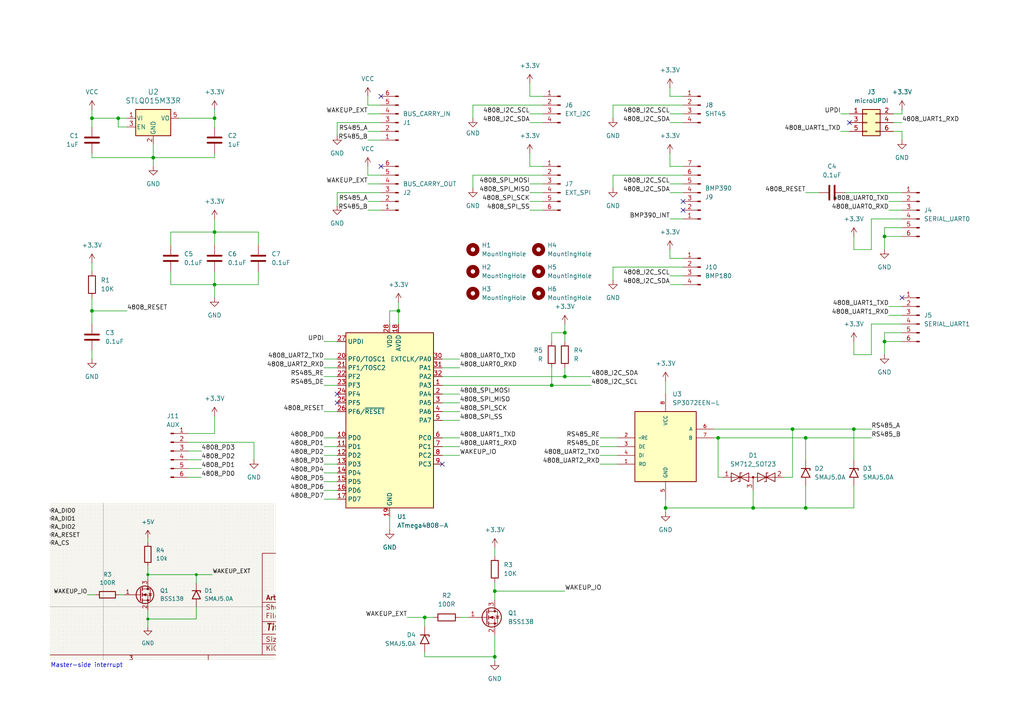
<source format=kicad_sch>
(kicad_sch
	(version 20250114)
	(generator "eeschema")
	(generator_version "9.0")
	(uuid "a6f73bd2-1dac-491d-8efb-040931f011f2")
	(paper "A4")
	(title_block
		(title "Stevenson Screen Sensor board")
		(date "2025-04-19")
		(rev "v0.1.0")
		(company "Artichoke Technologies")
	)
	
	(text "Master-side interrupt"
		(exclude_from_sim no)
		(at 25.146 193.04 0)
		(effects
			(font
				(size 1.27 1.27)
			)
		)
		(uuid "236011f0-165a-441a-b45d-824d83f8bf91")
	)
	(junction
		(at 62.23 34.29)
		(diameter 0)
		(color 0 0 0 0)
		(uuid "037a7c63-baf0-4788-b64f-dba4852f1990")
	)
	(junction
		(at 256.54 99.06)
		(diameter 0)
		(color 0 0 0 0)
		(uuid "217f9bee-67e0-40e7-b31d-df6c9bcc4831")
	)
	(junction
		(at 160.02 111.76)
		(diameter 0)
		(color 0 0 0 0)
		(uuid "2cd74b26-3559-4603-8234-7c92b7caba36")
	)
	(junction
		(at 115.57 90.17)
		(diameter 0)
		(color 0 0 0 0)
		(uuid "527189ca-76e2-4cc5-9d5f-baa2de514125")
	)
	(junction
		(at 62.23 82.55)
		(diameter 0)
		(color 0 0 0 0)
		(uuid "66e86d5b-9a54-4763-bfb2-b963316df429")
	)
	(junction
		(at 34.29 34.29)
		(diameter 0)
		(color 0 0 0 0)
		(uuid "68fd1921-ca16-425c-8f70-559ade5b96f6")
	)
	(junction
		(at 256.54 68.58)
		(diameter 0)
		(color 0 0 0 0)
		(uuid "6a88d8ca-7dab-4d16-80de-31828a3a07c0")
	)
	(junction
		(at 233.68 147.32)
		(diameter 0)
		(color 0 0 0 0)
		(uuid "741ec640-71d4-4b32-bfe9-97c5570bb95a")
	)
	(junction
		(at 208.28 127)
		(diameter 0)
		(color 0 0 0 0)
		(uuid "75ee4cf0-c096-41cb-904c-eabf8dafbbc3")
	)
	(junction
		(at 62.23 67.31)
		(diameter 0)
		(color 0 0 0 0)
		(uuid "7835c89d-174c-41e5-b696-060abc43cfaf")
	)
	(junction
		(at 26.67 34.29)
		(diameter 0)
		(color 0 0 0 0)
		(uuid "7bd871a5-d944-4753-adf1-42cababe5868")
	)
	(junction
		(at 247.65 124.46)
		(diameter 0)
		(color 0 0 0 0)
		(uuid "87deb76d-6f7b-4efa-b4b9-225913a326f4")
	)
	(junction
		(at 163.83 96.52)
		(diameter 0)
		(color 0 0 0 0)
		(uuid "8cc708e3-8ffa-45e9-94af-c771bbbd1a4d")
	)
	(junction
		(at 26.67 90.17)
		(diameter 0)
		(color 0 0 0 0)
		(uuid "966688d9-bf7c-45aa-a43e-f0d6e75318df")
	)
	(junction
		(at 44.45 45.72)
		(diameter 0)
		(color 0 0 0 0)
		(uuid "a9f96119-b20e-485a-a442-6b9f55c89ef1")
	)
	(junction
		(at 123.19 179.07)
		(diameter 0)
		(color 0 0 0 0)
		(uuid "b70c39d3-ee30-4363-8758-b9869239c0c0")
	)
	(junction
		(at 218.44 147.32)
		(diameter 0)
		(color 0 0 0 0)
		(uuid "b8b5e474-b0d7-49fb-8295-61e301f78265")
	)
	(junction
		(at 163.83 109.22)
		(diameter 0)
		(color 0 0 0 0)
		(uuid "c12e156a-455d-4986-92ed-5862b2aa54f8")
	)
	(junction
		(at 233.68 127)
		(diameter 0)
		(color 0 0 0 0)
		(uuid "d12c894a-bcc9-4e4a-a9cf-92064ee5b84e")
	)
	(junction
		(at 229.87 124.46)
		(diameter 0)
		(color 0 0 0 0)
		(uuid "d6874867-3328-4612-978b-0dcac4e170d5")
	)
	(junction
		(at 193.04 147.32)
		(diameter 0)
		(color 0 0 0 0)
		(uuid "da574d06-fdbc-4d34-b2d1-7ed0c36c7bfa")
	)
	(junction
		(at 143.51 171.45)
		(diameter 0)
		(color 0 0 0 0)
		(uuid "f0d69c3c-83d8-466b-b7a8-935d16e50933")
	)
	(junction
		(at 143.51 190.5)
		(diameter 0)
		(color 0 0 0 0)
		(uuid "fee55e78-5248-4494-add7-727c6202c982")
	)
	(no_connect
		(at 128.27 134.62)
		(uuid "0871d765-6935-429c-ad64-b9f0eafd5626")
	)
	(no_connect
		(at 246.38 35.56)
		(uuid "120ad35f-9731-498b-8a0c-432986fd8089")
	)
	(no_connect
		(at 110.49 48.26)
		(uuid "405b7c86-4993-4913-a363-7ec1a4413e92")
	)
	(no_connect
		(at 198.12 60.96)
		(uuid "4a986d96-c1b2-4e52-bda9-00b5cd158a0c")
	)
	(no_connect
		(at 97.79 114.3)
		(uuid "87625545-2325-4d4f-b2f5-3bd3ffa493a8")
	)
	(no_connect
		(at 110.49 27.94)
		(uuid "9924e7b4-d0fd-42f4-b5c2-e25fc82d9097")
	)
	(no_connect
		(at 97.79 116.84)
		(uuid "a53e1605-1474-4fb5-854e-2d710f4f3436")
	)
	(no_connect
		(at 261.62 86.36)
		(uuid "d29118c0-b048-431e-b69a-8099e96b573c")
	)
	(no_connect
		(at 198.12 58.42)
		(uuid "f2387f11-c8c0-4b70-a3fc-ad43a34af2a6")
	)
	(wire
		(pts
			(xy 208.28 138.43) (xy 208.28 127)
		)
		(stroke
			(width 0)
			(type default)
		)
		(uuid "01dae057-5875-4e1e-9ac5-12181d50c54c")
	)
	(wire
		(pts
			(xy 62.23 44.45) (xy 62.23 45.72)
		)
		(stroke
			(width 0)
			(type default)
		)
		(uuid "065b4ca2-ef75-4497-8543-d9c50a3e12c8")
	)
	(wire
		(pts
			(xy 54.61 133.35) (xy 58.42 133.35)
		)
		(stroke
			(width 0)
			(type default)
		)
		(uuid "07dd4057-084f-4d4d-a9e7-6dae54e29a72")
	)
	(wire
		(pts
			(xy 62.23 31.75) (xy 62.23 34.29)
		)
		(stroke
			(width 0)
			(type default)
		)
		(uuid "0aab9763-fa30-43b5-8820-3ed262a5194a")
	)
	(wire
		(pts
			(xy 93.98 134.62) (xy 97.79 134.62)
		)
		(stroke
			(width 0)
			(type default)
		)
		(uuid "0b8baca9-e087-47b6-a762-b6262717b32e")
	)
	(wire
		(pts
			(xy 97.79 55.88) (xy 110.49 55.88)
		)
		(stroke
			(width 0)
			(type default)
		)
		(uuid "0f96e072-2242-4a58-ad9f-98c50e1af769")
	)
	(wire
		(pts
			(xy 247.65 99.06) (xy 247.65 102.87)
		)
		(stroke
			(width 0)
			(type default)
		)
		(uuid "0ff1ce63-d050-45f2-a8dd-b54dcff0bbde")
	)
	(wire
		(pts
			(xy 261.62 38.1) (xy 261.62 40.64)
		)
		(stroke
			(width 0)
			(type default)
		)
		(uuid "10ea3b57-bdee-4c2f-90b8-1acb4234d89a")
	)
	(wire
		(pts
			(xy 198.12 77.47) (xy 177.8 77.47)
		)
		(stroke
			(width 0)
			(type default)
		)
		(uuid "10fe5f29-c22d-4ccb-9b87-40bf4d22cd7b")
	)
	(wire
		(pts
			(xy 257.81 91.44) (xy 261.62 91.44)
		)
		(stroke
			(width 0)
			(type default)
		)
		(uuid "11a0f683-8a7a-4556-b0d0-7460353597c2")
	)
	(wire
		(pts
			(xy 106.68 30.48) (xy 110.49 30.48)
		)
		(stroke
			(width 0)
			(type default)
		)
		(uuid "1211480d-6424-4e7b-9ce8-0446b0eb71f3")
	)
	(wire
		(pts
			(xy 97.79 137.16) (xy 93.98 137.16)
		)
		(stroke
			(width 0)
			(type default)
		)
		(uuid "124dcea8-9d67-47cd-ab02-68ca03cd7e3d")
	)
	(wire
		(pts
			(xy 93.98 109.22) (xy 97.79 109.22)
		)
		(stroke
			(width 0)
			(type default)
		)
		(uuid "15321eac-5965-460c-8c47-a8256a64697a")
	)
	(wire
		(pts
			(xy 177.8 77.47) (xy 177.8 81.28)
		)
		(stroke
			(width 0)
			(type default)
		)
		(uuid "16203a2b-b60c-440d-be22-511ed2723b7c")
	)
	(wire
		(pts
			(xy 233.68 127) (xy 252.73 127)
		)
		(stroke
			(width 0)
			(type default)
		)
		(uuid "164ed2a0-6e58-4d55-b0b3-6161ea3def3b")
	)
	(wire
		(pts
			(xy 227.33 138.43) (xy 229.87 138.43)
		)
		(stroke
			(width 0)
			(type default)
		)
		(uuid "17beb643-2a6d-4874-90e2-f13819cd582f")
	)
	(wire
		(pts
			(xy 198.12 74.93) (xy 194.31 74.93)
		)
		(stroke
			(width 0)
			(type default)
		)
		(uuid "194497f0-d6ec-408a-a8af-107e9c0dd85f")
	)
	(wire
		(pts
			(xy 157.48 50.8) (xy 137.16 50.8)
		)
		(stroke
			(width 0)
			(type default)
		)
		(uuid "19524379-eed8-4ed8-988e-cb7bdd3b4e7f")
	)
	(wire
		(pts
			(xy 153.67 35.56) (xy 157.48 35.56)
		)
		(stroke
			(width 0)
			(type default)
		)
		(uuid "1c3ade96-29a8-494a-9283-103fa87f1b6e")
	)
	(wire
		(pts
			(xy 97.79 144.78) (xy 93.98 144.78)
		)
		(stroke
			(width 0)
			(type default)
		)
		(uuid "1c97fffd-1610-4784-b47f-213b409b7af1")
	)
	(wire
		(pts
			(xy 247.65 124.46) (xy 252.73 124.46)
		)
		(stroke
			(width 0)
			(type default)
		)
		(uuid "1cf56dab-f336-4fbd-88f3-92ef40b81054")
	)
	(wire
		(pts
			(xy 256.54 66.04) (xy 256.54 68.58)
		)
		(stroke
			(width 0)
			(type default)
		)
		(uuid "1d3c3074-8ea7-41f1-904a-d65321e75b07")
	)
	(wire
		(pts
			(xy 62.23 67.31) (xy 62.23 71.12)
		)
		(stroke
			(width 0)
			(type default)
		)
		(uuid "1e4b8b2e-e573-4e1a-9f86-6caaf4f3de19")
	)
	(wire
		(pts
			(xy 153.67 33.02) (xy 157.48 33.02)
		)
		(stroke
			(width 0)
			(type default)
		)
		(uuid "1efa8082-1474-4231-b1db-5788d0cc0923")
	)
	(wire
		(pts
			(xy 54.61 135.89) (xy 58.42 135.89)
		)
		(stroke
			(width 0)
			(type default)
		)
		(uuid "232047be-0457-49b5-a638-879c6367233a")
	)
	(wire
		(pts
			(xy 194.31 25.4) (xy 194.31 27.94)
		)
		(stroke
			(width 0)
			(type default)
		)
		(uuid "23d9345b-efa6-4102-aa79-01f10de9852b")
	)
	(wire
		(pts
			(xy 26.67 34.29) (xy 34.29 34.29)
		)
		(stroke
			(width 0)
			(type default)
		)
		(uuid "256addf3-3d15-4b6e-be41-af6184ba3be0")
	)
	(wire
		(pts
			(xy 54.61 130.81) (xy 58.42 130.81)
		)
		(stroke
			(width 0)
			(type default)
		)
		(uuid "262110d7-2224-4512-bfed-afcc8a5415b8")
	)
	(wire
		(pts
			(xy 93.98 119.38) (xy 97.79 119.38)
		)
		(stroke
			(width 0)
			(type default)
		)
		(uuid "2698cebb-b864-43ad-be88-c8ccf1c61955")
	)
	(wire
		(pts
			(xy 256.54 68.58) (xy 261.62 68.58)
		)
		(stroke
			(width 0)
			(type default)
		)
		(uuid "26bf55b2-8460-46c6-85f6-4c7315519d0b")
	)
	(wire
		(pts
			(xy 62.23 63.5) (xy 62.23 67.31)
		)
		(stroke
			(width 0)
			(type default)
		)
		(uuid "27bb15e7-3e02-458d-9d80-c62825e3bb6a")
	)
	(wire
		(pts
			(xy 160.02 99.06) (xy 160.02 96.52)
		)
		(stroke
			(width 0)
			(type default)
		)
		(uuid "27ec6247-7fb2-4928-93b3-b062eafc2755")
	)
	(wire
		(pts
			(xy 233.68 55.88) (xy 237.49 55.88)
		)
		(stroke
			(width 0)
			(type default)
		)
		(uuid "29d35ecb-0cd7-4cbf-ba0a-229a1efd96c2")
	)
	(wire
		(pts
			(xy 173.99 127) (xy 179.07 127)
		)
		(stroke
			(width 0)
			(type default)
		)
		(uuid "2b5bea75-39e9-4081-ade6-dab690d4299f")
	)
	(wire
		(pts
			(xy 218.44 142.24) (xy 218.44 147.32)
		)
		(stroke
			(width 0)
			(type default)
		)
		(uuid "2cbeeea8-8a28-4b18-af51-590577a0ac8d")
	)
	(wire
		(pts
			(xy 106.68 53.34) (xy 110.49 53.34)
		)
		(stroke
			(width 0)
			(type default)
		)
		(uuid "2e00eccb-ee14-48eb-8e6b-c59ebc086480")
	)
	(wire
		(pts
			(xy 113.03 93.98) (xy 113.03 90.17)
		)
		(stroke
			(width 0)
			(type default)
		)
		(uuid "2e96b4d6-4ddf-4a84-905b-3015f32f93f8")
	)
	(wire
		(pts
			(xy 106.68 27.94) (xy 106.68 30.48)
		)
		(stroke
			(width 0)
			(type default)
		)
		(uuid "31435ebe-3b76-4d75-bc89-0bd0827ee107")
	)
	(wire
		(pts
			(xy 123.19 179.07) (xy 123.19 181.61)
		)
		(stroke
			(width 0)
			(type default)
		)
		(uuid "33ffaa4f-c39e-457a-9614-d50931d934b8")
	)
	(wire
		(pts
			(xy 97.79 39.37) (xy 97.79 35.56)
		)
		(stroke
			(width 0)
			(type default)
		)
		(uuid "34626f5c-6dad-42c5-9c8f-de1f58d8c78b")
	)
	(wire
		(pts
			(xy 93.98 106.68) (xy 97.79 106.68)
		)
		(stroke
			(width 0)
			(type default)
		)
		(uuid "360f09c7-d49a-44bf-ae3e-6e2ced150a4e")
	)
	(wire
		(pts
			(xy 115.57 90.17) (xy 115.57 93.98)
		)
		(stroke
			(width 0)
			(type default)
		)
		(uuid "38665366-2623-4944-ad9f-ea4e72f105a3")
	)
	(wire
		(pts
			(xy 194.31 80.01) (xy 198.12 80.01)
		)
		(stroke
			(width 0)
			(type default)
		)
		(uuid "38be8441-6d8e-49e1-9c96-b7b037a91fa8")
	)
	(wire
		(pts
			(xy 259.08 33.02) (xy 261.62 33.02)
		)
		(stroke
			(width 0)
			(type default)
		)
		(uuid "3a540c7d-f3a1-4edd-bbd4-2c84b3c84f66")
	)
	(wire
		(pts
			(xy 261.62 93.98) (xy 252.73 93.98)
		)
		(stroke
			(width 0)
			(type default)
		)
		(uuid "3bc833d6-f0ce-4986-983c-146bf13addba")
	)
	(wire
		(pts
			(xy 153.67 60.96) (xy 157.48 60.96)
		)
		(stroke
			(width 0)
			(type default)
		)
		(uuid "3d5ec1bd-e01f-4386-84e7-43d6318e58e1")
	)
	(wire
		(pts
			(xy 73.66 128.27) (xy 73.66 133.35)
		)
		(stroke
			(width 0)
			(type default)
		)
		(uuid "3f98c4ac-ec1f-425f-b181-e98577757694")
	)
	(wire
		(pts
			(xy 257.81 60.96) (xy 261.62 60.96)
		)
		(stroke
			(width 0)
			(type default)
		)
		(uuid "4082168b-9d51-403e-9f4e-9490d83a9b53")
	)
	(wire
		(pts
			(xy 49.53 78.74) (xy 49.53 82.55)
		)
		(stroke
			(width 0)
			(type default)
		)
		(uuid "40bf58dd-45bf-4baf-a5d1-bb85981a965c")
	)
	(wire
		(pts
			(xy 209.55 138.43) (xy 208.28 138.43)
		)
		(stroke
			(width 0)
			(type default)
		)
		(uuid "41abc816-df5b-49e4-939b-974a86ca5b7a")
	)
	(wire
		(pts
			(xy 62.23 34.29) (xy 62.23 36.83)
		)
		(stroke
			(width 0)
			(type default)
		)
		(uuid "4275970e-812c-4f06-babc-c68de1c11dd4")
	)
	(wire
		(pts
			(xy 97.79 139.7) (xy 93.98 139.7)
		)
		(stroke
			(width 0)
			(type default)
		)
		(uuid "428ed4df-33c1-41ae-bb89-57135f8fbdb6")
	)
	(wire
		(pts
			(xy 34.29 36.83) (xy 34.29 34.29)
		)
		(stroke
			(width 0)
			(type default)
		)
		(uuid "42ac4449-8b6f-4cd0-b8e2-f73f5cca6d26")
	)
	(wire
		(pts
			(xy 198.12 63.5) (xy 194.31 63.5)
		)
		(stroke
			(width 0)
			(type default)
		)
		(uuid "45ea070c-0229-4696-9fea-f14bb888a3c6")
	)
	(wire
		(pts
			(xy 26.67 44.45) (xy 26.67 45.72)
		)
		(stroke
			(width 0)
			(type default)
		)
		(uuid "4668a29b-17d3-4c98-b3b7-b2e08f97ad8f")
	)
	(wire
		(pts
			(xy 54.61 128.27) (xy 73.66 128.27)
		)
		(stroke
			(width 0)
			(type default)
		)
		(uuid "470e5db3-1b4e-4017-abae-3b56e1edd422")
	)
	(wire
		(pts
			(xy 62.23 120.65) (xy 62.23 125.73)
		)
		(stroke
			(width 0)
			(type default)
		)
		(uuid "473bdc42-15aa-4f3b-bb30-31fa77c1ff67")
	)
	(wire
		(pts
			(xy 207.01 124.46) (xy 229.87 124.46)
		)
		(stroke
			(width 0)
			(type default)
		)
		(uuid "498b6d67-d114-4223-a73d-ea1badffc7b4")
	)
	(wire
		(pts
			(xy 207.01 127) (xy 208.28 127)
		)
		(stroke
			(width 0)
			(type default)
		)
		(uuid "4a41aa59-ecb0-4e5e-a21b-6bd3b2a1b03b")
	)
	(wire
		(pts
			(xy 229.87 124.46) (xy 247.65 124.46)
		)
		(stroke
			(width 0)
			(type default)
		)
		(uuid "4e9a1858-6db5-4a97-891e-c5791dd01992")
	)
	(wire
		(pts
			(xy 177.8 30.48) (xy 177.8 34.29)
		)
		(stroke
			(width 0)
			(type default)
		)
		(uuid "500ef91a-8dde-43e9-b466-fa59dc162966")
	)
	(wire
		(pts
			(xy 36.83 36.83) (xy 34.29 36.83)
		)
		(stroke
			(width 0)
			(type default)
		)
		(uuid "53251e3e-0e77-4b95-b2da-2bb82ad8fbea")
	)
	(wire
		(pts
			(xy 128.27 116.84) (xy 133.35 116.84)
		)
		(stroke
			(width 0)
			(type default)
		)
		(uuid "549ef5e8-7a23-446f-a108-cbb1e5b004f1")
	)
	(wire
		(pts
			(xy 74.93 78.74) (xy 74.93 82.55)
		)
		(stroke
			(width 0)
			(type default)
		)
		(uuid "5511ee5f-ebff-4d19-9f9e-9547a4a83108")
	)
	(wire
		(pts
			(xy 198.12 50.8) (xy 177.8 50.8)
		)
		(stroke
			(width 0)
			(type default)
		)
		(uuid "5583b793-6060-4e09-9ca5-dae756fe369c")
	)
	(wire
		(pts
			(xy 115.57 87.63) (xy 115.57 90.17)
		)
		(stroke
			(width 0)
			(type default)
		)
		(uuid "56e9e9ea-a12c-490c-9a47-6f5a76a04627")
	)
	(wire
		(pts
			(xy 177.8 50.8) (xy 177.8 54.61)
		)
		(stroke
			(width 0)
			(type default)
		)
		(uuid "59294288-5604-4dba-88db-7b4362b99997")
	)
	(wire
		(pts
			(xy 93.98 99.06) (xy 97.79 99.06)
		)
		(stroke
			(width 0)
			(type default)
		)
		(uuid "5bfdb3ef-4190-4543-a4ed-311ec1120b48")
	)
	(wire
		(pts
			(xy 52.07 34.29) (xy 62.23 34.29)
		)
		(stroke
			(width 0)
			(type default)
		)
		(uuid "5e743df8-79fd-45fd-90fa-98db7bfe805d")
	)
	(wire
		(pts
			(xy 123.19 190.5) (xy 143.51 190.5)
		)
		(stroke
			(width 0)
			(type default)
		)
		(uuid "5f1c11bb-438a-4a06-9e41-04bb535b3da2")
	)
	(wire
		(pts
			(xy 259.08 38.1) (xy 261.62 38.1)
		)
		(stroke
			(width 0)
			(type default)
		)
		(uuid "60251d8b-eb63-462d-bfae-ebca193074fe")
	)
	(wire
		(pts
			(xy 257.81 58.42) (xy 261.62 58.42)
		)
		(stroke
			(width 0)
			(type default)
		)
		(uuid "6045a4da-77ed-4911-9167-4a2a82ba9935")
	)
	(wire
		(pts
			(xy 128.27 111.76) (xy 160.02 111.76)
		)
		(stroke
			(width 0)
			(type default)
		)
		(uuid "604eade6-ff80-4614-8917-59ec52d313c8")
	)
	(wire
		(pts
			(xy 233.68 127) (xy 233.68 133.35)
		)
		(stroke
			(width 0)
			(type default)
		)
		(uuid "62277061-6025-4b62-a363-b3712b364727")
	)
	(wire
		(pts
			(xy 261.62 63.5) (xy 252.73 63.5)
		)
		(stroke
			(width 0)
			(type default)
		)
		(uuid "632fbf0d-a6d6-45a7-92c4-6a077c618218")
	)
	(wire
		(pts
			(xy 194.31 72.39) (xy 194.31 74.93)
		)
		(stroke
			(width 0)
			(type default)
		)
		(uuid "6392c947-b7d9-415d-8b60-0f13fcaf2091")
	)
	(wire
		(pts
			(xy 49.53 67.31) (xy 49.53 71.12)
		)
		(stroke
			(width 0)
			(type default)
		)
		(uuid "653f97c3-724e-4bef-a190-a822564ff54f")
	)
	(wire
		(pts
			(xy 106.68 48.26) (xy 106.68 50.8)
		)
		(stroke
			(width 0)
			(type default)
		)
		(uuid "65515b82-0a36-44de-a135-b5a1ff3ed5e9")
	)
	(wire
		(pts
			(xy 261.62 31.75) (xy 261.62 33.02)
		)
		(stroke
			(width 0)
			(type default)
		)
		(uuid "65e8df76-6eb3-4ed0-81d9-534c5c5ae6a7")
	)
	(wire
		(pts
			(xy 93.98 129.54) (xy 97.79 129.54)
		)
		(stroke
			(width 0)
			(type default)
		)
		(uuid "667c504f-df28-4f02-9952-fa5f899f0a6a")
	)
	(wire
		(pts
			(xy 194.31 44.45) (xy 194.31 48.26)
		)
		(stroke
			(width 0)
			(type default)
		)
		(uuid "67341e87-af8d-42c5-b04c-326d0b2e9abb")
	)
	(wire
		(pts
			(xy 62.23 82.55) (xy 62.23 86.36)
		)
		(stroke
			(width 0)
			(type default)
		)
		(uuid "69755e82-273c-4b23-ae7b-a7d0175611a1")
	)
	(wire
		(pts
			(xy 128.27 127) (xy 133.35 127)
		)
		(stroke
			(width 0)
			(type default)
		)
		(uuid "6abb19cb-ebf9-4af7-b1f8-f84fd11ee6ac")
	)
	(wire
		(pts
			(xy 193.04 144.78) (xy 193.04 147.32)
		)
		(stroke
			(width 0)
			(type default)
		)
		(uuid "6b731750-d248-4df2-aada-4e00a8cf3e8f")
	)
	(wire
		(pts
			(xy 198.12 27.94) (xy 194.31 27.94)
		)
		(stroke
			(width 0)
			(type default)
		)
		(uuid "6bf737eb-7454-485a-ada0-05dcf2e219a2")
	)
	(wire
		(pts
			(xy 93.98 111.76) (xy 97.79 111.76)
		)
		(stroke
			(width 0)
			(type default)
		)
		(uuid "6ea4168d-328c-464a-b153-32fdf6d438b4")
	)
	(wire
		(pts
			(xy 163.83 106.68) (xy 163.83 109.22)
		)
		(stroke
			(width 0)
			(type default)
		)
		(uuid "6ed400e4-45aa-41df-8787-35a37d689fca")
	)
	(wire
		(pts
			(xy 247.65 147.32) (xy 233.68 147.32)
		)
		(stroke
			(width 0)
			(type default)
		)
		(uuid "6eebc694-668a-435b-abea-0dac9af6d9f0")
	)
	(wire
		(pts
			(xy 252.73 72.39) (xy 247.65 72.39)
		)
		(stroke
			(width 0)
			(type default)
		)
		(uuid "6fa386a9-a9ae-45f9-a525-b8410417b760")
	)
	(wire
		(pts
			(xy 153.67 53.34) (xy 157.48 53.34)
		)
		(stroke
			(width 0)
			(type default)
		)
		(uuid "745047cb-d31b-46d2-bd1d-5979a99f5a38")
	)
	(wire
		(pts
			(xy 193.04 110.49) (xy 193.04 114.3)
		)
		(stroke
			(width 0)
			(type default)
		)
		(uuid "74518f03-3081-4a0c-95b1-cd4ba80a1498")
	)
	(wire
		(pts
			(xy 128.27 104.14) (xy 133.35 104.14)
		)
		(stroke
			(width 0)
			(type default)
		)
		(uuid "752ad252-5bd4-4a46-bb29-1865b352cd39")
	)
	(wire
		(pts
			(xy 143.51 168.91) (xy 143.51 171.45)
		)
		(stroke
			(width 0)
			(type default)
		)
		(uuid "771bc30d-e66c-498b-af47-ac258505471d")
	)
	(wire
		(pts
			(xy 247.65 68.58) (xy 247.65 72.39)
		)
		(stroke
			(width 0)
			(type default)
		)
		(uuid "78cc37f4-f809-433a-b6dd-127a11d21a7d")
	)
	(wire
		(pts
			(xy 252.73 63.5) (xy 252.73 72.39)
		)
		(stroke
			(width 0)
			(type default)
		)
		(uuid "79c96019-95fd-415b-a30d-ec3089252099")
	)
	(wire
		(pts
			(xy 62.23 82.55) (xy 49.53 82.55)
		)
		(stroke
			(width 0)
			(type default)
		)
		(uuid "7b59f71a-2384-41b8-8aaf-4f68501db6d6")
	)
	(wire
		(pts
			(xy 194.31 82.55) (xy 198.12 82.55)
		)
		(stroke
			(width 0)
			(type default)
		)
		(uuid "7d77aac6-fdad-4c22-bddd-196cd4319722")
	)
	(wire
		(pts
			(xy 193.04 147.32) (xy 193.04 148.59)
		)
		(stroke
			(width 0)
			(type default)
		)
		(uuid "821786b8-2bce-443f-b1da-731b3cc7ea18")
	)
	(wire
		(pts
			(xy 133.35 179.07) (xy 135.89 179.07)
		)
		(stroke
			(width 0)
			(type default)
		)
		(uuid "85d5b54b-419f-4a9e-88be-991dce14129d")
	)
	(wire
		(pts
			(xy 194.31 55.88) (xy 198.12 55.88)
		)
		(stroke
			(width 0)
			(type default)
		)
		(uuid "85fbe251-9ab1-4c28-b4e1-1742aeb77668")
	)
	(wire
		(pts
			(xy 26.67 76.2) (xy 26.67 78.74)
		)
		(stroke
			(width 0)
			(type default)
		)
		(uuid "864434ea-8e30-4002-a2dc-b684c215c79a")
	)
	(wire
		(pts
			(xy 233.68 147.32) (xy 218.44 147.32)
		)
		(stroke
			(width 0)
			(type default)
		)
		(uuid "8dfd98fc-5afd-439f-8c3e-2b7275fff4ee")
	)
	(wire
		(pts
			(xy 54.61 138.43) (xy 58.42 138.43)
		)
		(stroke
			(width 0)
			(type default)
		)
		(uuid "910692b6-ff5a-4c38-bfcb-9949045c5483")
	)
	(wire
		(pts
			(xy 259.08 35.56) (xy 261.62 35.56)
		)
		(stroke
			(width 0)
			(type default)
		)
		(uuid "924f4589-b2fa-47cc-96d7-0b0c93c7e5d1")
	)
	(wire
		(pts
			(xy 106.68 50.8) (xy 110.49 50.8)
		)
		(stroke
			(width 0)
			(type default)
		)
		(uuid "92fc786f-277b-49b5-9ffb-22f57d7d8af8")
	)
	(wire
		(pts
			(xy 26.67 86.36) (xy 26.67 90.17)
		)
		(stroke
			(width 0)
			(type default)
		)
		(uuid "96386aa1-d924-4f4f-891d-675e786d1686")
	)
	(wire
		(pts
			(xy 128.27 109.22) (xy 163.83 109.22)
		)
		(stroke
			(width 0)
			(type default)
		)
		(uuid "96bb9d4d-2ff0-4f88-9748-4e113b4ba75a")
	)
	(wire
		(pts
			(xy 74.93 82.55) (xy 62.23 82.55)
		)
		(stroke
			(width 0)
			(type default)
		)
		(uuid "976c3c38-ea31-4af6-95a5-a329479c93e6")
	)
	(wire
		(pts
			(xy 247.65 140.97) (xy 247.65 147.32)
		)
		(stroke
			(width 0)
			(type default)
		)
		(uuid "9e9e77a2-6187-4e57-8b3a-fa4fcf9a4af5")
	)
	(wire
		(pts
			(xy 137.16 50.8) (xy 137.16 54.61)
		)
		(stroke
			(width 0)
			(type default)
		)
		(uuid "9f8f5e75-03e3-466c-9059-aab67bf9e750")
	)
	(wire
		(pts
			(xy 198.12 48.26) (xy 194.31 48.26)
		)
		(stroke
			(width 0)
			(type default)
		)
		(uuid "a0213622-3e98-463f-b82a-00e71e9455f2")
	)
	(wire
		(pts
			(xy 157.48 48.26) (xy 153.67 48.26)
		)
		(stroke
			(width 0)
			(type default)
		)
		(uuid "a16464a8-c1de-4ef2-bd46-ba3123026268")
	)
	(wire
		(pts
			(xy 26.67 101.6) (xy 26.67 104.14)
		)
		(stroke
			(width 0)
			(type default)
		)
		(uuid "a6403416-dcb3-4959-8cbd-96d161ec785a")
	)
	(wire
		(pts
			(xy 160.02 106.68) (xy 160.02 111.76)
		)
		(stroke
			(width 0)
			(type default)
		)
		(uuid "a868aae3-e03f-41ed-8aac-915ea35ee584")
	)
	(wire
		(pts
			(xy 245.11 55.88) (xy 261.62 55.88)
		)
		(stroke
			(width 0)
			(type default)
		)
		(uuid "a8d65f72-dbe6-4d66-85e8-cbea1bd187ec")
	)
	(wire
		(pts
			(xy 233.68 140.97) (xy 233.68 147.32)
		)
		(stroke
			(width 0)
			(type default)
		)
		(uuid "a8e5f6d4-f24d-43df-842a-8e373f337853")
	)
	(wire
		(pts
			(xy 160.02 96.52) (xy 163.83 96.52)
		)
		(stroke
			(width 0)
			(type default)
		)
		(uuid "aa47960c-c615-43a8-94cd-cbf787e17e9a")
	)
	(wire
		(pts
			(xy 252.73 93.98) (xy 252.73 102.87)
		)
		(stroke
			(width 0)
			(type default)
		)
		(uuid "abc3ab16-78ea-4a5e-a012-044bc2e8c819")
	)
	(wire
		(pts
			(xy 194.31 35.56) (xy 198.12 35.56)
		)
		(stroke
			(width 0)
			(type default)
		)
		(uuid "ac23ba1b-1ac8-46b2-a4dd-4c92d9341f0e")
	)
	(wire
		(pts
			(xy 261.62 66.04) (xy 256.54 66.04)
		)
		(stroke
			(width 0)
			(type default)
		)
		(uuid "ac85d168-e89a-4308-9ec1-6f1a5b19adc0")
	)
	(wire
		(pts
			(xy 252.73 102.87) (xy 247.65 102.87)
		)
		(stroke
			(width 0)
			(type default)
		)
		(uuid "af6e6393-1194-4862-98b0-06824b6c064a")
	)
	(wire
		(pts
			(xy 97.79 142.24) (xy 93.98 142.24)
		)
		(stroke
			(width 0)
			(type default)
		)
		(uuid "afc01b38-15e5-4e0e-9dd6-5a11f6fa2bfe")
	)
	(wire
		(pts
			(xy 257.81 88.9) (xy 261.62 88.9)
		)
		(stroke
			(width 0)
			(type default)
		)
		(uuid "b0d8fb88-6b27-4eca-ac1a-b87c95890b05")
	)
	(wire
		(pts
			(xy 163.83 96.52) (xy 163.83 99.06)
		)
		(stroke
			(width 0)
			(type default)
		)
		(uuid "b2dcf74c-5599-4158-af60-325af2fd9131")
	)
	(wire
		(pts
			(xy 229.87 138.43) (xy 229.87 124.46)
		)
		(stroke
			(width 0)
			(type default)
		)
		(uuid "b2edcc8f-e52b-42a1-b1ee-5015e7e3a05f")
	)
	(wire
		(pts
			(xy 54.61 125.73) (xy 62.23 125.73)
		)
		(stroke
			(width 0)
			(type default)
		)
		(uuid "b37311c8-f2de-4dda-91ce-0302a0791391")
	)
	(wire
		(pts
			(xy 256.54 99.06) (xy 256.54 102.87)
		)
		(stroke
			(width 0)
			(type default)
		)
		(uuid "b7f45244-81cd-421e-800e-94ea96ccb8da")
	)
	(wire
		(pts
			(xy 194.31 53.34) (xy 198.12 53.34)
		)
		(stroke
			(width 0)
			(type default)
		)
		(uuid "b7f6eb01-711c-4cff-bb20-743b675009c1")
	)
	(wire
		(pts
			(xy 256.54 96.52) (xy 256.54 99.06)
		)
		(stroke
			(width 0)
			(type default)
		)
		(uuid "b9439f74-44af-44e2-9680-19b17f07c88f")
	)
	(wire
		(pts
			(xy 44.45 45.72) (xy 44.45 48.26)
		)
		(stroke
			(width 0)
			(type default)
		)
		(uuid "b9699f37-1a31-443e-9a9a-d967af18a4fd")
	)
	(wire
		(pts
			(xy 34.29 34.29) (xy 36.83 34.29)
		)
		(stroke
			(width 0)
			(type default)
		)
		(uuid "bb1e4b1f-df63-4d64-9bb0-b64b825d50f3")
	)
	(wire
		(pts
			(xy 247.65 133.35) (xy 247.65 124.46)
		)
		(stroke
			(width 0)
			(type default)
		)
		(uuid "bb4dbd5f-19ae-4d46-a11d-db6b618ccde5")
	)
	(wire
		(pts
			(xy 143.51 171.45) (xy 143.51 173.99)
		)
		(stroke
			(width 0)
			(type default)
		)
		(uuid "be127f7e-c964-4b9f-8389-349f9874ea3c")
	)
	(wire
		(pts
			(xy 128.27 121.92) (xy 133.35 121.92)
		)
		(stroke
			(width 0)
			(type default)
		)
		(uuid "bf099a48-a26b-46c3-a611-cd4e1fe32a37")
	)
	(wire
		(pts
			(xy 194.31 33.02) (xy 198.12 33.02)
		)
		(stroke
			(width 0)
			(type default)
		)
		(uuid "bf23174f-f5c7-43b3-9f48-d4005053407c")
	)
	(wire
		(pts
			(xy 143.51 184.15) (xy 143.51 190.5)
		)
		(stroke
			(width 0)
			(type default)
		)
		(uuid "bf88d845-b595-4f1c-bd42-41c70a443cca")
	)
	(wire
		(pts
			(xy 173.99 132.08) (xy 179.07 132.08)
		)
		(stroke
			(width 0)
			(type default)
		)
		(uuid "c0bf2b40-5ab7-49bf-af7a-e010cf02b630")
	)
	(wire
		(pts
			(xy 153.67 44.45) (xy 153.67 48.26)
		)
		(stroke
			(width 0)
			(type default)
		)
		(uuid "c2cf5d16-37cf-411b-9361-0b08d22feacb")
	)
	(wire
		(pts
			(xy 106.68 38.1) (xy 110.49 38.1)
		)
		(stroke
			(width 0)
			(type default)
		)
		(uuid "c4429ecd-330f-4915-916b-1db50dfd2807")
	)
	(wire
		(pts
			(xy 97.79 35.56) (xy 110.49 35.56)
		)
		(stroke
			(width 0)
			(type default)
		)
		(uuid "c4a46be8-03fd-4a5f-8e3a-dd18a2210382")
	)
	(wire
		(pts
			(xy 106.68 58.42) (xy 110.49 58.42)
		)
		(stroke
			(width 0)
			(type default)
		)
		(uuid "c506db83-8978-490c-95a7-58dc93badb9f")
	)
	(wire
		(pts
			(xy 106.68 40.64) (xy 110.49 40.64)
		)
		(stroke
			(width 0)
			(type default)
		)
		(uuid "c50976dd-69ba-4c69-bb67-8bc360a95d93")
	)
	(wire
		(pts
			(xy 93.98 132.08) (xy 97.79 132.08)
		)
		(stroke
			(width 0)
			(type default)
		)
		(uuid "c8aab16b-c2a2-4f3a-8753-a47a440df384")
	)
	(wire
		(pts
			(xy 137.16 30.48) (xy 137.16 34.29)
		)
		(stroke
			(width 0)
			(type default)
		)
		(uuid "cb4fbbe8-d97c-4118-b981-85c236c4d322")
	)
	(wire
		(pts
			(xy 106.68 33.02) (xy 110.49 33.02)
		)
		(stroke
			(width 0)
			(type default)
		)
		(uuid "cc05e962-ebc3-4c4c-b090-55a25c6ae27e")
	)
	(wire
		(pts
			(xy 208.28 127) (xy 233.68 127)
		)
		(stroke
			(width 0)
			(type default)
		)
		(uuid "cd425c4c-f507-4b05-819f-a4aef438c986")
	)
	(wire
		(pts
			(xy 123.19 189.23) (xy 123.19 190.5)
		)
		(stroke
			(width 0)
			(type default)
		)
		(uuid "cd77498a-1ec0-4b49-880f-7ffa9e8ac669")
	)
	(wire
		(pts
			(xy 113.03 90.17) (xy 115.57 90.17)
		)
		(stroke
			(width 0)
			(type default)
		)
		(uuid "cd828a91-c613-4c04-8d65-f6bba539d1fb")
	)
	(wire
		(pts
			(xy 153.67 58.42) (xy 157.48 58.42)
		)
		(stroke
			(width 0)
			(type default)
		)
		(uuid "ce2a3254-daa2-4bbc-98da-4fefb78eb21a")
	)
	(wire
		(pts
			(xy 128.27 129.54) (xy 133.35 129.54)
		)
		(stroke
			(width 0)
			(type default)
		)
		(uuid "ce45b1f3-40b3-4b35-8874-18c4d0e17faf")
	)
	(wire
		(pts
			(xy 243.84 33.02) (xy 246.38 33.02)
		)
		(stroke
			(width 0)
			(type default)
		)
		(uuid "d1376c82-3da5-473a-863a-c0a00a601ebe")
	)
	(wire
		(pts
			(xy 62.23 67.31) (xy 49.53 67.31)
		)
		(stroke
			(width 0)
			(type default)
		)
		(uuid "d1523b68-3b45-4b54-af14-4ff71bf0e1d1")
	)
	(wire
		(pts
			(xy 44.45 41.91) (xy 44.45 45.72)
		)
		(stroke
			(width 0)
			(type default)
		)
		(uuid "d2cb2ec9-4912-4e2a-b23b-6240183b55cf")
	)
	(wire
		(pts
			(xy 123.19 179.07) (xy 118.11 179.07)
		)
		(stroke
			(width 0)
			(type default)
		)
		(uuid "d2d9cfa7-8a05-44c3-812b-edfb4e9ca034")
	)
	(wire
		(pts
			(xy 36.83 90.17) (xy 26.67 90.17)
		)
		(stroke
			(width 0)
			(type default)
		)
		(uuid "d2e2819e-23a5-4958-b7a6-d1bfba3a8e99")
	)
	(wire
		(pts
			(xy 243.84 38.1) (xy 246.38 38.1)
		)
		(stroke
			(width 0)
			(type default)
		)
		(uuid "d40f9731-790d-4530-86a0-2689df8ddaa2")
	)
	(wire
		(pts
			(xy 128.27 106.68) (xy 133.35 106.68)
		)
		(stroke
			(width 0)
			(type default)
		)
		(uuid "d525fc2d-84b9-42db-8812-c8631d0a5771")
	)
	(wire
		(pts
			(xy 153.67 24.13) (xy 153.67 27.94)
		)
		(stroke
			(width 0)
			(type default)
		)
		(uuid "d6d895d6-46fc-4cd8-bae2-d4bf2470978f")
	)
	(wire
		(pts
			(xy 62.23 78.74) (xy 62.23 82.55)
		)
		(stroke
			(width 0)
			(type default)
		)
		(uuid "d9264623-1c6f-4d51-957f-641085a91f63")
	)
	(wire
		(pts
			(xy 74.93 71.12) (xy 74.93 67.31)
		)
		(stroke
			(width 0)
			(type default)
		)
		(uuid "da78f85c-497c-4841-ae3f-e4195cab84d3")
	)
	(wire
		(pts
			(xy 173.99 129.54) (xy 179.07 129.54)
		)
		(stroke
			(width 0)
			(type default)
		)
		(uuid "dac75d11-84fe-4414-9fc4-2e3c926bc6ba")
	)
	(wire
		(pts
			(xy 26.67 45.72) (xy 44.45 45.72)
		)
		(stroke
			(width 0)
			(type default)
		)
		(uuid "dadae98a-cc52-4c56-b450-904aaab4cdb0")
	)
	(wire
		(pts
			(xy 160.02 111.76) (xy 171.45 111.76)
		)
		(stroke
			(width 0)
			(type default)
		)
		(uuid "dd4429fb-536c-4076-a3e0-048a856f76b9")
	)
	(wire
		(pts
			(xy 74.93 67.31) (xy 62.23 67.31)
		)
		(stroke
			(width 0)
			(type default)
		)
		(uuid "ddf5c589-fbc3-4ee0-a838-91932921d3dc")
	)
	(wire
		(pts
			(xy 163.83 109.22) (xy 171.45 109.22)
		)
		(stroke
			(width 0)
			(type default)
		)
		(uuid "dfa8f916-0edd-4090-af7a-6d56937f50c8")
	)
	(wire
		(pts
			(xy 128.27 114.3) (xy 133.35 114.3)
		)
		(stroke
			(width 0)
			(type default)
		)
		(uuid "e03c77e3-b7f7-4e7f-95c9-6acd91cdbd52")
	)
	(wire
		(pts
			(xy 157.48 27.94) (xy 153.67 27.94)
		)
		(stroke
			(width 0)
			(type default)
		)
		(uuid "e2dcd3f7-a111-46b4-afca-40ae6bf36b5d")
	)
	(wire
		(pts
			(xy 153.67 55.88) (xy 157.48 55.88)
		)
		(stroke
			(width 0)
			(type default)
		)
		(uuid "e46104a0-d80a-4b17-8e44-e8c2139ad424")
	)
	(wire
		(pts
			(xy 143.51 190.5) (xy 143.51 191.77)
		)
		(stroke
			(width 0)
			(type default)
		)
		(uuid "e48377e0-a970-4957-9d45-391d284fa7ab")
	)
	(wire
		(pts
			(xy 163.83 93.98) (xy 163.83 96.52)
		)
		(stroke
			(width 0)
			(type default)
		)
		(uuid "e4d74d14-1db5-4d5f-856b-9bfb66ededbd")
	)
	(wire
		(pts
			(xy 106.68 60.96) (xy 110.49 60.96)
		)
		(stroke
			(width 0)
			(type default)
		)
		(uuid "e7dbe5ec-00f7-48e3-bc75-affbe393d169")
	)
	(wire
		(pts
			(xy 26.67 90.17) (xy 26.67 93.98)
		)
		(stroke
			(width 0)
			(type default)
		)
		(uuid "e88ee050-b2b4-49f5-ab96-bee2be3dbf7f")
	)
	(wire
		(pts
			(xy 143.51 158.75) (xy 143.51 161.29)
		)
		(stroke
			(width 0)
			(type default)
		)
		(uuid "e8dab0d6-a205-428a-95b8-2ed915b2c106")
	)
	(wire
		(pts
			(xy 26.67 34.29) (xy 26.67 36.83)
		)
		(stroke
			(width 0)
			(type default)
		)
		(uuid "e9ebc4d8-efa8-4c71-a78d-f35164d098c2")
	)
	(wire
		(pts
			(xy 143.51 171.45) (xy 163.83 171.45)
		)
		(stroke
			(width 0)
			(type default)
		)
		(uuid "ea035598-bacb-4428-886b-85b35461e63b")
	)
	(wire
		(pts
			(xy 26.67 34.29) (xy 26.67 31.75)
		)
		(stroke
			(width 0)
			(type default)
		)
		(uuid "ea7a2e65-3639-47e6-97c8-0ce693c1bb22")
	)
	(wire
		(pts
			(xy 128.27 132.08) (xy 133.35 132.08)
		)
		(stroke
			(width 0)
			(type default)
		)
		(uuid "ed421988-c248-41d4-bba0-85327b39f2f7")
	)
	(wire
		(pts
			(xy 256.54 99.06) (xy 261.62 99.06)
		)
		(stroke
			(width 0)
			(type default)
		)
		(uuid "eedcc574-44c1-4074-8bd6-d13ce4c254fc")
	)
	(wire
		(pts
			(xy 93.98 104.14) (xy 97.79 104.14)
		)
		(stroke
			(width 0)
			(type default)
		)
		(uuid "f0b5e0ad-164d-4c96-8f36-16b88a0da4e2")
	)
	(wire
		(pts
			(xy 173.99 134.62) (xy 179.07 134.62)
		)
		(stroke
			(width 0)
			(type default)
		)
		(uuid "f2c42d2e-029c-4380-b33f-864bb152356a")
	)
	(wire
		(pts
			(xy 198.12 30.48) (xy 177.8 30.48)
		)
		(stroke
			(width 0)
			(type default)
		)
		(uuid "f67c2625-1b2a-4305-bb04-bf0723cf3794")
	)
	(wire
		(pts
			(xy 128.27 119.38) (xy 133.35 119.38)
		)
		(stroke
			(width 0)
			(type default)
		)
		(uuid "f7ea802c-6b76-4a3a-b146-5344fd1960f6")
	)
	(wire
		(pts
			(xy 157.48 30.48) (xy 137.16 30.48)
		)
		(stroke
			(width 0)
			(type default)
		)
		(uuid "f80c172e-408e-4300-a6e3-d620017d298b")
	)
	(wire
		(pts
			(xy 113.03 149.86) (xy 113.03 153.67)
		)
		(stroke
			(width 0)
			(type default)
		)
		(uuid "f80d1ce4-9160-4449-b512-466484d892a8")
	)
	(wire
		(pts
			(xy 193.04 147.32) (xy 218.44 147.32)
		)
		(stroke
			(width 0)
			(type default)
		)
		(uuid "f8c2990f-7f5e-43bb-a729-e45465250fea")
	)
	(wire
		(pts
			(xy 125.73 179.07) (xy 123.19 179.07)
		)
		(stroke
			(width 0)
			(type default)
		)
		(uuid "fac6c8e8-e19a-4cb2-a743-39a092351974")
	)
	(wire
		(pts
			(xy 93.98 127) (xy 97.79 127)
		)
		(stroke
			(width 0)
			(type default)
		)
		(uuid "fb449547-65a0-4dfd-bdf3-f7df1ccde0fa")
	)
	(wire
		(pts
			(xy 261.62 96.52) (xy 256.54 96.52)
		)
		(stroke
			(width 0)
			(type default)
		)
		(uuid "fba95434-1e15-4be8-8892-506d3897cdc8")
	)
	(wire
		(pts
			(xy 62.23 45.72) (xy 44.45 45.72)
		)
		(stroke
			(width 0)
			(type default)
		)
		(uuid "fc06651b-3c0e-483a-ac0f-dcdac7a702c1")
	)
	(wire
		(pts
			(xy 256.54 68.58) (xy 256.54 72.39)
		)
		(stroke
			(width 0)
			(type default)
		)
		(uuid "fe11b92f-ee40-4f17-88a8-e6adcf814a39")
	)
	(wire
		(pts
			(xy 97.79 59.69) (xy 97.79 55.88)
		)
		(stroke
			(width 0)
			(type default)
		)
		(uuid "ffdd253f-3c98-4b64-adf4-55dae7d47a52")
	)
	(image
		(at 47.244 168.656)
		(uuid "9f20a8c4-2378-4cc7-91a0-1e788ae837d5")
		(data "iVBORw0KGgoAAAANSUhEUgAAAwYAAAIaCAIAAAAVx83XAAAAA3NCSVQICAjb4U/gAAAgAElEQVR4"
			"nO3dX2xcWZ7Y9yNFwDTcjRYbjWDGM9Q0ITKNdZxESDIZ1KVYPYNBJJcyZgCnKYCYNfwSOJAd7YKt"
			"woBCEYmxQVghMSg1HwRbgbEIsMjaAkQ9yWPWSrtjqS9Vt7AYY6MgzgRCUWAPObM7D70qNaREHTiL"
			"PBzV4eH9e6rq3rr3VH0/EATy8lfnnssjsn46f0+8evlcANEaja1qdSXvWgAAkK2TeVcAAAAgf6RE"
			"AAAApEQAAACkRAAAAIKUCAAAQJASAQAACFIiAAAAQUoEAAAgSIkAAACEnhI9fNQyfE3qkfv7Bw8f"
			"tfb3D0Z/a1sic7x1t/vCsHWyuLsVrZNFZOo/O+Zl5htpRSUNI8evdcwjrahkFg1kxYNnEWlF6yRG"
			"nuBAD8TjQA8AwCRg4AwAAICUCAAAgJQIAABAkBIBAAAIUiIAAAAhxKngpUZjK3gxZs3RMCuSgveK"
			"Kir0Ln1V1RfMKioAAKD4U6JGY6txIyTPaHntu9u3g9dV/AAZRtS9QlOf4F2iXh5awsdLy57X1q9E"
			"PREAAJhAp1pee94p+a46Tkm/2PLantcO76e5sSX/HrjTRb9X48ZW48aWM18KVsmn5bXfJEnXjt03"
			"tIRGY8vz2vqNYp4IAABMoFONxtZ8oLNk3ikdyxUaW74uFqmlXQxNrUz47tW4sRVaJR+v1RZCVK+t"
			"hGZpyQ8V8UQAAGAynRwmM5B5SfDjgVWrK45Tkv03A5cghPA9lOxPcuaPMjb5cdS4GwAAmDQnRW/e"
			"seFJInqkTCl+/at9EZFeGJbZ7b7Y3z/odl+IXk4TlayYFOg4JSHEf/ff/578VHVl6Z1Y+gjaAA8+"
			"+sgcb/369WvVOqO/uxWtk0XkAD87aZWZb6QVlTSMHL/WMY+0opJZNJAVD55FpBWtkxh5tAh///PI"
			"uNbxThcZKRMpmX/Iv4NdOzFl6rrdL/c/P+h2vxTHk5VgpEmBsgRZmtCG2Hxh8orXahtW0vDuGUXm"
			"eOvXr79SrTP6u1vROllEDvCzk1aZ+UZaUUnDyPFrHfNIKyqZRQNZ8eBZRFrROomRRyvOZj44oz5u"
			"eW3Ry2/kTGT9NTJSpiwy/5h3Sp7Xbnnt6vHS9TJjTE29OyPOTE29Kz+tXltp3NjyWiGTkwwLlGUa"
			"RpqXmWNkjrd+662vzXxwxvD7OU4Pnm/kYD87qZSZb6QVlTSMHL/WMY+0opJZNJAVD55FpBWtkxip"
			"pUQzR3He8TRIrtVSc5NlpAyQF6vVlcaNkAnLepkxpqZOT02dNok0LFAIMXXaqMC+yswxMsdbv/XW"
			"W5P54PlGpv6zY15mvpFWVNIwcvxaxzzSikpm0UBWPHgWkVa0TmJk+O7VjlNSI02OU7q7fdu3sEsf"
			"NVNhImLvxH6FDpkBAABkJ2T3aqGtV4+a5qyyFl8OFBw7G4De/zQ8Z74kboTsnBRchgYAACbWKRGd"
			"FqjhsOCeQzJr8QLTjIbf7CfY/9R3CcdzHX2+dnDu9mB7KQEAgDFzSsSmBdvbt5eWlpeWluVKe0ll"
			"Lb4XprIl9MDHg6g6yA/0ugXna0ctQwMAAJPpVHxaMO+U1N6JKk1p9Qa2fCmR47WXlpaHGTv7eGlZ"
			"CFG95i85SvBeMl0LfSg9mOlKAABAdyqxP6ZaXVlaWlYHh6k1+cGsRV4JHWiLIRf8q2Id31ki0bWS"
			"L/nmt2ZUAvRmyCxQggr+eGlZPYLhjQAAwCQIn16tm3dK+sBT/JCTjGw0trzYlEjPRfQJSXJ1m2HV"
			"727fbjS25DmvegVCE51qdUUe/tpX4gUAACbEiVcvn/suhZ94r12Mny308dJy4iRrlbjoC9bic5SY"
			"m6pCErMc80goQ04OAwDACiEp0fASdyfiLdYipEQAgEmQPHA2AN5BAQCAXcJ3rwYAAJgoRynRw0ct"
			"w9ekHrm/f/DwUWt/P/kk2xwrmW9kjrfudl8Ytk4Wd7eidbKITP1nx7zMfCOtqKRh5Pi1jnmkFZXM"
			"ooGsePAsIq1oncTITOYSYZwwlwgAMAkYOAMAACAlAgAAICUCAAAQpEQAAACClAgAAECEbtUY3Ht6"
			"4KM2Eo34QI/4cgAAwMTyp0TyIFXfxZbXrlZXQg+3V/ED5Bm+ezVubEUd+xp1l2AJUce+Dl9bAAAw"
			"xsIP9HCckkqAWl7b89qNxtZ8aLJyY0v+PXCSIe8l7+J57Y+XlkOzoiB1vmz1Wu882htbjRtbLa8d"
			"WkLLawezPQAAACHEydAjWuedUrW6Iv/c3b7tOCWZFfnCWtqJ9/rHfZH3urt9+9e/2o+6UVCjseV5"
			"bccp/fpX+6qq8SWYFAsAACbTSZOOk9AhMyGE12qHfjww2bsje3pM4oMVk51VvodqNLZUlxIAAEDQ"
			"STFEB4/MPH79q30RyEIGJkfBBu7R0cf75Ady/pDsUlJDbAAAALqTYtAOHpm1OE5J/Z3KyJTs5hmm"
			"R0fmPeqhqtWV6rWV6rUVwylKAABgAh3tSxRzPKyvG0lGyouyV0b+HextGuzA25gEy/y02/3Pj47P"
			"lTONoiIn85Bh88hu90WOp3lb0TpZRBb5sOhMI62opGHk+LWOeaQVlcyigax48CwirWidxMgTp0+f"
			"1heuy2Gm4Iqz4PL4b35rRvRGzYKfmpD3Ci6bD143uZJYbPyXEIWdnAAAkyB8Eb5cD68+dZxSMGsR"
			"ve4cFSOXevH2CQAArBO3L5GcMR26faI+edl3vTp0nd7cdz58mRsAAEDqwlMiuVeQM19aili7Li/6"
			"OpPEcNOiJZVsRa38Ny8BAADA0CkRfbrFvFOSw2G+HaXVqJkva1H7XA8zdiYLH2a1/JstrRm/AzTr"
			"zfuh19cqF/UY/VPfy6O+BADj4ZQT2xlzd/v2N78143ntltf2bfkTPPXM8dpLS8vDjJ2pPamHPEc2"
			"/qGASbPevF9vPoj6qsx1VEww9Yn5EgCMjVOJycf29u2lpeWlpWW5mqzVGywLDmzJK778KVHLa4ve"
			"hCTzM1md+ZK4EbI/ZNTpsEf3On5HOpMwOcpzs+W5s76LKsv5aG62Lh64nWfBF8p86KO52axrCAA5"
			"OpWYu6jhMzkiJrdAjBrYql5badzY8lp9pES+CUnVa/7Op6hayXsFsyJfCXLhfdwdyYowGcpzZ2O6"
			"ecpzs0IIt7Pnuy6vlOdmy6REAMaaf3q1zA98WcLd7dtqhlBogO/lImkn65hCYi76vpRYh/gwk68C"
			"tkhlrk95btbt7PmK+uxNSuTvXgKAMROy4iwxU0lMI0zOO4tPrQaoVb+vBcZGWnN9ynNng71EzCIC"
			"MCHCF+EPwyT/IEcBRs/tPPOtO/MlOmuVi/Xmg3rzgbou4xkyAzAJ0k+JBBkPUEhuZ8/XCeR2nq1V"
			"LgQzHrez15ta9EwwagZgMmSSEgEoIN+KM7fzzO3srTdF8+pRSlSrXKg3H3x2lBLtCUbNAEyGk+oj"
			"K44jtuJA4Cwic7x1t/six9O8rWidLCLjw9ab9+WfH9/e/vu3fv/ez/9M9MbF1B89fq1ysVa5cP0/"
			"/I/WKhfVn+bVK2o+tYqUK+3l/CGTUTNaPEYuR3kXJNKKSmbRQFY8eBaRVrROYuSJVy+fGxaEycRR"
			"vkUTv++iUqtcSOzdkUX5It9e+bEQ4tXWTyo3b7mdPZNyAGAMMHAGWCaYoMghMN+42MB5jBw7W2/e"
			"Z9QMwEQhJQLs40tTZPoSvxNjv2RHVK1yIa0CAaDgTiaHALBf6LGvocd36HkVh3gAmBz0EgHjL3T6"
			"kRpuC/YtyWnXgh2JAEwSUiJgUgSzovLc7FrY0JjcxppRMwATJSQlCh5PFr/gaJgVSfq9Br5Lw+xY"
			"e/N7AXaR3TwxE4mivhR/nYnVACaKfxF+8Nx4IYTjlOadUmgaIeOr11YGSDKC93Kc0t3t2+Z3CZYQ"
			"WpOW1240tjyvnRiJIBbhAwAmQfjAmcyB5Mctr+15bZlPBN8aZUbSuDH4u6a8l7rLx0vL1eqKunuM"
			"j5eW39Tq2oqqTOPGVstr63mVSpv0h5KRoU8EAAAm0KnQPgC9T6iqJR8+Le1iy2ub5DFB8l5VIUTv"
			"Ro3G1nxYX5FO9vr4epWq1RVVwlH9Ax/Ij7/5rZlhMjkAADBOTgaHyYKich2v1Q79eGB3t287Tknm"
			"NCbxwYrJFMc/mlYNGSOTfUuGNwIAAOPtpDje2dMXmXn8+lf7IpCFDCw0pzGnj/fFRw781AAAYPyc"
			"FIN28Mj+Fccpqb9T6XExz2miyO6fxIeKmh0FAAAm0NHu1frxsHKJlvrjy05kpLwoMxj5dzCJGezA"
			"25icxvy02/3P447P/XhpWfQyuck8ZNg8stt9keNp3la0ThaRRT4sOtNIKyppGDl+rWMeaUUls2gg"
			"Kx48i0grWicx8sTp06f15eihi/BF2PL4b35rRvRGzYKfmohfWh+sVfyVxGIVOQU7asE/fFiEDwCY"
			"BOFnnDlOSa1slx/7sgd91EyFCRtmK5MPAQCAoPB9idQi/KjNe9QYmS8Hannt6tB1erON0PwgS/rj"
			"kQ8BAIBQp0R08lGtrjRubHleO7jnkJybrLZw9F0fhkq2BtvlSERnVORDAAAgyikRm3xsb99eWlpe"
			"WlrWJwmpUTPfC+UO1ENOPZGFq2G7fkVlVORDAAAgxqn45GPeKam9E1Wi0+otX/elHY7XXlpaHmbs"
			"TCUuhklV8F6hGRX5EAAAiHcqMfmoVleWlpYbN7ac+aPDyERY35K8EjrQFqPltUVjSxVrmA9Vqyvy"
			"Jd/81ox+xlmwBHUaybxTCs7+Zi0VAAAQUdOrdfNOqXptpXFjy2u1552S3C4oqm9JRjYaW15sSqQn"
			"IvqEpL46cu5u35br7fVdA3xr7+VRaG8+jtgRm6wIAACcePXyue9S6GQg/WL8bKGoM2J1KnHRu23i"
			"U5OYm6pCQgPi9wUgH0rEvkQAgEkQkhINL3F3It5iLUJKBACYBMkDZwPgHRQAANglfPdqAACAiUJK"
			"BEwKr76RdxUAoLiOUiIrjiO24kDgLCJzvHW3+yLH07ytaJ0sIlP/2blzabFd37xzaTHFu2cRaUXr"
			"GEbmcpR3QSKtqGQWDWTFg2cRaUXrJEZmMr0a44Tp1WPg0N1VydDlnXvT5YV86wMABcTAGTD+9M4h"
			"w44iAJg0pETAmAtOIWJSEQAEkRIB4+zQ3W3XN4UQcrBM/t2ubx66uznXDAAKhpQIGGdefVMIUaqt"
			"TpfPCyGmy+dLtVV1HQCgkBIBY+vQ3ZW9QU7turooP1ZfAgBIIbtXhx7HEbPmaJgVSeb3Mow0CYs6"
			"b0Q/xC00IKpuQDHJmdSXd+75rl/euXfn0uKdS4ufsOAUAHr8KZE8Wz4Y1/LaoWfUq/gBcoWYe1Wr"
			"K/NOKTFSv2/La+vn3keFxRQlw+IDBFkRLCHnUE+XF4JL7uXFQ3fXq2/oHUgAMMlOtby2nnxIjlPS"
			"L7a8tue1Q3uDZPbQuDF4R1HUveYDGZgvUhzPTmQ+FIwRYUlMTJgeLCujB5MPwQpqVrVTWw0NcGqr"
			"dy7ttuubZ8JyJgCYQKdCk495p3TsvT+i96WlXQxNrUz47lUV4uOl5dAMzF8rjcqHQruyEm/qc/Sl"
			"xpbnteODgQLSZlWHpzvT5YVSbbVd3/Tqm5d3SIkAQJyMGmky4bXaoR8PabDUapgXAuPEq28EZ1UH"
			"qXnWbFMEAEKuOIuZTRxPjpr9+lf76uN8tYZI74CxIYfMgrOqg2RMmwX5AGB47Ksv1ZCRMpFynJL6"
			"O5haDXC6W8x87ZbX/p3frTYaW8EbVasrjlPyvPbHS8uNxlbLa8ffWs7Fln9+53erJpU0f5wsIjn2"
			"ddIiBz4ZMWZWdZAK83UUFf/BrYjk2NeCR3Lsa4qRVrROYuSJ06dPV6+t+BZk6ROK5RRjIYQeJnoz"
			"fuRF9SrDqTz93iu4CswXIMJWnAVjQouKilTBUV+dEBz7ap3QdWRefaNd3yzVVkO/xLozAAjZl0gI"
			"4fVSE0lmLb73xTe5S2+VVuNG5AL4eCb30r8kPw4GzDul+e3bsgNJrYNrRUyO9q044y0f46Tf/IZ8"
			"CABEVEokMwaZWIT2/eijZuolUQv14yXeSzFZ+aVSNNVppKdufRUFAAAmR/iBHjJjqF6LTBrU7CI1"
			"I8d33Zy81/b2bSGE57XTmiI975Tubt92WIMGAAAMnBRCOPPheYPsRwlNU2TXi+e1Gze25B91ZbB6"
			"zDulqDnaw2BZPgAAMHFKxOYN29u3l5aWl5aW5Up7SY2a+V4Ys8m1ibvbt+WU7Y+Xlvuapg0AADCk"
			"UzGjY6LXeeNLdFq92Tm+lMjx2ktLyy2vbbqoPaBaXVlaWpb9Uv128ISmYuxUBAAATJwymbC8tLTc"
			"uLHlzJfmnZJaJx9MWeSVwRIaVUL12krjxpavX0pqeW1xfFjNt3dA6JJ+J2wmdbAowbozAAAmWPiK"
			"M51KU7xWe94pyYM7ovqWZGSjseXFpkTx54tFDcD5luvrRalXBZf0h94rtKj4igEAgDHmT4mCp8H7"
			"LoYG6JGtQF4SFRlV1N3t2758KOZ2+qtEYHZ28IVGp70ev0KeBADA2Dvx6uXz1AtNXDVGkmERdq8e"
			"DzG7VwMAhMnA2QB4BwUAAHYJ36oRwPj52Q/zrgEAFNhRSmTFccRWHAicRWSOt+52X+R4mrcVrZNF"
			"ZOo/Oz/74Zs/Kd49i0grWscwMpejvAsSaUUls2ggKx48i0grWicxMpO5RBgnzCUaD+tPNupPNmvn"
			"VtfOMZcIAEIwcAYAAEBKBAAAQEoEAAAgSIkAAAAEKREAAIAI3aoxuPd0/IKjtFYkyfsm3suwVgAA"
			"AOb8KZE8Ut53seW1q9WV0MPtVfzACUrLazcaW+pMNHmavTywLL5iUZEAAAD9Cj/Qw3FKKgFS59LP"
			"hyUfMk1p3Biwo0hPdBynJHpn1H+8tKznOkeJ17UVvVayYnQXAQCAIZ0KTSnmnZK6WBXi46Xl0OSj"
			"pR133/Laod1IMfRERy85eDt5Iz2s2iuBfAgAAAzvZHCYLCgq1/Fa7dCP++LLh4QQd7dv6xflsJqj"
			"ZWlHryUfAgAAaTgpjnf29EWmU7/+1b76uC8x9w3tuOq3fAAAAEMnxaAdPHLxl5wAJP8OLlWLJ6dU"
			"J/b0yIABUi4AAABDR/sSxRwP6+vOkZHyouy8kX8He31iytQzqsQDb+Ws6m9+a+Z3frca8zCGt7Yx"
			"Msdbd7svcjzN24rWySIyi8OizRX/wa2IzOUo74JEWlHJLBrIigfPItKK1kmMPHH69GnfxB25uN23"
			"4iy43P2b35oRvVGz4KeJ5I2CE4ni4+XHqnrMJRoB5rCPB6++UX+yWTu36tSu510XACii8EX4cn27"
			"+jQ4tVnv41ExmS6Jr1ZXnPmSnGqtV493a8DQD34qxLm8KwEARRV+oIfjlNQOQLJ/yDe7WY2RNRpb"
			"8o/veiJnviT6nCE075Tubt/+9a/2q9dWnIihOgAAgAGE9xLJfYmc+dLS0rIXlnbIi77OJHXdhD4w"
			"1+9qsmp1JWa3JAAAgH6dFNFjT/NOSXbGfLy0rF9Xo2bVayv6n37XncmOqIE3NGJZPgAASMspJzax"
			"uLt9+5vfmvG8tt6X0+otnvclJY7XXlpabnlt01VhvdKC8SZ9P4yaAQCAtJxKzDy2t28vLS0vLS3L"
			"1WSt3mBZsJNmvndImeFYWLW60uqdaKbHq1vo6+B8r1Xr4Bg1AwAAwzuVmLvI4TM1a0eOc6nJ1z7V"
			"ayuNG1tey3R60N3t23JKkG8Skp7r6Mvvg3UzuQsAAEA8//RqmYgEDx1TI1mhAb6Xi6QZRfrLZeEx"
			"ATH9QHQRAQCAVISsOAvNMwxzFMlkaX1fBZL6AACATIUvwh+GSfpCigMAAAol/ZRIkPEAAADbZJIS"
			"ARixO5cWD93dxLB2fbNd34wJmC4vXN65l169AMAaRwd6WHEcsRUHAmcRmeOtu90XOZ7mbUXrZBHZ"
			"78+OST5kQpZT/Ae3IjKXo7wLEmlFJbNoICsePItIK1onMfLEq5fPDQvCZOLIFCt8+s57aRX1Cb8T"
			"AEwkBs6AsTJwQpNiUgUANjqZHAIAADDuSIkAAAAYOAOQkvXmfd+VtcrFmHi3s/dZZy8+BgBGhpQI"
			"QArWm/frzQe+i/Xmg1rlQlTSs9584Hb2RFLmBACjQUoEIDXludny3Fn1ab35QOZJoUkP+RCAQiEl"
			"ApCa8txZPcVZq1x8e+XH9eaDYN4jR9nKc7MjrR8ARGN6NYAM1SoXRNg0o17v0YUc6gQAYUiJAIya"
			"6iJSvUTBnAkARoyUCECG3M6zqItq1pGcmk1WBCBfzCUCkBq380zPbNzOM7ezV56b1ecSuZ09JlYD"
			"KKCjXiLDw9WyiOx2X+zvH3S7L0Z/a1sic7z169evDVsni7tb0TpZRKb+s2Ne5jCRbmdPrjKTf2Tq"
			"I3uDVOR684HozTHKpZIjiyxa64wy0opKZtFAVjx4FpFWtE5ipJYSfW5cYtqR3e6X+58fdLtfjv7W"
			"tkTmeOvXr78ybJ0s7m5F62QRmfrPjnmZw0SW52ZVriM/VvsSqUiZJwkh1pv35R85jiZ7mKxoHcPI"
			"orXOKCOtqGQWDWTFg2cRaUXrJEb+O2u16+qTqanThoWmHvnWW29NTb371ltvjf7WtkTmdWvPa39U"
			"XjBsndTvnkWBtkT29bPzv93Ykp862k90X2W265t6Cf0+jtvZczvP/u53v7NWufjR3Oz/+qc//+Vf"
			"Pl+rXPy73/3P9Eg9AVJ/fvmXz4UQv/zL527n2dTU6Yv/wb/f162LHGn+my31W+ceaUUls2ggKx48"
			"i0grWic+8sSrQc/NxoRoNLaq1ZW8a4EE6hz7Twb9iR6yBDlFWvUJVW7ekrOImlevBCN9V9SUI9+2"
			"RgAwSkyvBpC+5tUrMiuq3Lzly4pCt210O3vkQwDyxSJ8AJmQ2zCq9WUAUHCkRAAyoaZaV27eyrsu"
			"AJCMlAhAVtYqF+X+1GzDCKD4mEsEIAVyGlBwMlDz6pX15v34SUJRrwWAUaKXCEA6onIak1yHfAhA"
			"7uglAgAA+fDqG3lX4QgpEQAAyIFX31CbxBYBKREAAMjNdHlhunw+71oIQUoEAAByNF0+H38S0cgw"
			"vRoAAEBLiR4+ahm+JvXI/f2Dh49a+/vJJ9nmWMl8I3O8dbf7wrB1sri7Fa2TRWTqPzvmZeYbaUUl"
			"DSPHr3XMI62oZBYNZMWDZxFpReskRnLsKxJw7KsVcj/2FQD6JadXl2qrDJwBAAAUBSkRAAAAKREA"
			"AACL8AGkLvFQMxE4CDY03qQcAEgLKRGANK0379ebD0T0sWVuZ2+9+cDt7Pmu++ITywGAdJESAUiN"
			"29mTeUwMmQ+V52bLc2eFEG7nmdvZczvPRlJBAIhESgQgNevJ+dB9mQ81r15RFys3b7mdPYbJAOSL"
			"6dUAUuB29mRmYxIs+4eUtcoFIYRB99L9+AAAGAYpEYAUfNbZ6w2Hzfb7WvWSmIyqcvNWvfmArAhA"
			"dkiJAKRgrXKxVrnQvHrF1wNkqFa5IIT4LCIlUv1PH/WfbwGAIVIiAOnIaCaQ29mT+VDz6pUBuqAA"
			"wBDHvtoRybGvkxZZ5JMRM430hbmdZ5Wbt0RYPlT8xxm/1jGPtKKSHPuaYqQVrZMYybGvSMCxr1Yo"
			"zrGvcj+hWuVC1O6LoV8NXlf7Egn6h4AxxbGvAOAnsx+mCgHIESkRgJyphWbBriB5RY6dAUCmSIkA"
			"jJpvr2q5waNcdOZTnjtLVgRgNEiJAIzOWuVieW5W7usor6j9rKMWrMl9rtW6MwDICAd6AEiH3EdR"
			"9gC5nWdqW0VfrrNWubDefLPbdXnurJxFFL+bUfPqlcrNW5Wbt15t/SSr2gOYeKREAFKgLxATgU4d"
			"PSsqz82uVYTMimRM1PI0/SWyb4lz0ABkh5QIQApiMpXgl8pzs82rs7IbKeqF8rr6avPqFfIhAJki"
			"JQKQjn7zlcT4wIgb+RCADDG9GgAAgJQIAACAlAgAAEAwlwgYM+qoMgBAX456iaw4jtiKA4GziMzx"
			"1t3uixxP87aidbKIzOKwaHPFf3ArInM5yrsgkVZUMosGsuLBs4i0onUSI0+8Gu7Ua4y9RmOrWl3J"
			"uxZIcOfS4qG7O3w50+WFyzv3hi8HABJ59Y12fbNUW3Vq1/OuixAMnAHjITGPKdqvHgAoGqZXAwAA"
			"kBIBAACQEgEAAAhSIgAAAEFKBAAAIEiJAAAABCkRAACAICUCAAAQpEQAAACClAgAAECQEgGT42c/"
			"zLsGAFBgRymRFccRW3EgcBaROd66232R42neVrROFpGp/+z87Idv/qR49ywirWgdw8hcjvIuSKQV"
			"lcyigax48CwirWidxMgTr14+NywIk6nR2KpWV/KuBYa1/mSj/mSzdm517RzHvgIohKIdR83AGQAA"
			"ACkRAAAAKREAAIAgJQIAABCkRAAAAEKIU3lXAAAAo8WtUTExrzV/SaOxFVpCMGzgAgdevRtaN700"
			"k+9A1AMOU7ExQ0oEAMhZo7HVuLElYt+bo2JiXhv1pY+Xlj2vrV9XkaGCYYl1CC2wcWOrem2l3/wj"
			"pm4q12nc2Gp57bvbt30B6knl3WPuQlYkSIkAALlz5kvihmjciOsoavXe2n3kO338a3UyS3CcUjDe"
			"cUrzTsl3cZhcwVdg40Zy5mdYlF5ItbrSuLHlee2W19ZjWl7bl/np1/UCyYckUiIAQM6CiUhQ1Lu7"
			"/nFiOSofCnaoyGqkmxwEC5TdOdU0itJVr600bmwtLS3/+lf76uLS0rL80psY9fLGlue1U3/YMcD0"
			"agBA/uQ7tz7fJWbui+K12qEfh4rPh0agWl1xnJLntU0ebYCShRAfLy3LK/KD0M4wRCElAgAUher1"
			"kfNjVOogP1AdHooch5JdI/FzZXLPhyST/rDByNRHDp9FDZkhHikRACB/6h1dvxif5cg8SfaOyL+j"
			"el8Kkg+J6BlRw5t3SqqnTWWQ2WVgY+koJbLiOGIrDgTOIjLHW3e7L8en7tMAACAASURBVHI8zduK"
			"1skiMovDos0V/8GtiMzlKO+CRA5WoExrZNLgS4bkp878sTd4GSnf9ee11/ruLqceCyF8+VCwgVpe"
			"W+YTKqvo94l8Yb4C9Znd5t+i/c8PfEVFRf6n3/muHJiLmj8+gLx+cnP58TmaXv39780blph65MzM"
			"mZmZM7nc2pbIHG89NXV6Mh8838jUf3b6UvwHtyKyr9Yp/uP0FTlYgfPy7bx1bJa0vuOOr89DHxtS"
			"q65i7u7bvCfYQF5vvElR8YM9eLBA9RTm36KZD84EiwpNd77/vfl//fM/9bRMcXh5/eTm8uPDijMA"
			"QCHIpfgtry20jpCW13bCBpv0UbM3L+/NXPalC7K/ZGlpuXFjy5kPWWavR+pfHb6XJcVV/YZr5tXA"
			"3GDr2iYcKREAoBDkW77XW0svF5bLfiMRmFutT8T2XfelAvNOSc6zCS5TD1Yg60X4mRbVaGzJITMh"
			"RGh2iHikRACAonjT09ObSOT7VCeHh4IjU8GBKqlaXZHrsD5eWs59knUWWr1vlEyDTHrF4ENKhP6s"
			"N+/7rqxVLibGxMcDgCSnE8mPq9UVuang0ac9atTM934vk56o3pG727e/+a2Zce0+8X1P1DDi/Djm"
			"fxkhJUIf1pv3680Hvotu51l57qxKdEJjfMiKAISSs6SjPlVavYnVvpTI8dpLS8sx02i2t28P333i"
			"K9/kgLasNRr+VXXjnf9lhJQIfSvPzZbnzsqP3c4zt7PndvZEL9GJSndknlSemyUfApDIN3PICTu6"
			"K5jTqNlIUYd7xE8q8s3sflOTQD4hR9/Usv83C98C20imK1i3Y91mN7aEENvHO4RU/kdKZIiUCH3T"
			"+4SEEJWbt2RKpASTnsrNW0KI8txs8+qVEdQQgL1kyuL7VM9vQmdb++J9K/mPBfQmFQW7T0LXzIvj"
			"B6yKXhqkIuVY1QBpR+KxHnqZoXWTAVHDiPNOKWoVHkKREmFY5bmzvpTIR+ZM5EP5cv/i8Zu/z+Vd"
			"FYzE+pMN+cHauev51qRfap+h0E9Dr0S9PCry7vZtX5YQd6Lq8S9VqyvV49lM6GvjKym04bZ41epK"
			"/JPG3yv4pCZ1m1gnXr18nncdUGj6j5OcJ1SrXND7gUIvKqoP6dXWT0ZTYfisP9moP9nUr9TOrVr3"
			"NglztLgt+uolGktefaNd3yzVVp1aIf590kuEDK0376sOpMrNW2uVC+W52XyrNGmC745CCHmF98ix"
			"RItbZOwzHuuQEqFvbueZvsze7TyLilT9RnIW9npTrFUEWdEoBd8d1XXeIMcSLQ4MjJQIfVNLzJSY"
			"dWTquhxBW2+K5lVSohFRs0lCVf5osfyN8yOrDEZAzhiLUtgWJ1dDQRylRA8ftQwPTks9cn//YP/z"
			"g5kPks94y7GS+UbmeOtu98XDRy29deQifLWoXl+AFlNm8+qVXlZ0f61ysfgPnm9k6j87Qe5vdt3f"
			"7Pb7KtiryC1ukhXl+NZjXqYVv16yiLSidRIjmV6NBFHTq+XHfa0ji5+IjdSFTitRyl9fKGafAQbm"
			"/sXjmKSnsC1OL9HEYno1xsRa5WK9+UAOojE9qJjWzl2PSYmaf+veKCuDUTgn3v6D96K+SIsD8U7m"
			"XQFYTPYPyW0YUUy1c6t9XYftaHFgYKREGFx5blb2D/nOeV1v3g+e/KrOPmPUbJTWzl0PvheyS80Y"
			"o8WBgTFwhqGsVS5Ubu7Vmw8+0tIjmfrI42BlmFyEL4SoVS7kWNvJtHbu+tq565U/WnR/s1v++gKj"
			"J2OPFgcGQ0qEoZTnZmuVC/Xmg896M4rWKhc/mptd700z0iN9h6NhlMrfOO/+ZreYs2uRBVoc6Bcp"
			"EfoQetZ98GJ5brZ5ddY3dkYyBAAoMlIi9Cc0szG/CABAMTG9GgAAgJQIAACAlAgAAECQEgEAAAg9"
			"JXr4qGX4mtQj9/cPHj5q7e8fjP7WtkTmeGt57KtJ62RxdytaJ4vI1H92+lL8B7cisq/WyaKS5iaz"
			"HbNoICsePItIK1onMZJjX5FAP/YV9vLqG/Unm7VzRTleEVmTh/6ybzWKrGjHvjJwBkyKH/w07xoA"
			"QIGREgEAAJASAQAAkBIBAAAIDvSAj9vZ+6yzF38Wh+HhZSZhvpj4AgEAyA4pEY6RJ9iL6LykcvOW"
			"fr69FAwOhrmdZ82rV47f6369+SB4C7fzbK1yoTw322/lAQAYGCkRjoSmO7r15n23s1eemy3PnRVC"
			"uJ1nbmfP7TyLD1OR6837weRJD9MiRfMqKREAYHRIifBGYj6klOfOqsxGvioi1zkKk0lSYmmJZUJ6"
			"Wt/4MGwbj6f1Df3T0BgAQCimV0O4nT2ZhZTnZuOHq+Q410dazFrlgroeEyY/Dh0mC9I7jRD0tL7x"
			"tL75L9557wt3V138wt31Li0+rW/qf7xLi3oMACAGvUQQn3X2ZD60VrkgPw4NU9f1tEl9LEswD8Pw"
			"vEuLzs6998sLQoin9c0v3N33ywvvl8/Lr37hPv7C3X1aF87OQq7VBAA7kBLhzeRo+fdn0WNn8ku1"
			"ygXf9VrlQr354LNermMYFkXNuWbUzIR3afHD2qoQQuZDzs4931e/cHejRtkAADpSIgiRa/7hdp6p"
			"pfhybrUIy6jgIzMhOUAmr6j+IeX98nkGzgDA0NFcIiuOI7biQOAsInO8dbf7ItPjiN3OXr35QP6R"
			"w2q1ygWVolnROllEmoR9WLv+N/75Hxrety8Ff3BbInM5ynswk9mOWTSQFQ+eRaQVrZMYedRL9P3v"
			"zRuWmHrkzMyZmZkzudzalsgcbz01dfpN5P/1C5MyH4ftvhgTKRfhy8Gy8tysb+8iK1oni0jDsNnF"
			"/2Jq5553adHw7oaK/+BWRJr/Zkv91kKIH/xUtJ+IHxwKcS6Huxe/dUQ2DWTFg2cRaUXrJEay4gym"
			"olaN+daXGYYpchG+zITc6MndiPJ+eeFvv3z+YW2VCUPw+cFP864BYBVSIpjSV42pi8H1ZYZhwcLl"
			"l9bNFurDh3wIAIZESoQ+yFnP+qo0mcH4ZkMHw6KWoemaV6+U52blJkmp1npyfeE+zrsKAGANUiL0"
			"TZ3goQ7uCF2wph/0ETz0I5Tc+JHhs1Q8rW/Ilfl0IAGACRbhQwjtRHqZu+gL49/SwtYqF+U6+crN"
			"W9qcaP9m074w+XFU5qSTy83qzQeVm7debf0knWcbOzLFSUx0DMMAABIpEUJOpNf7af7z//d1VfvS"
			"WuXCevMoQF8wL6LD5NbYJpVR6RRnnMUwTHTIhwDAHCkREvZpfOvf/J/6p+W52ebVWdmHFPNCPSwq"
			"Ut81W9e8eoV8CAAwYqREECI2uWkcT4kS4/sKiwogHwIAjBjTqwEAAOglAux06O4euLtCiEP38WHY"
			"QWbT5YXp8nkhxJnywnR5YdT1AwDbkBIBNvHqG1E5kM+huyvD2mIz+3oBgPVIiQALyD6hdn3Y5EaW"
			"QL8RAAQdzSWy4jhiKw4EziIyx1t3uy9yPM3bitbJIlKFHbq7dy4t3rm0GMyHSrXV3/qH/+Df29j4"
			"O//H//7Jy+e+P5d37pVqq6Xaqu9V7fqmLDCmq6kIDz4Gkbkc5T2YyWzHLBrIigfPItKK1kmMPPHq"
			"5XPDgjCZGo2tanUl71pMqGDiImcIOf1vOBSaA02XFy7v3Buqiigqr77Rrm+WaqsD/GsBRqNo/0pZ"
			"cQYU0aG7++k77+lJjEpfZDdPvwXKqdbTx4fMgncBgIlFSgQUjhzYUp/KZOjyzr3p8sLhm1VmAyYx"
			"0+Xzqqio2wHAZCIlAopFH+HSk6Ehiz10H6u/g8XKGUtD3gIArEZKBBSFbxhLJi5pJENHxeof+8rP"
			"ZRBtvXlf/kmMlMfejaBKMKeaz7xpaEQUGYvwgULw9dPIZEX2GA05CTrY/XPn0uInvXUVl3fu6be+"
			"c2kxlTwske+w4XrzQdQRwr34B/IIYQ57KYhgC8rTnctzs4kvoRFRTP2lRImLj6IC4l8Y+tXgxUZj"
			"K/TlwTDDOoQWONjqqpgH1O/C0i1ECeZDojdnKLTnxqtvmBQrR8pCbycnXKs76lnRJxkvRK3cvCXz"
			"m1rlgrxSbz6oNx+4nWfNq1di4lE05bnZ8txZt/PM7ey5nb3Kzb2o1Nbt7OkpFFBAfaREjcZW48aW"
			"iH5fjwqIf2HoVz9eWva8tn5RhYUKhiXWIarAlteuVlfmnVLUvQwfQRbVaGzJBxm4cEyC0Hwo3pDb"
			"Nqq9rd+o+bOi7Bbnrzfvu5298tysnv2sVS7KvGe9ed/3hirjM6oMhlSeO6vaS3YCRfUDfUYjovD6"
			"Hjhree1q9JdirjdumG5vE8yHFMcpBfOJYbpefAW2vLbntRuNrfnt2wOXKak8Sd0ixcIxGk/rGx9m"
			"v1uGPp/afNAquAdjqMQT0FSAHJ6TWZEcSssoK+q9ZV7wXV+rXKjc3Ks3H+jvpmqopTw3S2JUcLLh"
			"gl1BbmfvM7qIYIM+UqJqdaVx41ifh09UHqNe0vLaiR0kKh/aDssb5p1SumNPvgKrvQoMuT/hUb/R"
			"tRVVTlqFYzSe1jee1jeFEJlmRXpvTV+TeMx3Nvv0nfeCF1W649U3fBO6VVYkpzEZ3sWQSmuCM07U"
			"FdmHJLR8SI6vkRLZwu08Ux/7phwBRTbUirOoyT1RMV4rMp2SZD+KEGJ7+3Zeo0sp3lfPh95cqa4I"
			"IWJGAFEQX7i7T4c+UMyEGquazuzcsWBnT0z3j16NLJblf3Z8CpGPvK5GWNYqF2uVC/HTrlEosqX0"
			"5FU1ovyTX9WAZP2lRNVrK6KX5ciOEJXxyA9kQOQLY1OBltdeWloWueZDWVPPFTXIiIIYfT6U3dyd"
			"6fLCJy+fy/POSrXVT14+j8+99M6q3DcrWqtcJB+yi+rhU1dkI9KOKL6jlMjwcDUhRPfFC/VxfJaz"
			"v3+g5h07TklEdywZ5kP6reOZP04WkTH1lNmh6jAzLDPHx3n9+vX+/kG3a/SdT/3uo3/wp/UN79Li"
			"F31uzzPA3fUhMycwMciwwG73hWHrOLXrf/1Hv2043PbXf/SjYCVDZdFAqReYV6R565jf+s6lxU/f"
			"ec/kj5yA365vGsYbpr+J9SzPnRVCdLtfmpRmUmB2kVk0UPH/WWYUaUXrJEZqKdHnySU68yUhxO//"
			"/v8iAsnQm6nE88eymX+580fqYzXFOLRkNd8ovn+o1Wo3GlvqT0ykyeOERsb035iX2cevA7MyB36c"
			"4SNfv/5q//MDwydK/e4jfnA5f+gLd/f98sKHZvOXB7671+uICh0yMyyw2/0yi9b5t9/+QFXJi+0w"
			"y6KBUi8wr8gsWie7vTQNSzb+l2n839f82jGLBir+P8uMIq1oncTIo+nVMx+cSSwrNF/RJwv7Av78"
			"z38lev0iibOzpfgp2L/4xS9+8Ytf6Fei5imbPI683f7nB//653+qPvW8thMxiduwTCHE1NS7hpGG"
			"ZZrfOvXIt9762swHZwyfKPW7j/jB1UzqD2vXn5pt/DPY3eO7iGIKlMecqXxlaurdGZFJ68zVVu9c"
			"2hVJ86yzaKDUC8wrMovWUefc5SWxnnIy9X/5nf8krQKzi8yigYr/zzKjSCtaJzFSS4lm+viF9fHS"
			"svq45bWdiERH9iepriPHKUWtt5Ir1eXkpJg16r418zHrtgwfJ5iiReVD5mUKIaZOnzaMNCzT/NaG"
			"kfrC73h/9rWv/bX/aRQTa6IYzrNJ61s02Pqyfu9+oC3yCs02ogr0fSumpk5PTaX8j+1N5MwZ9e57"
			"EJMSDfRtlyuS5HQTfYqJvlKprwKLGZlF65j8LARPrItfzBi6JjFKfD3VxOrF7/zHqRSYaWQWDVT8"
			"f5YZRVrROomRfe9LVL121NmjPpYzY6LmVnuttr7WLHRnI7kYXu3cE5WUpL4IP7jR0YQsj8/3P5p9"
			"saiq5tRGi6FdRAXh9DqK2vVN8zX/8dYqF+vNB3JLRtmdoB/lwZEdqQiOdXr1zcs7mR/SIpJWFAIF"
			"N+wZZ286fsImWR8tRjv+1Zikp1pdWVpabtzYcuZDtmTMQuo5ViLWmkGdxZHdwvtUyOrJlNSrb6SV"
			"FalNF+UbpzrKQ07LjTkhCyb0MdlSbVUm3xntMhXUVz8fUDT99xJVV1SKU62uCO3AiuBxFiJie+io"
			"wuedkux5GuMtnqM2tMxL4mlWf9XY+iSn2vbVn28Rde6YfspYMU2Xz/fOWQs/K20AapdqmRLVKhdk"
			"v1Gvi+hYB4Nayy3fa93OM3WFzqRQ+rR9p3Zd7U6eUUeR3iLypLPy3GzwSBYVIGhEFNiwvUR6huQj"
			"3/vvHs9sHK+9tLQccyqIyfBZomD5ufTNBKshe86cMd11CYa0idWZnxYyJKd2XXUzpFVmeW5WpkHB"
			"TY3Lc7N6L1Fw42OVOUm8ofoEp+07ZtPkB+ZrEd/RdYJGhFUGSYnkYJlv5pDvbV51EfleK3uMPK8d"
			"s7IsZvis5bVFYO39sRM5ehnVx0vL+r6IMevIshBaDdEbQyxOFxFGb8jcQs6LH3Jrx8FGwVJ8Q404"
			"Kf2Z29mr3Ly1VrkgE6P4N0veSoOCOzscH/0M7yjyLWM0FPr9D16kEWGRQVKieaekD37JoS5f7iLn"
			"U4cmPW8mZbciU6J5pySzrmCMFzHupicZsnq+yFHmQ9Ld7dvyRDNfhavXVsZ1b26YONDmeQzw8t4w"
			"1uB5lVffkB0/hlmRmo8Ss+5sAMH3Qrezt96UR4SeVX1FvGWai9rZIbGjaOD02rB1aETYYpCUSOYW"
			"R6eZHv805qL5y+9u3/YNnMUkNKG3jo+Jr6GSeIibXkiwKPkUiTVBoajtiL5wH8u/1ZVMz39N16G7"
			"e+DuhiY9Z8oLbbGplrzJSUKH7mM16ftMTpO+y3Ozzauz6837vIMOJmrzT5OOIgBCiBOvkmbXTix1"
			"mn2M4MGutlAzlxOnVw8zqWtI5pVMi9y9OuqrH9ZWh8+K1I5QJufeB78Did8T1QkkhCjVVkOzIj0m"
			"lP5CtclNpgexYUj6XkTBf1rxXwXyIn8XRf2mGr1hp1ePMZM8wNJ8CFHiM55UeokOtU0ahy9N8eob"
			"am1RIi3deXx4bNPI80KIdn1TH1lT9RzLDaLGRvz5MHQUASZIieKQ8Uwgi0bHRG+ALL7LJ5RMd3x7"
			"HMuLZ8oLUYNuKKbE82FE9kvPgDFASpSz9Sd9HKRl6Ac/Tb3InHkGx4397Id9FFiEb5HJQ8W/PDET"
			"0mcISXqi4zvlXr1TFnwDSQTFdxHpX6KjCIhxlBI9fNT6/vfmTV6TeuT+/sH+5wczH5xJPKYkx0pm"
			"Ebn+ZKP+JP3jw9pP0nzL73ZfPHzUMmkdkc03U2jHX0T52Q/Fz6YNCxMi7W/RYAbo2un35b6kR1JZ"
			"kZohJDMhOd1ETlHK8YfCip9cw0jz32zD3Dqmi8gXGdNRNJntmEUDWfHgWUSOvnX0HUkGuHvohiZM"
			"r85ZXr1E6g3ViunVJuvVbekl0uc+mwcHp1ertfEx1PQg0Zs2pKYxyk4mGSCnN/oCdKOf5w5zasK+"
			"yfz3voKBrA0zvXrI30uhL2fgLGdr5zKYsXEuOWTILooRM/lpcfoq0eBblBHtwNfkh4ppJqd23ald"
			"j59LNF0+r+7i1Tf0HqPgInx1nVlEFjGZRaRjRhHGgz4lIMUTGE+mUgqAXMhzrD55+bxUWzV/e1O/"
			"TdQbqv7OOuQkJ4ySySwinR7mWfX/IkCnn7qY4v/w6SUCRkpNcU33/+h6b1DiL4jjk6wf92ZVnw9+"
			"VWS2awCG128XkYqkowi2882STOtfMikRMFLqbPl0z8dQ9AG1mM5k34CaPsTmc3CUEp1Pq5LqIHQl"
			"fsdqPT4m0jBMRkYFBOumC31VXue699tFpAenuPQs8dsevyN5fFuYfEuDYVGN2FcDyUISX8J+66MX"
			"XDWS1q9TUiLAJoYndBZ5IX3waHQhhNt5Vp47G3xrWW/el8fBqiv15oPQ49ZNwnwVCL1dsG4++qt8"
			"8VFPkYXBuohUfCodRSbfdvktcjvPQtuicvOWfHlMWyRmt76w+EY0zLHUc9WbD2qVCzFJm0klkS7t"
			"/2lvkvvQSZBqMYFOLSVRV9Q86+nyAikRMFLyiDEx6ETm0a8SUsNwZ1LNscpzs+W5s/Jj+fYTfGtU"
			"7zcqWEXq/zU3DOvda2+A90tVfmj1apULMU+RkcG6iPSXDNlR1O+33e3sqdN89YtR5cvC3c6zAeom"
			"jv8DUwzzIf256s0HMUmP/FK9+YCUaJS0RSqrXl30/iX7J1mHbrgfM6/g0N0lJQJGqrCdN4nSrbmv"
			"N0X1FuhUwhEcFtGvGIb1LvbRCaTqJt6cSnvUz6FSq1dbP9HvKN9BP5qb9b39p2uYLiL1qiE7ivr6"
			"tgsh1psPmldnfVeiClf/GGJypngDd9f5nmutcvHtlR+HJj163YIJHzKiJzrT5YXpsloj8jj6RUeC"
			"vUR6aaw4A0ZNW/JT9LVdqoZZZ3LB/9DLmRyhYxa+rhqTMCGE29kLTbziyZcEx+A+6+yJXv+Qfkd5"
			"5bNB38gNDdNFFHzhAEvPzL/tSvA7H9MW+jcwfnZXukKfS7ZpsBp6JbNucShq1Exu7aYfUB31kuny"
			"wicvn8s/Tu365Z17+l5E6kuXd+7RSzTp1DBqFO9rX/v0H/3eaCozIdQMa8P/1uRI1TDFudV9MRw3"
			"MQn7TBu7MUyMVAoVnAfz0dxsXTzwdR6oMZePit1FpF47ZEdRv6NavuHOmEjVVZM4tSv+durjLAa2"
			"VDdhVDcSshAcytdGgcM3KDL/MaGXCBg1/b81RT5e/vhbb7b7NwbfXNcqF8tzs7JrJ+aFhmGi14XT"
			"vHol2CMVar15X2VOwe6l8tys7Dx4e+XH68376837lZu31Bt5pmMow3cRBV/eb0eR+bddkt8rPb/R"
			"p2H5yFRGzdwaLCuSI5jqzwAdhPFUJdXfo+zNmli+UbPeB0d79Ie+yvzHhF6iCaXS6uKzd/JNDHUc"
			"R5EP4PT6OXukX27nmXoLUat7fP/PXqtcWG++GfCSeUzof8SDYdGRffw/XgXL6q03xVpF6LnOWuWi"
			"ml078F36lVYXkSph4I4i82+7JLt8ZEeRGp8KjZT5sZ65DjZTR5Uf1YLD0CtZnjvrdvYGngkOcwdh"
			"K8WU4bfaIiWaUOYLl/6qsfVJTmecjTG17qzfn+HQowqzoL/1prvWTApdbeSbmVuem12rCPm+G7Mi"
			"OhgmhHA7z9aG7q1RN5J9DOtNoU8QVimdvuIs+BTp0rtz5MG9KZbcV3be77ddZpBygEmt4QrtWdHz"
			"Y5lIfdZ/SuT7dxLagsPQKymfKN1eKIRK3Id2yA2KjgbOHj5qGb4m9cj9/YOHj1r7+wejv7UtkTne"
			"utt9Ydg6WdzditYZIDJxzCKqQLXztfzU/GenLw8ftQxHZwb+FsmBJ/WnN8XnWTCsefWKChNCyJ4G"
			"X4G+MDmmoxY0Dd+OzatXemXeV5FqKsla5eJa5aKsgNA6jfpqHcNKZte5a1iy4bc99HFkK7+98mP1"
			"cZA+ICV6s7Lq0WUGrVUu/ui3fsuXlQZbUPTZQHqYr5JCGzsrwq+XXCJzTAx0iTlT/N2Peom+/715"
			"w1umHjkzc2Zm5kwut7YlMsdbT02dnswHzzoyfswi9Z8d3/Gu8eZO/tWfmY3ODPwtCq6R7q3tOvv9"
			"wGt9S+7lCEXw1mG9AvfXKhdTaUc5OKI+ffz/vBRhK85EL2lbq1w0b534W+uyG/I2/L+1+bc9+Nq1"
			"yoXKzT31cWj5avgp2IFk3o7/9Mp/Hbzoa0HRz4+PDE6spNt5tha2I2WogvwiSityBImBvgA22E2u"
			"xtHi+92Dd9fjGTgD8pH6uQpRDt1dNcJy6O5++s57l3fuxb//pTWBty/Bd6ygtcrF3ryQhMEpk9Js"
			"ZD5gKk+7K9VWs54ar4v/tpfnZmVXTTli3yY1pT04rhrV4rnM4Imq5Fj+kyuO+AWw/U7QVL9+1a9H"
			"dq8G8nR55578n43MWjKaHhSccXLn0qK+LUfwq6ofYvSbZSca11xnQjSvXjFIZ2ePz61+FjN5eWTb"
			"hStq1My3dNEwWcfA4hfAOrXrMiUy7EZV/fR6+aREQJ4u79yTKUu/86wNt3mMGim7c2lR/k/LF6DP"
			"qh5xPhQ8NiH03cUwbODOg9DDPoNHWemThWPCxtjA3/aYb458eXCC9tsrPw7Ng9XG4ol1C22aYFur"
			"ZtWv+z6NqqTb2avcZN1ZhhJPePQFxMdPlxdUx5K6QkoE5EkfPpMdRYZZUeIswnihWyLpQ2xZD5np"
			"i/BF2C416nAM/b/jhmG+s0j1YNF7S9MrEDwuTR7g6ivNN3NILoZ6e+XHvhVnUWvLx0lf33ZDahwq"
			"mOLI4Ta1FF8/ljX0DGBZN98ifBH2L0d+7NurWr5c/hvw/ZOLr6QK4HCPLCT+J80XkBjv1K77OpxI"
			"iYCcyY6ifrMiw72CYk7z0cfjndp1Xz6UdRdRcB6Gb9W0mjbkizQMk2/VsafWH4tXq6k/mptdbz5I"
			"LE1ok6lVsaFhY8n8224u9IyUXrFn3c6eXIqvt2MwHxJh7RJaMfUIoS/XD/HV/8nFVFIMsWUACuLE"
			"q+gpBYAQotHYqrIvUfb0bcdUVqQuqqk/wSt9laz4Xq7nQ30VPpjgYqKYN1HDYxl8ZUacPBq+v3DY"
			"6bDJpQWDC5UMjWZ6teG3Pb7h9F66qMjgYSCJ322Tfznxdwx9ofnjIFEuiwBikBIhASnRaPiSEpkV"
			"BTdmHCAl8pUstJQr5taDPQWKo2hvNkBQ0f6VMnAGFILMe1RqcufSYlqjV/IU6Khtr/X1ZYJ8CMAE"
			"49hXoChk7qIyEtl5k9a+fHLmkD5/yFe+7+4AMGnoJQKKRZ9tfeju3rm0O11ecGqrKSYrh+6uV9/0"
			"nSldwC2IAEyCQ/ex4a4iWSMlAgrn8s4935bTemI0zFHPh+7jYM8Tg2UAchS6J0gujlKih49ahieP"
			"pB65v3+w//nBzAfJx83kWMl8I3O8tTz21aR1sri7Fa2TRWTnnGkN2wAAFURJREFUr06qCUDyikqM"
			"9KmI5j87vTPOjv3eieocmsx/6qlHmrdORpU0N5ntmEUDWfHgWUQOU6BvTxCp2/2y230xNXV6aurd"
			"xDL39w8Mj6uLj2TFGRKw4ixfwUEuRW5NdCZiT8VDd/fA3RURmzqmPhiHoinaWh4gqGj/Shk4Awpt"
			"urxweWdB5je+5EZ+2hb9bWNdqq1GZVEAMMlYcQZYYLq84NSuf/LyeWm4rh35vzHyIQAIopcIsInq"
			"XlbjYolHdsg+IdlBPcqqAoBdSIkAK2V9LCsATBpSIgAAYBl9K6OY+ZFefcN87jYpEQAAsIPMhPxr"
			"TcSm6M2V9AXLSMOsiJQIAABYQJ8TKXchkd4sv+0n+wlFSgRY7Gl9QwjxYfSvgKf1jZivAoBFZNIT"
			"7A1yatflipMh9zciJQKs9IW7+7S++YW7K4R4Wt98v7zgBPahflrfeFrfFLE5EwBYQQ6ZRe3rmMqK"
			"E1IiwD4qH3q/vCA//cLd9S4tBrMiAICaix3fjcRWjYB9VD7k7Nxzdu797ZfP3y8vyKwo76oBQCZk"
			"NjPA/mrt+qb68+k77+lL1XSH7i4pEWCZp/UNlQ+pi87OPbIi+Pzsh3nXAEiVnFJ9p//fcvLAbPny"
			"dn0zNCs6cHdP/A+/94/kJ/JAYJOiU4/sdl90X3w5dfrdqanTI761LZE53vpn/+rh2bOzJq2Txd2t"
			"aJ0sImPC5DDZ++WF98sLvp+dwz/8Z//357/8ax98e/q3f+SLlHMPDU83K+aDWxdp/psti0p+9ptd"
			"9y92y99Y+OjrObR48VtHZNNAVjx4FpGDFRjzeymqdf7NH/6zLz//pRDijPaSf/vtD0LvLst/94Nv"
			"/83f/pG6+5//4R+KsBE0r75xikPOkYh/JIXy9KvXT//4Tz787nc+DLZLdcW7tPiFu/v+H/+Js3NP"
			"j/S+et3+4z8pffc7Dq05GV4/ef3HT/7ku+e+Uz1Hi6OgBvm9VF15sxT/j/9EXZsuLziX/04wr3pT"
			"/tJ/pZfvfePfbdc3S1+91rMir75x8quvmF4NjBVn557MirxLi++Xz+ddHQBImVO77tSuq8Evec6j"
			"VxdOTQy56IyUCLDMh7XrT+ubcuH9+2E//yor+iLsOFgAGAN6H8+dS4syK7q8M1RKxPRqwD4f1laF"
			"EN6lxacRSyfkbOvRVgoA8nF55950eeHQ3Y1aTWaIXiLAPmrrxZg9GFVf0agqBQC5mS6fPxz61x0p"
			"EWAlkw2pnZ17HOgBAIYYOAPGGfkQgLHh1TdCu4L6PfE+Cr1EAACg6GTe0xZvTn5V1+WKM9/Ffjm1"
			"64fuY1IiAABQdPqBHr5jPabLC9Pl80N2ETm1VVIiAABgAbkjkdyT2nc9Kj741dCLQojp8gIpEQAA"
			"sMa02cFEUmi2FJVCMb0aAACAlAiYGJyLDgAxjlKih49ahq9JPXJ//+Dho9b+/sHob21LZI637nZf"
			"GLZOFne3onWyiEz9Z+dnP3zzJ8W7ZxFpResYRpq3Tuq37tdktmMWDWTFg2cRaUXrJEaeePXyuWFB"
			"mEyNxlaVs9Ptt/5ko/5ks3Zude0cOxVNBFocxSfX1Zdqq0MuFksLA2cAAACkRAAAAKREAAAAgpQI"
			"AABAkBIBAAAIjn0FAAC28OobUV/yLVvz6huhC9mirgtSIgAAYAW5aD8mQOU6dy4tHrq7h+7jyzv3"
			"QksIzYpIiQAAgDXkuffB6yrL8eobh+6uEOLQ3Y3pEwoiJQIAANaYLp+Pz3Kc2vVD9/GhuztdXuhr"
			"E0imVwMAgLFyeedeqbbqGzVLREoEAADGzQCHhJASAQCAcROzNi3KUUpkxXHEVhwInEVkjrfudl/k"
			"eJq3Fa2TRWQWh0WbK/6DWxGZy1Heg5nMdsyigax48Cwii9Y6cmVZMCuKKdCrb5x49fK5yf0wsRqN"
			"rWp1Je9aYFiciz5paHEUn0xcSrVVw0EuGR9ccRZ8eVTJMXf89J33WHEGAACscejuyjX2ugFmDulk"
			"fxIpEQAAsIZJL9FgSIkAAIA1EvclGhgrzgAAAEiJAAAASIkAAAAEKREAAIAgJQImhPsXj9XfADCZ"
			"5Lzsdn0z9DopETDm1p9svP0H77m/2RVCuL/ZffsP3lt/0vc+9wAwHkq1VSHEnUuLvs2NSrVVUiJg"
			"nMktjH0X6082yYoATKYz5YXp8sKhu3twPCU6U15gXyJgnAXzIXWdcx4A2EUOb5lsShQTOV1euLyz"
			"4NU3fF+dJiUCxlh8V1DljxbL3zgfEwCrMW8MY8l8k8b4yNCvHqVEDx+1vv+9eZPbpB65v3+w//nB"
			"zAdnZmbOjPjWtkTmeOtu98XDRy2T1sni7la0ThaRqf/sBLm/2ZUTjIDJ/Mnt68dnnB48i0grWicx"
			"8sSrl89NSsHEajS2qtWVvGuBQYROJFLKX1+gl2jsMTyKIos5lz4XDJwBY2vt3PWYlKj5t+6NsjIA"
			"UHCsOAPGWe3cal/XAWBikRIB42zt3PVg9lM7t8p4CgD4kBIBY27t3PVXf+95+esLQojy1xde/b3n"
			"5EMAEERKBEwEOZOa+dQAEIWUCAAAgBVnAAAgP4fuY69eiCOGSIkAAEBuDt1d3wmseSElAgAAuZku"
			"L0yXCzHNkZQIAADkZrp8viC7VzO9GgAAgJQIAABAT4kePmoZvib1yP39g4ePWvv7B6O/tS2ROd66"
			"231h2DpZ3N2K1skiMvWfnb4U/8GtiOyrdYr/OH1FWlHJLBrIigfPInLErXPo7nr1DfXnn/83/63+"
			"qf7HN3H7X9z8n4MXlROvXj43fAxMpkZjq1pdybsWGNb6k436k02O8gBQHF59o13fLNVW+5pLdOju"
			"3rm0aB5/eefedHnB90J1UcfAGQAAsMZBnyv2ZbwvkbpzaTHYV0RKBAAArHEm0LtjEh9MpIJXWIQP"
			"AACsMV1euLxzT09o2vVN9XGptqoHnykvyAGyM+WFttj0fclXMikRAACwyXQv0ZH0lChqWpJMpOLn"
			"EpESAQCA8ae6l84cz6gUUiIAADARpiOSIYmUCAAA2Mqrb6iPfROJgg7d3WAvkbwoSIkAAMAkUOvw"
			"22IzdLMiFuEDAIDxpy9SUx/rF0mJAACArQ7dx8O8XF+Kz8AZAACwlb4JdfzBIKFr9dUytEP3Mce+"
			"2hHJsa+TFsmxr2MQybGvBY/k2NcUI/NtnSFNlxec2vXp8nmOfUUCjn0dD179zbGvfR2vCADZGezY"
			"V59P33lPffxJbEoTH/npO+8xlwiYFD/4ad41AIBU6SvwYzYcEsfH16KQEgEAAOtNl8/HfFVfWRa1"
			"fREpEQAAACkRAAAAKREAALBU6Lr6xMgzgVlHck4SKREAAJggUROxSYkAAABIiQAAgIVM1tX3hZQI"
			"AADYx2RdvaRvXxQTSUoEAAAmmpxwTUoEAADsoy8cCy4i6ytSHv56Sn2+v38wM3PGpBKpR3a7L7rd"
			"L6em3p2aOj3iW9sSmeOtX79+vb9/YNI6WdzditbJItL8Z+cX//ifmNz30H0s/9Y7kGMYHjlEi8cw"
			"/82WYyUzirSiklk0kBUPnkVkLq2jDrH//858EH+ah0nkdHlBS4k+N36etCO73S/3Pz+YEWeSU6L8"
			"KplvZI63fv36K8PWyeLuVrROFpGGYb/4x/9E32wj0aG7az4h0SQrosVjmP9my7GSGUVaUcksGsiK"
			"B88iMq/WmS4vTJcXHj5qJRZoEnmUEs18YPQwWUROTb07I85MTb07+lvbEpnjrd9662szHxi1ThZ3"
			"t6J1sog0DPsb//AfHLqPZZYTP7vQkEywpssLhr1EtHgM899sqd8690grKplFA1nx4FlEWtE6iZEn"
			"Xr18blgQJlOjsVWtruRdC8S5c2nx0N2VPcNFKAcATHj1jXZ9s1RbNfw/WNaYXg1Y7/LOvenywqG7"
			"e+fS4sCFkA8BmHCkRMA4GDIrIh8CAFIiYEwMnBWRDwGAICUCxskAWRH5EABIpETAWOkrKyIfAgCF"
			"lAgYN4ZZEfkQAOhIiYAxlJgVkQ8BgM+p5BAAFrq8c0/mPXcuLfryHvIhAMVhftBQ1kiJgLEVmhWR"
			"DwEolL4OGsoUKREwznxZEfkQgKKZLi9Ml8/nXQshSImAsacyoU/feU/0ToTOu1IA8MZ0+XzhDvQw"
			"OUg2o8j9/YOHj1r7+wejv7UtkTneutt9Ydg6WdzditbJIjLdnx0521oY50PFf3ArIs1/s6V+69wj"
			"rahkFg1kxYNnEWlF6yRGcuwrEnDs69jw6hsF+a8YAAiOfQWQl4L80gGAYiIlAgAAICUCAABgxRkA"
			"ALCOvrvjmfKCXEESGmY+Z4CUCAAA2EFmQu36pn6xLTaFEMFp2nL/kUP3seHOI6REAADAAnKFmvy4"
			"VFtV1+VF+bfKirz6htwU+9DdNewrIiUCAAAWkElPsDfIqV0/dHcP3F39etTHMUiJAABA0ckhs6hN"
			"jKbDphP1u/MIKREAABhPwSEzfV62DykRAAAoOqd2vV3fbNc3zft+1NwjfYKRb2q2jpQIAABYoFRb"
			"bdc371xaHPjs6qh0SuZJpEQAAMACTu36ofv40N399J339BVnfc0ZCgYfurtyGf/R7tVWHEdsxYHA"
			"WUTmeOtu90WOp3lb0TpZRBb5sOhMI62opGHk+LWOeaQVlcyigax48CwiR9Y6l3fuyWRIDqLJP//U"
			"+Uiutx/g7ofu7p1Li7LkE69ePjcpBROr0diqVlfyrgUAYNzImT1Ri8gSXys/kP1G0+UFp7bqW3SW"
			"WL7Kh2QMA2cAAMAyepYjd6n26uLyTvixHlG8+qYQYrq8IEvj2FcAAGCxyzv3pssLcpdq81fJRGq6"
			"vKAma5MSAQAAu02Xz/cVr477cLRp2gycAXZbb96XH6xVLoZ+1fy6KiqqNAAYA4furlx1L7uX1HVS"
			"IsBWlZu33M6e+tTtPFurXCjPzaor68379eYDt/OsefWK/kJ5XRzPe9RFqd58UJ6b9b0QAHLk1TfO"
			"hB3cEdySMYa+xMxXFCkRYCWVD5XnZstzZ93OM7ez91nnrJ4SSW5nz+3sBa+H0ktzO3uVm7fIigAU"
			"gcx75AZC+qZEcsWZ72JsOW92rz5wdw+OL90nJQLss968L7McPV+JGiMTQqw3HzSvGqZEZ1UhMuuK"
			"KRYARkb2AMneIN+hHNPlhenyeZMuIjWFKFiIICUCbCRHuHz9NzGJS18dRUrz6pW3V35cbz4gJQJQ"
			"BE7tulO7fhjo3YlKhuR1/avxaRMpEWAZOQm6VrlgGF+em5VDYK+2ftLvvWqVC/XmAzqKABTHdNh0"
			"oijBHCgmK2IRPjDmynNvJhjpC8oAAD6kRMD4W6tcEL3hNgBAKFIiYBysN+/LP6FfLc/Nyo6iys1b"
			"o60XAFjjKCWy4jhiKw4EziIyx1t3uy9yPM3bitbJIrKvn52/f+v3680H8k9UViTnYst51mndPYtI"
			"K1rHMDKLg9ZtibSiklk0kBUPnkWkFa2TGHni1cvnhgVhMjUaW9XqSt61wBG5p2KtcsG30aLcTEi/"
			"7ouUn8qdh0JLMLwIAKmQWw3JJfR510UIVpwB42GtclFuVhQfU28+MOklAoCROXR3D48vqs8LKRFg"
			"JbfzbIBXNa9e8R0DksVdAMAcvUQABrRWuSjHyHynbZikL3KetWFKJJOn8twso2YAsmO48fQIkBIB"
			"9lmrXFhvCrez9/bKj/VTyQxfW7kZGel2nqlpSUKI8tzsmvGekABgNVIiwD7ludnm1VnZi6MWkcnc"
			"KLFHJ76jSF+S5jtDDQDGGykRYCuZr6hV98FkSF4JXm9evRI8oyP+UwAoAq++ETPKFvrV+JeoGEFK"
			"BNguPneJ+mroddIgAEUmF+2LiHPK7lxalCvX9K+GXlQO3V2vvqnWu5ESAQAAu8nUZ7q8oKc+Xn0j"
			"fnm/yofkqjdSIgAAYDGVD13euadfd2rXD93HoVmR6h/SX8UZZwAAwFZR+ZB0eedeqbYaNsHInw8J"
			"UiIAAGCp+HxICp1wHfoqUiIAAGAfk3xI9FaTBQW3zD5Kiaw4jtiKA4GziMzx1t3uixxP87aidbKI"
			"LPJh0ZlGWlFJw8jxax3zSCsqmUUDWfHgWUSOvnX0fCimTLlITWVF8Xc/8erlc5PKYWI1GlvV6kre"
			"tQAAjBuZr4TO9YmPV5OmP0nKYUJvEXVfBs4AAIA12tpOQvFr7PtFSgQAAGyi5g+pnRhTQUoEAACs"
			"IfOh6fLCdHlBCOHVN9MqmZQIAABYQ60Ukx1Fh+5u1JqyfpESAQAAK8msSJ9dNAxSIgAAYKXp8kKp"
			"tiqEuHNpsd/XHrqPfVdIiQAAgK2c2nU5qcg8K5IvOXR3fS8hJQIAABZzaqtCiEN313z4zKmtBrMi"
			"UiIAAGAxfU1+Xy+RWdGn77x359KiV98gJQIAAHbT1uT3sfpM9hUJIQ7d3XZ981RWtQMAAEiPPH8j"
			"6vSPyzv3vPqG76vxL5kuL1zeOUqkOPbVjkiOfZ20SI59HYPI8Wsd80grKsmxrylGjqx1QpMbVWbo"
			"V/WLUXd3ated2nWOfUUCjn0FAGSh32Nfs8ZcIgAAAFIiAAAAUiIAAABBSgQAACBIiQAAAAQpEQAA"
			"gCAlAgAAEKREAAAAgpQIAABAkBIBAAAIIU71dWYsJtDhn/7c++p13rUAAIybQ/ex/LsgqciJ/zHv"
			"GqDgHn/ta+e/+irvWgAAkK1Tpdqq/Gh//2Bm5ozJa1KP7Ha/7HZfTE2dnpp6d8S3tiUyx1s//ezx"
			"N779bZPWyeLuVrROFpGp/+xkUcksIq2opGHk+LWOYeSh+/jQ3Z0uL0yXzxe2kiKbBip+62QUaUXr"
			"JEaeePXyuUkpmFiNxla1upJ3LQokvoO3IOc5Azkq2vHmgKFTeVcAsIn8XR8fw9sAANiIlAjoQ1S6"
			"o/Ik8iEAsBQpEdCfYNKjhtIu79wbeXUAAOlgXyJgKIfuruwiurxzb7q8kHd1AAADIiUCBnfo7t65"
			"tCiEKNVWyYcAwGqkRMDgZD4kFWSrMQDAYJhLBAxIz4GYXg0AtiMlAgakZz9ybzq5OT0AwEakRMDg"
			"9KzozqXFQ3fXq2/QUQQANmIuEZAOk7MLAACFRUoEAABASgQAAKCnRA8ftQxfk3rk/v7Bw0et/f2D"
			"0d/alsgcb93tvjBsnSzuXsDWCV1s//BRy3BudboPbv6zY15mvpFWVNIwcvxap6/IHG+d44+PLa1T"
			"/J/cXH58Trx6+dywIEymRmOrWl3JuxZFIY99nS4v+GYOyRVn0+UFzvQA5I9JqbbKUgPYhRVnQB+c"
			"2vXeevvd4FeZYQ0A9vr/AQYBJkL5NroRAAAAAElFTkSuQmCCAAAAAAAAAAAAAAAAAAAAAAAA8D9B"
			"AQAAAAAAABB7bXnoVQAAwJtCe+hVAADQQTto6FUAAFApUnvoVQAAXwMAAAAAAAAAAAAAAAAAAAAA"
			"AAAAAAAAAAAAAAAAAAAAAAAAAADwP1EAAAAAAAAAYJdCe+hVAAAQnEJ76FUAAAAAAAAAAAAAAAAA"
			"AAAAAABgAwAAAAAAAAAAAAAAAAAAAAAAAAAAAAAAAAAAAAAAAKAAAAAAAAAAUAAAAAAAAABJKMUl"
			"7VUAAHCcQnvoVQAAAAAAAAAAAAAAAAAAAAAAAGADAAAAAAAAAAAAAAAAAAAAAAAAAAAAAAAAAAAA"
			"AAAAAAAAAAAA8D9RAAAAAAAAAEDwUXvoVQAAsJxCe+hVAAAAAAAAAAAAAAAAAAAAAAAAYAMAANZ/"
			"AAAAAAAAAADgPwAAAAAAAOA/AAAAAAAA4D8QBAAAAAAAAFAAAAAAAAAAKSnFJe1VAAAQnUJ76FUA"
			"AAAAAAAAAAAAAAAAAAAAAABgAwAAAAAAAAAAAAAAAAAAAAAAAAAAAAAAAAAAAAAAAAAAAAAAAPA/"
			"QQEAAAAAAAAQe2156FUAACDZ2HzoVQAAAAAAAAAAAAAAAAAAAAAAAGADAAAAAAAAAAAAAAAAAAAA"
			"AAAAAAAAAAAAAAAAAAAAAAAAAAAA8D9RAAAAAAAAAGCXQnvoVQAAoJ1Ce+hVAACQmkJ76FUAALCd"
			"QnvoVQAAYQMAAADAckAAAAAAAAAAAAAAAAAAAAAAAAAAAAAAAACgAAAAAAAAAFAAAAAAAAAACW1f"
			"Iu1VAADA2th86FUAAOCaQnvoVQAAMNnYfOhVAABhAwAAAAAAAAAAAAAAAAAAAAAAAAAAAAAAAAAA"
			"AAAAAAAAAAAAAPA/UQAAAAAAAABA8FF76FUAAHDZ2HzoVQAAMJtCe+hVAACA2dh86FUAAGEDAADW"
			"fwAAAAAAAAAA4D8AAAAAAADgPwAAAAAAAOA/oAUAAAAAAABQAAAAAAAAAOltXyLtVQAAYNvYfOhV"
			"AACAm0J76FUAANDZ2HzoVQAAYQMAAAAAAAAAAAAAAAAAAAAAAAAAAAAAAAAAAAAAAAAAAAAAAADw"
			"P9EAAAAAAAAAMKlJe+hVAACwhVh76FUAANCbQnvoVQAAINrYfOhVAABhAwAAFCAAAAAAAAAAAAAA"
			"AAAAAAAAAAAAAAAAAAAAAAAAAAAAAPA/gQAAAAAAAABgl0J76FUAAGDa2HzoVQAAAAAAAAAAAAAA"
			"AAAAAAAAAGIDAAAUIAAAAAAAAAAAAAAAAAAAAAAAAAAAAAAAAAAAAAAAAAAA8D8xAAAAAAAAANBH"
			"kmnoVQAAEGo5cehVAAB5lYE37VUAAAAAAAAAAAAAsFkAAGQAAABnAAAAZQAAAGQAAABfAAAAUgAA"
			"AG8AAAB1AAAAbgAAAGQAAABlAAAAZAAAAFAAAABhAAAAZAAAADEAAAAuAAAAMAAAAHgAAAAxAAAA"
			"LgAAADUAAABtAAAAbQAAAAAAAADhBAAAAAAAANAHL3foVQAAMEzoaOhVAAAAAAAAAAAAAAAAAAAA"
			"AAAAcAAAAGUAAAByAAAAOgAAAFMAAABvAAAAbAAAAGQAAABlAAAAcgAAAEoAAAB1AAAAbQAAAHAA"
			"AABlAAAAcgAAAC0AAAAzAAAAXwAAAFAAAAAxAAAALgAAADMAAABtAAAAbQAAAF8AAABCAAAAcgAA"
			"AGkAAABkAAAAZwAAAGUAAABkAAAAMQAAADIAAABfAAAAUgAAAG8AAAB1AAAAbgAAAGQAAABlAAAA"
			"ZAAAAFAAAABhAAAAZAAAADEAAAAuAAAAMAAAAHgAAAAxAAAALgAAADUAAABtAAAAbQAAAAAAAAAQ"
			"AQAAAAAAAPAAAAAAAAAAOQAAADMAAAA0AAAAMQAAACAAAABKAAAAdQAAAG0AAABwAAAAZQAAAHIA"
			"AAA6AAAAUwAAAG8AAABsAAAAZAAAAGUAAAByAAAASgAAAHUAAABtAAAAcAAAAGUAAAByAAAALQAA"
			"ADMAAABfAAAAUAAAADEAAAAuAAAAMwAAAG0AAABtAAAAXwAAAEIAAAByAAAAaQAAAGQAAABnAAAA"
			"ZQAAAGQAAAAxAAAAMgAAAF8AAABQAAAAYQAAAGQAAAAxAAAALgAAADAAAAB4AAAAMQAAAC4AAAA1"
			"AAAAbQAAAG0AAAAAAgAAAAAAAAABAAAAAAAAOQAAADMAAAAzAAAAMQAAACAAAABKAAAAdQAAAG0A"
			"AABwAAAAZQAAAHIAAAA6AAAAUwAAAG8AAABsAAAAZAAAAGUAAAByAAAASgAAAHUAAABtAAAAcAAA"
			"AGUAAAByAAAALQAAADIAAABfAAAAUAAAADEAAAAuAAAAMwAAAG0AAABtAAAAXwAAAE8AAABwAAAA"
			"ZQAAAG4AAABfAAAAUgAAAG8AAAB1AAAAbgAAAGQAAABlAAAAZAAAAFAAAABhAAAAZAAAADEAAAAu"
			"AAAAMAAAAHgAAAAxAAAALgAAADUAAABtAAAAbQAAAAAAAABtAAAAbQAAAAAAAADhAQAAAAAAANAH"
			"L3foVQAAIBvfTNZ/AAAgAAAASgAAAHUAAABtAAAAcAAAAGUAAAByAAAAOgAAAFMAAABvAAAAbAAA"
			"AGQAAABlAAAAcgAAAEoAAAB1AAAAbQAAAHAAAABlAAAAcgAAAC0AAAAzAAAAXwAAAFAAAAAxAAAA"
			"LgAAADMAAABtAAAAbQAAAF8AAABPAAAAcAAAAGUAAABuACoAKioqACoqKgAqKioAKioqACoqKgCC"
			"foL/gn6C/yoqKgAqKioAgXyBFYJ+gtKCfoL/gn6C14ODg/8qKioAKioqACoqKgAqKioAKioqACoq"
			"KgAqKioAKioqACoqKgAqKioAKioqACoqKgAqKioAKioqACoqKgCCfoL/gn6C/yoqKgCBfIEVgn6C"
			"0oJ+gv+CfoLXg3+DGIODg/8qKioAKioqACoqKgAqKioAKioqACoqKgAqKioAKioqACoqKgAqKioA"
			"KioqACoqKgAqKioAKioqACoqKgCCfoL/gn6C/4F8gRWCfoLSgn6C/4J+gteDf4MYKioqAIODg/8q"
			"KioAKioqACoqKgAqKioAKioqACoqKgAqKioAKioqACoqKgAqKioAKioqACoqKgAqKioAKioqACoq"
			"KgCCfoL/gn6C/4J+gtKCfoL/gn6C14N/gxgqKioAKioqAIODg/8qKioAKioqACoqKgAqKioAKioq"
			"ACoqKgAqKioAKioqACoqKgAqKioAKioqACoqKgAqKioAKioqACoqKgCCfoL/gn6C/4J+gv+CfoLX"
			"g3+DGCoqKgAqKioAKioqAIODg/8qKioAKioqACoqKgAqKioAKioqACoqKgAqKioAKioqACoqKgAq"
			"KioAKioqACoqKgAqKioAgn6Cw4J+gv+CfoL/gn6C/4J+gv+CfoL/gn6C/4J+gv+CfoL/gn6C/4J+"
			"gv+CfoL/gn6C/4J+gv+CfoL/gn6C/4J+gv+CfoL/gn6C/4J+gv+CfoL/gn6CwyoqKgAqKioAgn6C"
			"w4J+gv+CfoL/gn6C/4J+gv+CfoL/gn6C/4J+gv+CfoL/gn6C/4J+gv+CfoL/gn6C/4J+gv+CfoL/"
			"gn6C/4J+gv+CfoL/gn6C/4J+gv+CfoL/gn6CwyoqKgAqKioAKioqACoqKgCCfoL/gn6C/yoqKgAq"
			"KioAKioqACoqKgAqKioAKioqACoqKgAqKioAKioqACoqKgAqKioAKioqACoqKgAqKioAKioqACoq"
			"KgAqKioAKioqACoqKgAqKioAKioqACoqKgCCfoLDgn6CwyoqKgAqKioAKioqACoqKgAqKioAKioq"
			"ACoqKgAqKioAKioqACoqKgAqKioAKioqACoqKgAqKioAKioqACoqKgAqKioAKioqACoqKgAqKioA"
			"KioqACoqKgAqKioAKioqACoqKgAqKioAKioqACoqKgAqKioAKioqACoqKgAqKioAKioqACoqKgAq"
			"KioAKioqACoqKgAqKioAKioqACoqKgAqKioAKioqACoqKgCAYQAAAAAAAHAAAAAAAAAARu5FWAZW"
			"AAAAAAAAAAAAAAAAAAAAAAAAAAAAAAQAAAAIAAAAGAAAAA=="
		)
	)
	(label "4808_SPI_SS"
		(at 133.35 121.92 0)
		(effects
			(font
				(size 1.27 1.27)
			)
			(justify left bottom)
		)
		(uuid "03644641-8040-47f8-9380-4c8bd9ea7e5b")
	)
	(label "4808_PD5"
		(at 93.98 139.7 180)
		(effects
			(font
				(size 1.27 1.27)
			)
			(justify right bottom)
		)
		(uuid "048c8548-8cc3-47f0-ac26-1dbfee5454c4")
	)
	(label "4808_SPI_SS"
		(at 153.67 60.96 180)
		(effects
			(font
				(size 1.27 1.27)
			)
			(justify right bottom)
		)
		(uuid "049e5502-772c-45e6-a0fc-3fb01b075451")
	)
	(label "4808_SPI_SCK"
		(at 153.67 58.42 180)
		(effects
			(font
				(size 1.27 1.27)
			)
			(justify right bottom)
		)
		(uuid "077a7618-6cb3-42e1-a228-b2ef5df1ac45")
	)
	(label "4808_SPI_MISO"
		(at 133.35 116.84 0)
		(effects
			(font
				(size 1.27 1.27)
			)
			(justify left bottom)
		)
		(uuid "103d5fb9-a2aa-469b-a6f0-e7f8d7a2ddaf")
	)
	(label "RS485_DE"
		(at 93.98 111.76 180)
		(effects
			(font
				(size 1.27 1.27)
			)
			(justify right bottom)
		)
		(uuid "1420fbfc-d21c-49fb-bff6-0486ff7285cd")
	)
	(label "WAKEUP_EXT"
		(at 106.68 33.02 180)
		(effects
			(font
				(size 1.27 1.27)
			)
			(justify right bottom)
		)
		(uuid "162eef9c-de99-42eb-a0c4-d5b4bfdf4332")
	)
	(label "4808_I2C_SDA"
		(at 194.31 55.88 180)
		(effects
			(font
				(size 1.27 1.27)
			)
			(justify right bottom)
		)
		(uuid "2208eaa6-2f1f-4c34-a265-bd98eeb231b0")
	)
	(label "4808_PD2"
		(at 58.42 133.35 0)
		(effects
			(font
				(size 1.27 1.27)
			)
			(justify left bottom)
		)
		(uuid "29723fa6-9fa3-431c-ac33-7fdb57686d59")
	)
	(label "4808_SPI_MOSI"
		(at 153.67 53.34 180)
		(effects
			(font
				(size 1.27 1.27)
			)
			(justify right bottom)
		)
		(uuid "2b74a0c8-da5f-4d1c-8e5a-7fa6e1859724")
	)
	(label "RS485_DE"
		(at 173.99 129.54 180)
		(effects
			(font
				(size 1.27 1.27)
			)
			(justify right bottom)
		)
		(uuid "2f304652-c4c5-4516-9ef1-1cd905e64fee")
	)
	(label "4808_RESET"
		(at 36.83 90.17 0)
		(effects
			(font
				(size 1.27 1.27)
			)
			(justify left bottom)
		)
		(uuid "3e9e6d44-f8cb-4ae3-9ed1-1da593c06508")
	)
	(label "4808_UART1_TXD"
		(at 257.81 88.9 180)
		(effects
			(font
				(size 1.27 1.27)
			)
			(justify right bottom)
		)
		(uuid "43ca965d-18a9-4dd3-9c6c-7d9814e7720b")
	)
	(label "WAKEUP_EXT"
		(at 106.68 53.34 180)
		(effects
			(font
				(size 1.27 1.27)
			)
			(justify right bottom)
		)
		(uuid "478e7bb9-09aa-4655-b4de-a36c234b6767")
	)
	(label "UPDI"
		(at 93.98 99.06 180)
		(effects
			(font
				(size 1.27 1.27)
			)
			(justify right bottom)
		)
		(uuid "4ac0c025-0dd7-4a82-877b-36bd27d68f96")
	)
	(label "4808_UART0_TXD"
		(at 257.81 58.42 180)
		(effects
			(font
				(size 1.27 1.27)
			)
			(justify right bottom)
		)
		(uuid "4e5228ae-fd6e-447a-9720-1574f16cbb6a")
	)
	(label "4808_I2C_SCL"
		(at 171.45 111.76 0)
		(effects
			(font
				(size 1.27 1.27)
			)
			(justify left bottom)
		)
		(uuid "4ef54f88-954f-473b-bd66-a0ff346c53a3")
	)
	(label "4808_PD0"
		(at 58.42 138.43 0)
		(effects
			(font
				(size 1.27 1.27)
			)
			(justify left bottom)
		)
		(uuid "523a733f-5a12-4db3-bbf1-998d9b6f6b7f")
	)
	(label "BMP390_INT"
		(at 194.31 63.5 180)
		(effects
			(font
				(size 1.27 1.27)
			)
			(justify right bottom)
		)
		(uuid "5609d378-117d-418d-8aa0-e134849a9ae6")
	)
	(label "4808_PD4"
		(at 93.98 137.16 180)
		(effects
			(font
				(size 1.27 1.27)
			)
			(justify right bottom)
		)
		(uuid "5f09b2bc-9f8d-4816-ac75-11f97d4ed9d0")
	)
	(label "4808_SPI_SCK"
		(at 133.35 119.38 0)
		(effects
			(font
				(size 1.27 1.27)
			)
			(justify left bottom)
		)
		(uuid "62d97849-da6d-4b4e-867c-f71fbca8ecf1")
	)
	(label "RS485_B"
		(at 106.68 40.64 180)
		(effects
			(font
				(size 1.27 1.27)
			)
			(justify right bottom)
		)
		(uuid "674d6524-b269-4135-ba57-bd5a2dd0f421")
	)
	(label "4808_UART2_TXD"
		(at 93.98 104.14 180)
		(effects
			(font
				(size 1.27 1.27)
			)
			(justify right bottom)
		)
		(uuid "702fc40e-5897-4ffb-8071-6845e5176866")
	)
	(label "4808_PD3"
		(at 58.42 130.81 0)
		(effects
			(font
				(size 1.27 1.27)
			)
			(justify left bottom)
		)
		(uuid "7053eca3-80cd-4d9c-b470-e25577c3794f")
	)
	(label "4808_I2C_SCL"
		(at 153.67 33.02 180)
		(effects
			(font
				(size 1.27 1.27)
			)
			(justify right bottom)
		)
		(uuid "70a241ed-225f-47e1-b4e2-56a9a20a7d7e")
	)
	(label "4808_RESET"
		(at 233.68 55.88 180)
		(effects
			(font
				(size 1.27 1.27)
			)
			(justify right bottom)
		)
		(uuid "722ab55c-52e8-4909-894d-e10d9f61426b")
	)
	(label "4808_I2C_SCL"
		(at 194.31 80.01 180)
		(effects
			(font
				(size 1.27 1.27)
			)
			(justify right bottom)
		)
		(uuid "749e6452-d640-4880-8cd1-cf02fa5005c6")
	)
	(label "4808_SPI_MISO"
		(at 153.67 55.88 180)
		(effects
			(font
				(size 1.27 1.27)
			)
			(justify right bottom)
		)
		(uuid "7aa5ddf5-a85d-4664-bb35-4576f38dd2d6")
	)
	(label "WAKEUP_IO"
		(at 163.83 171.45 0)
		(effects
			(font
				(size 1.27 1.27)
			)
			(justify left bottom)
		)
		(uuid "7acda376-735c-446e-9409-f76263b65932")
	)
	(label "4808_UART0_RXD"
		(at 133.35 106.68 0)
		(effects
			(font
				(size 1.27 1.27)
			)
			(justify left bottom)
		)
		(uuid "7f5127ea-12b6-4100-a34f-7a27cb7e1dfb")
	)
	(label "4808_PD1"
		(at 93.98 129.54 180)
		(effects
			(font
				(size 1.27 1.27)
			)
			(justify right bottom)
		)
		(uuid "7f9cad6c-89c8-4e12-809a-1858ed5f704e")
	)
	(label "4808_I2C_SDA"
		(at 194.31 82.55 180)
		(effects
			(font
				(size 1.27 1.27)
			)
			(justify right bottom)
		)
		(uuid "810ad657-27de-4219-a3cb-b5d239c063b7")
	)
	(label "WAKEUP_EXT"
		(at 118.11 179.07 180)
		(effects
			(font
				(size 1.27 1.27)
			)
			(justify right bottom)
		)
		(uuid "81354f10-62f9-4d47-a28a-7178175e760f")
	)
	(label "4808_I2C_SCL"
		(at 194.31 53.34 180)
		(effects
			(font
				(size 1.27 1.27)
			)
			(justify right bottom)
		)
		(uuid "849ae805-6bcb-4493-a6ba-6cf5e9452e75")
	)
	(label "UPDI"
		(at 243.84 33.02 180)
		(effects
			(font
				(size 1.27 1.27)
			)
			(justify right bottom)
		)
		(uuid "8d3e6554-9ff8-4bf2-80db-a28274e83cdf")
	)
	(label "4808_I2C_SDA"
		(at 153.67 35.56 180)
		(effects
			(font
				(size 1.27 1.27)
			)
			(justify right bottom)
		)
		(uuid "8fa3ba17-5262-460a-97fb-a173c38e9f69")
	)
	(label "4808_PD3"
		(at 93.98 134.62 180)
		(effects
			(font
				(size 1.27 1.27)
			)
			(justify right bottom)
		)
		(uuid "8fefd364-828c-48b1-96d2-ae7c795bf252")
	)
	(label "RS485_A"
		(at 252.73 124.46 0)
		(effects
			(font
				(size 1.27 1.27)
			)
			(justify left bottom)
		)
		(uuid "94e2d87b-771c-4eb0-8f50-0540b9edebe4")
	)
	(label "4808_UART2_RXD"
		(at 93.98 106.68 180)
		(effects
			(font
				(size 1.27 1.27)
			)
			(justify right bottom)
		)
		(uuid "95e985ef-5762-4122-a303-88919a3ac5e0")
	)
	(label "4808_UART0_TXD"
		(at 133.35 104.14 0)
		(effects
			(font
				(size 1.27 1.27)
			)
			(justify left bottom)
		)
		(uuid "96baaa41-2d08-430d-a9b8-32b981164591")
	)
	(label "4808_I2C_SDA"
		(at 194.31 35.56 180)
		(effects
			(font
				(size 1.27 1.27)
			)
			(justify right bottom)
		)
		(uuid "97619825-28e3-4834-8b0d-36334cd1593c")
	)
	(label "RS485_RE"
		(at 173.99 127 180)
		(effects
			(font
				(size 1.27 1.27)
			)
			(justify right bottom)
		)
		(uuid "9f2ada01-566f-4976-a3f0-ed1295228b81")
	)
	(label "4808_UART2_RXD"
		(at 173.99 134.62 180)
		(effects
			(font
				(size 1.27 1.27)
			)
			(justify right bottom)
		)
		(uuid "a080f11b-a880-4171-8d38-af2bbc917acd")
	)
	(label "RS485_A"
		(at 106.68 58.42 180)
		(effects
			(font
				(size 1.27 1.27)
			)
			(justify right bottom)
		)
		(uuid "a3b63f8d-15a5-4ff6-b7c9-ccc2e93c2a2d")
	)
	(label "4808_I2C_SDA"
		(at 171.45 109.22 0)
		(effects
			(font
				(size 1.27 1.27)
			)
			(justify left bottom)
		)
		(uuid "af714c89-5a94-4500-b433-2b7b775cf829")
	)
	(label "RS485_RE"
		(at 93.98 109.22 180)
		(effects
			(font
				(size 1.27 1.27)
			)
			(justify right bottom)
		)
		(uuid "b6081d00-3844-4e92-ba25-365e9a95aed8")
	)
	(label "4808_UART1_TXD"
		(at 133.35 127 0)
		(effects
			(font
				(size 1.27 1.27)
			)
			(justify left bottom)
		)
		(uuid "b65b0275-1c82-44e0-af13-9e66bbbfef99")
	)
	(label "4808_UART2_TXD"
		(at 173.99 132.08 180)
		(effects
			(font
				(size 1.27 1.27)
			)
			(justify right bottom)
		)
		(uuid "b9ea9b0c-306a-42d9-9f73-d548056b0e2a")
	)
	(label "4808_I2C_SCL"
		(at 194.31 33.02 180)
		(effects
			(font
				(size 1.27 1.27)
			)
			(justify right bottom)
		)
		(uuid "ba8cd838-4915-47ad-98bd-e8fd849ab591")
	)
	(label "RS485_B"
		(at 252.73 127 0)
		(effects
			(font
				(size 1.27 1.27)
			)
			(justify left bottom)
		)
		(uuid "c64d85ef-a180-4306-9dcd-538e7460f411")
	)
	(label "4808_PD2"
		(at 93.98 132.08 180)
		(effects
			(font
				(size 1.27 1.27)
			)
			(justify right bottom)
		)
		(uuid "cab8c9c2-937c-4a3f-8220-b0e3c0832ed0")
	)
	(label "4808_PD6"
		(at 93.98 142.24 180)
		(effects
			(font
				(size 1.27 1.27)
			)
			(justify right bottom)
		)
		(uuid "d41743c4-ca70-4680-a50a-43c42bf0cc2e")
	)
	(label "4808_UART0_RXD"
		(at 257.81 60.96 180)
		(effects
			(font
				(size 1.27 1.27)
			)
			(justify right bottom)
		)
		(uuid "e599e457-19f5-4238-b1fa-a59a70d8aa00")
	)
	(label "4808_PD0"
		(at 93.98 127 180)
		(effects
			(font
				(size 1.27 1.27)
			)
			(justify right bottom)
		)
		(uuid "e8a345f4-8e29-43f2-964f-f8abc0507374")
	)
	(label "4808_UART1_RXD"
		(at 133.35 129.54 0)
		(effects
			(font
				(size 1.27 1.27)
			)
			(justify left bottom)
		)
		(uuid "e9496c8e-a0df-4165-ab5b-c10c4ba76441")
	)
	(label "4808_UART1_RXD"
		(at 257.81 91.44 180)
		(effects
			(font
				(size 1.27 1.27)
			)
			(justify right bottom)
		)
		(uuid "eabed94c-49fd-422b-aefa-d42e0bacc30b")
	)
	(label "4808_RESET"
		(at 93.98 119.38 180)
		(effects
			(font
				(size 1.27 1.27)
			)
			(justify right bottom)
		)
		(uuid "eb879acf-e2e1-4928-9c24-26180d0969c2")
	)
	(label "4808_UART1_RXD"
		(at 261.62 35.56 0)
		(effects
			(font
				(size 1.27 1.27)
			)
			(justify left bottom)
		)
		(uuid "ec9d5258-ada1-46fb-a8be-9b4fdd0e7fdb")
	)
	(label "4808_UART1_TXD"
		(at 243.84 38.1 180)
		(effects
			(font
				(size 1.27 1.27)
			)
			(justify right bottom)
		)
		(uuid "f5b41d75-cf29-41aa-a049-4b6a96fdccee")
	)
	(label "4808_SPI_MOSI"
		(at 133.35 114.3 0)
		(effects
			(font
				(size 1.27 1.27)
			)
			(justify left bottom)
		)
		(uuid "f6557d09-0886-47e7-bff0-7c2b5559053b")
	)
	(label "RS485_B"
		(at 106.68 60.96 180)
		(effects
			(font
				(size 1.27 1.27)
			)
			(justify right bottom)
		)
		(uuid "f7544ded-46d6-4252-a03a-0b755f6d2c42")
	)
	(label "RS485_A"
		(at 106.68 38.1 180)
		(effects
			(font
				(size 1.27 1.27)
			)
			(justify right bottom)
		)
		(uuid "f77b4151-c0f6-4237-9c29-617187cdaeb2")
	)
	(label "4808_PD7"
		(at 93.98 144.78 180)
		(effects
			(font
				(size 1.27 1.27)
			)
			(justify right bottom)
		)
		(uuid "fa23c8e9-5c03-42e3-b731-51362dbe1ef8")
	)
	(label "4808_PD1"
		(at 58.42 135.89 0)
		(effects
			(font
				(size 1.27 1.27)
			)
			(justify left bottom)
		)
		(uuid "fbfb2d63-a0a1-442f-aafe-08079b5e557c")
	)
	(label "WAKEUP_IO"
		(at 133.35 132.08 0)
		(effects
			(font
				(size 1.27 1.27)
			)
			(justify left bottom)
		)
		(uuid "fc549751-7d71-4337-bca8-461d405cb534")
	)
	(symbol
		(lib_id "Device:R")
		(at 143.51 165.1 0)
		(unit 1)
		(exclude_from_sim no)
		(in_bom yes)
		(on_board yes)
		(dnp no)
		(fields_autoplaced yes)
		(uuid "00e5ee07-5976-4f4d-accb-7cb4ffd154d4")
		(property "Reference" "R3"
			(at 146.05 163.8299 0)
			(effects
				(font
					(size 1.27 1.27)
				)
				(justify left)
			)
		)
		(property "Value" "10K"
			(at 146.05 166.3699 0)
			(effects
				(font
					(size 1.27 1.27)
				)
				(justify left)
			)
		)
		(property "Footprint" "Resistor_SMD:R_0805_2012Metric"
			(at 141.732 165.1 90)
			(effects
				(font
					(size 1.27 1.27)
				)
				(hide yes)
			)
		)
		(property "Datasheet" "~"
			(at 143.51 165.1 0)
			(effects
				(font
					(size 1.27 1.27)
				)
				(hide yes)
			)
		)
		(property "Description" "Resistor"
			(at 143.51 165.1 0)
			(effects
				(font
					(size 1.27 1.27)
				)
				(hide yes)
			)
		)
		(pin "1"
			(uuid "c4ce6a33-9a0e-4f15-9f2f-980753a56dcb")
		)
		(pin "2"
			(uuid "d13b8d2c-e14f-4e81-a52c-f254529f3283")
		)
		(instances
			(project ""
				(path "/a6f73bd2-1dac-491d-8efb-040931f011f2"
					(reference "R3")
					(unit 1)
				)
			)
		)
	)
	(symbol
		(lib_id "power:GND")
		(at 177.8 81.28 0)
		(unit 1)
		(exclude_from_sim no)
		(in_bom yes)
		(on_board yes)
		(dnp no)
		(fields_autoplaced yes)
		(uuid "09d657f1-cfdd-4d97-8b5a-dc6942ff097a")
		(property "Reference" "#PWR018"
			(at 177.8 87.63 0)
			(effects
				(font
					(size 1.27 1.27)
				)
				(hide yes)
			)
		)
		(property "Value" "GND"
			(at 177.8 86.36 0)
			(effects
				(font
					(size 1.27 1.27)
				)
			)
		)
		(property "Footprint" ""
			(at 177.8 81.28 0)
			(effects
				(font
					(size 1.27 1.27)
				)
				(hide yes)
			)
		)
		(property "Datasheet" ""
			(at 177.8 81.28 0)
			(effects
				(font
					(size 1.27 1.27)
				)
				(hide yes)
			)
		)
		(property "Description" "Power symbol creates a global label with name \"GND\" , ground"
			(at 177.8 81.28 0)
			(effects
				(font
					(size 1.27 1.27)
				)
				(hide yes)
			)
		)
		(pin "1"
			(uuid "7e916aed-bfe9-4638-aaef-6426b59a5536")
		)
		(instances
			(project "stevensonSensorBoard"
				(path "/a6f73bd2-1dac-491d-8efb-040931f011f2"
					(reference "#PWR018")
					(unit 1)
				)
			)
		)
	)
	(symbol
		(lib_id "Device:C")
		(at 241.3 55.88 90)
		(unit 1)
		(exclude_from_sim no)
		(in_bom yes)
		(on_board yes)
		(dnp no)
		(fields_autoplaced yes)
		(uuid "0c83aaa9-4114-43f2-abc0-55e777cf6233")
		(property "Reference" "C4"
			(at 241.3 48.26 90)
			(effects
				(font
					(size 1.27 1.27)
				)
			)
		)
		(property "Value" "0.1uF"
			(at 241.3 50.8 90)
			(effects
				(font
					(size 1.27 1.27)
				)
			)
		)
		(property "Footprint" "Capacitor_SMD:C_0805_2012Metric"
			(at 245.11 54.9148 0)
			(effects
				(font
					(size 1.27 1.27)
				)
				(hide yes)
			)
		)
		(property "Datasheet" "~"
			(at 241.3 55.88 0)
			(effects
				(font
					(size 1.27 1.27)
				)
				(hide yes)
			)
		)
		(property "Description" "Unpolarized capacitor"
			(at 241.3 55.88 0)
			(effects
				(font
					(size 1.27 1.27)
				)
				(hide yes)
			)
		)
		(pin "1"
			(uuid "1d46ecf6-9886-4dd4-be2a-26321b76b2a0")
		)
		(pin "2"
			(uuid "9af03cdf-3601-4f58-819e-cb1b05d78c4f")
		)
		(instances
			(project ""
				(path "/a6f73bd2-1dac-491d-8efb-040931f011f2"
					(reference "C4")
					(unit 1)
				)
			)
		)
	)
	(symbol
		(lib_id "power:+3.3V")
		(at 247.65 68.58 0)
		(unit 1)
		(exclude_from_sim no)
		(in_bom yes)
		(on_board yes)
		(dnp no)
		(fields_autoplaced yes)
		(uuid "11b40277-a335-4904-9579-57eb46528fc1")
		(property "Reference" "#PWR013"
			(at 247.65 72.39 0)
			(effects
				(font
					(size 1.27 1.27)
				)
				(hide yes)
			)
		)
		(property "Value" "+3.3V"
			(at 247.65 63.5 0)
			(effects
				(font
					(size 1.27 1.27)
				)
			)
		)
		(property "Footprint" ""
			(at 247.65 68.58 0)
			(effects
				(font
					(size 1.27 1.27)
				)
				(hide yes)
			)
		)
		(property "Datasheet" ""
			(at 247.65 68.58 0)
			(effects
				(font
					(size 1.27 1.27)
				)
				(hide yes)
			)
		)
		(property "Description" "Power symbol creates a global label with name \"+3.3V\""
			(at 247.65 68.58 0)
			(effects
				(font
					(size 1.27 1.27)
				)
				(hide yes)
			)
		)
		(pin "1"
			(uuid "0474da2a-c6c8-4950-8a8d-b1e49c260df5")
		)
		(instances
			(project ""
				(path "/a6f73bd2-1dac-491d-8efb-040931f011f2"
					(reference "#PWR013")
					(unit 1)
				)
			)
		)
	)
	(symbol
		(lib_id "power:+3.3V")
		(at 115.57 87.63 0)
		(unit 1)
		(exclude_from_sim no)
		(in_bom yes)
		(on_board yes)
		(dnp no)
		(fields_autoplaced yes)
		(uuid "137da328-5808-41f3-8c49-5a953c102b1b")
		(property "Reference" "#PWR05"
			(at 115.57 91.44 0)
			(effects
				(font
					(size 1.27 1.27)
				)
				(hide yes)
			)
		)
		(property "Value" "+3.3V"
			(at 115.57 82.55 0)
			(effects
				(font
					(size 1.27 1.27)
				)
			)
		)
		(property "Footprint" ""
			(at 115.57 87.63 0)
			(effects
				(font
					(size 1.27 1.27)
				)
				(hide yes)
			)
		)
		(property "Datasheet" ""
			(at 115.57 87.63 0)
			(effects
				(font
					(size 1.27 1.27)
				)
				(hide yes)
			)
		)
		(property "Description" "Power symbol creates a global label with name \"+3.3V\""
			(at 115.57 87.63 0)
			(effects
				(font
					(size 1.27 1.27)
				)
				(hide yes)
			)
		)
		(pin "1"
			(uuid "e93c0765-221f-4310-a11e-6a4dc08c1596")
		)
		(instances
			(project ""
				(path "/a6f73bd2-1dac-491d-8efb-040931f011f2"
					(reference "#PWR05")
					(unit 1)
				)
			)
		)
	)
	(symbol
		(lib_id "Connector:Conn_01x06_Pin")
		(at 115.57 55.88 180)
		(unit 1)
		(exclude_from_sim no)
		(in_bom yes)
		(on_board yes)
		(dnp no)
		(uuid "15aec709-30d1-457e-92ab-3899d18503c8")
		(property "Reference" "J2"
			(at 116.84 55.8801 0)
			(effects
				(font
					(size 1.27 1.27)
				)
				(justify right)
			)
		)
		(property "Value" "BUS_CARRY_OUT"
			(at 116.84 53.3401 0)
			(effects
				(font
					(size 1.27 1.27)
				)
				(justify right)
			)
		)
		(property "Footprint" "Connector_Molex:Molex_KK-254_AE-6410-06A_1x06_P2.54mm_Vertical"
			(at 115.57 55.88 0)
			(effects
				(font
					(size 1.27 1.27)
				)
				(hide yes)
			)
		)
		(property "Datasheet" "~"
			(at 115.57 55.88 0)
			(effects
				(font
					(size 1.27 1.27)
				)
				(hide yes)
			)
		)
		(property "Description" "Generic connector, single row, 01x06, script generated"
			(at 115.57 55.88 0)
			(effects
				(font
					(size 1.27 1.27)
				)
				(hide yes)
			)
		)
		(pin "3"
			(uuid "22c80c1d-6f8c-4cb9-b308-00d806e102fc")
		)
		(pin "2"
			(uuid "5ff434ca-84e7-4ddf-95b7-5094331d5623")
		)
		(pin "1"
			(uuid "a55ec69d-5a44-413b-9d18-1da1db24c071")
		)
		(pin "4"
			(uuid "f122a830-0845-40af-90cf-be4cfbaa73ab")
		)
		(pin "6"
			(uuid "6a9d6c42-a5b4-4016-a2e2-264537637277")
		)
		(pin "5"
			(uuid "4ba7e42e-d4a7-4e79-b590-1c4a51f8cad4")
		)
		(instances
			(project "stevensonSensorBoard"
				(path "/a6f73bd2-1dac-491d-8efb-040931f011f2"
					(reference "J2")
					(unit 1)
				)
			)
		)
	)
	(symbol
		(lib_id "Mechanical:MountingHole")
		(at 156.21 85.09 0)
		(unit 1)
		(exclude_from_sim no)
		(in_bom no)
		(on_board yes)
		(dnp no)
		(fields_autoplaced yes)
		(uuid "16ef55ec-6cc1-43ce-b7f1-3a3bad12d573")
		(property "Reference" "H6"
			(at 158.75 83.8199 0)
			(effects
				(font
					(size 1.27 1.27)
				)
				(justify left)
			)
		)
		(property "Value" "MountingHole"
			(at 158.75 86.3599 0)
			(effects
				(font
					(size 1.27 1.27)
				)
				(justify left)
			)
		)
		(property "Footprint" "MountingHole:MountingHole_3.5mm"
			(at 156.21 85.09 0)
			(effects
				(font
					(size 1.27 1.27)
				)
				(hide yes)
			)
		)
		(property "Datasheet" "~"
			(at 156.21 85.09 0)
			(effects
				(font
					(size 1.27 1.27)
				)
				(hide yes)
			)
		)
		(property "Description" "Mounting Hole without connection"
			(at 156.21 85.09 0)
			(effects
				(font
					(size 1.27 1.27)
				)
				(hide yes)
			)
		)
		(instances
			(project ""
				(path "/a6f73bd2-1dac-491d-8efb-040931f011f2"
					(reference "H6")
					(unit 1)
				)
			)
		)
	)
	(symbol
		(lib_id "Transistor_FET:BSS138")
		(at 140.97 179.07 0)
		(unit 1)
		(exclude_from_sim no)
		(in_bom yes)
		(on_board yes)
		(dnp no)
		(fields_autoplaced yes)
		(uuid "1735ac52-b604-4be6-b076-f6b6a6e6a9f5")
		(property "Reference" "Q1"
			(at 147.32 177.7999 0)
			(effects
				(font
					(size 1.27 1.27)
				)
				(justify left)
			)
		)
		(property "Value" "BSS138"
			(at 147.32 180.3399 0)
			(effects
				(font
					(size 1.27 1.27)
				)
				(justify left)
			)
		)
		(property "Footprint" "Package_TO_SOT_SMD:SOT-23"
			(at 146.05 180.975 0)
			(effects
				(font
					(size 1.27 1.27)
					(italic yes)
				)
				(justify left)
				(hide yes)
			)
		)
		(property "Datasheet" "https://www.onsemi.com/pub/Collateral/BSS138-D.PDF"
			(at 146.05 182.88 0)
			(effects
				(font
					(size 1.27 1.27)
				)
				(justify left)
				(hide yes)
			)
		)
		(property "Description" "50V Vds, 0.22A Id, N-Channel MOSFET, SOT-23"
			(at 140.97 179.07 0)
			(effects
				(font
					(size 1.27 1.27)
				)
				(hide yes)
			)
		)
		(pin "3"
			(uuid "c2f0af0f-f573-4cce-9471-46a94cf49bcd")
		)
		(pin "1"
			(uuid "130d363d-8de8-451a-9f68-3054e98ba3db")
		)
		(pin "2"
			(uuid "25b4995e-21c7-4fb9-ab40-651910259c4a")
		)
		(instances
			(project ""
				(path "/a6f73bd2-1dac-491d-8efb-040931f011f2"
					(reference "Q1")
					(unit 1)
				)
			)
		)
	)
	(symbol
		(lib_id "Connector:Conn_01x07_Pin")
		(at 203.2 55.88 180)
		(unit 1)
		(exclude_from_sim no)
		(in_bom yes)
		(on_board yes)
		(dnp no)
		(uuid "185226f9-ae3e-407b-b644-4fa6be76e370")
		(property "Reference" "J9"
			(at 204.47 57.1501 0)
			(effects
				(font
					(size 1.27 1.27)
				)
				(justify right)
			)
		)
		(property "Value" "BMP390"
			(at 204.47 54.6101 0)
			(effects
				(font
					(size 1.27 1.27)
				)
				(justify right)
			)
		)
		(property "Footprint" "Connector_PinSocket_2.54mm:PinSocket_1x07_P2.54mm_Vertical"
			(at 203.2 55.88 0)
			(effects
				(font
					(size 1.27 1.27)
				)
				(hide yes)
			)
		)
		(property "Datasheet" "~"
			(at 203.2 55.88 0)
			(effects
				(font
					(size 1.27 1.27)
				)
				(hide yes)
			)
		)
		(property "Description" "Generic connector, single row, 01x07, script generated"
			(at 203.2 55.88 0)
			(effects
				(font
					(size 1.27 1.27)
				)
				(hide yes)
			)
		)
		(pin "2"
			(uuid "fc23562a-880b-44c0-9e0d-de5c17970572")
		)
		(pin "1"
			(uuid "cc742e8e-2215-4a12-bc7b-aeaf830c618d")
		)
		(pin "4"
			(uuid "0d604902-c137-4da7-a4fc-eae3038b11ab")
		)
		(pin "3"
			(uuid "28964486-9df2-45af-bcde-b7a449313d05")
		)
		(pin "6"
			(uuid "137671b1-f82d-4dc2-b486-d7ff2c2244b3")
		)
		(pin "7"
			(uuid "cb63432a-d6c9-42af-b505-ac0440c3aeef")
		)
		(pin "5"
			(uuid "a15d5f04-fc97-4ec6-8718-68514342620b")
		)
		(instances
			(project ""
				(path "/a6f73bd2-1dac-491d-8efb-040931f011f2"
					(reference "J9")
					(unit 1)
				)
			)
		)
	)
	(symbol
		(lib_id "Mechanical:MountingHole")
		(at 156.21 72.39 0)
		(unit 1)
		(exclude_from_sim no)
		(in_bom no)
		(on_board yes)
		(dnp no)
		(fields_autoplaced yes)
		(uuid "1b262543-4e83-4866-9f8d-11bab1e509a8")
		(property "Reference" "H4"
			(at 158.75 71.1199 0)
			(effects
				(font
					(size 1.27 1.27)
				)
				(justify left)
			)
		)
		(property "Value" "MountingHole"
			(at 158.75 73.6599 0)
			(effects
				(font
					(size 1.27 1.27)
				)
				(justify left)
			)
		)
		(property "Footprint" "MountingHole:MountingHole_3.5mm"
			(at 156.21 72.39 0)
			(effects
				(font
					(size 1.27 1.27)
				)
				(hide yes)
			)
		)
		(property "Datasheet" "~"
			(at 156.21 72.39 0)
			(effects
				(font
					(size 1.27 1.27)
				)
				(hide yes)
			)
		)
		(property "Description" "Mounting Hole without connection"
			(at 156.21 72.39 0)
			(effects
				(font
					(size 1.27 1.27)
				)
				(hide yes)
			)
		)
		(instances
			(project ""
				(path "/a6f73bd2-1dac-491d-8efb-040931f011f2"
					(reference "H4")
					(unit 1)
				)
			)
		)
	)
	(symbol
		(lib_id "Connector:Conn_01x06_Pin")
		(at 162.56 53.34 0)
		(mirror y)
		(unit 1)
		(exclude_from_sim no)
		(in_bom yes)
		(on_board yes)
		(dnp no)
		(fields_autoplaced yes)
		(uuid "1b4f4659-3314-4560-bac9-91d8d3a64a7a")
		(property "Reference" "J7"
			(at 163.83 53.3399 0)
			(effects
				(font
					(size 1.27 1.27)
				)
				(justify right)
			)
		)
		(property "Value" "EXT_SPI"
			(at 163.83 55.8799 0)
			(effects
				(font
					(size 1.27 1.27)
				)
				(justify right)
			)
		)
		(property "Footprint" "Connector_PinHeader_2.54mm:PinHeader_1x06_P2.54mm_Vertical"
			(at 162.56 53.34 0)
			(effects
				(font
					(size 1.27 1.27)
				)
				(hide yes)
			)
		)
		(property "Datasheet" "~"
			(at 162.56 53.34 0)
			(effects
				(font
					(size 1.27 1.27)
				)
				(hide yes)
			)
		)
		(property "Description" "Generic connector, single row, 01x06, script generated"
			(at 162.56 53.34 0)
			(effects
				(font
					(size 1.27 1.27)
				)
				(hide yes)
			)
		)
		(pin "5"
			(uuid "0d087df2-ef12-4fa0-b122-254b6aabe9bc")
		)
		(pin "1"
			(uuid "996aa987-291c-4e4a-9806-92015a9e4db6")
		)
		(pin "2"
			(uuid "d14a7e7e-383b-4bdf-9ae0-aacaf070693e")
		)
		(pin "4"
			(uuid "8e8b488c-ac36-4cdb-9050-50e5a5e14c42")
		)
		(pin "3"
			(uuid "698fe3a1-98af-4932-8cf3-d35fd541cc5b")
		)
		(pin "6"
			(uuid "9ba4bceb-5b50-4145-b896-15d711125dc3")
		)
		(instances
			(project ""
				(path "/a6f73bd2-1dac-491d-8efb-040931f011f2"
					(reference "J7")
					(unit 1)
				)
			)
		)
	)
	(symbol
		(lib_id "Mechanical:MountingHole")
		(at 156.21 78.74 0)
		(unit 1)
		(exclude_from_sim no)
		(in_bom no)
		(on_board yes)
		(dnp no)
		(fields_autoplaced yes)
		(uuid "1f7d0976-dee6-4e4d-9d63-27ecaf2cab62")
		(property "Reference" "H5"
			(at 158.75 77.4699 0)
			(effects
				(font
					(size 1.27 1.27)
				)
				(justify left)
			)
		)
		(property "Value" "MountingHole"
			(at 158.75 80.0099 0)
			(effects
				(font
					(size 1.27 1.27)
				)
				(justify left)
			)
		)
		(property "Footprint" "MountingHole:MountingHole_3.5mm"
			(at 156.21 78.74 0)
			(effects
				(font
					(size 1.27 1.27)
				)
				(hide yes)
			)
		)
		(property "Datasheet" "~"
			(at 156.21 78.74 0)
			(effects
				(font
					(size 1.27 1.27)
				)
				(hide yes)
			)
		)
		(property "Description" "Mounting Hole without connection"
			(at 156.21 78.74 0)
			(effects
				(font
					(size 1.27 1.27)
				)
				(hide yes)
			)
		)
		(instances
			(project ""
				(path "/a6f73bd2-1dac-491d-8efb-040931f011f2"
					(reference "H5")
					(unit 1)
				)
			)
		)
	)
	(symbol
		(lib_id "power:+3.3V")
		(at 62.23 63.5 0)
		(unit 1)
		(exclude_from_sim no)
		(in_bom yes)
		(on_board yes)
		(dnp no)
		(fields_autoplaced yes)
		(uuid "330aec36-abb6-4575-93ef-fd15b4236756")
		(property "Reference" "#PWR035"
			(at 62.23 67.31 0)
			(effects
				(font
					(size 1.27 1.27)
				)
				(hide yes)
			)
		)
		(property "Value" "+3.3V"
			(at 62.23 58.42 0)
			(effects
				(font
					(size 1.27 1.27)
				)
			)
		)
		(property "Footprint" ""
			(at 62.23 63.5 0)
			(effects
				(font
					(size 1.27 1.27)
				)
				(hide yes)
			)
		)
		(property "Datasheet" ""
			(at 62.23 63.5 0)
			(effects
				(font
					(size 1.27 1.27)
				)
				(hide yes)
			)
		)
		(property "Description" "Power symbol creates a global label with name \"+3.3V\""
			(at 62.23 63.5 0)
			(effects
				(font
					(size 1.27 1.27)
				)
				(hide yes)
			)
		)
		(pin "1"
			(uuid "d99adc19-2519-4f87-b026-c7cabe735dbf")
		)
		(instances
			(project ""
				(path "/a6f73bd2-1dac-491d-8efb-040931f011f2"
					(reference "#PWR035")
					(unit 1)
				)
			)
		)
	)
	(symbol
		(lib_id "Device:R")
		(at 163.83 102.87 0)
		(unit 1)
		(exclude_from_sim no)
		(in_bom yes)
		(on_board yes)
		(dnp no)
		(fields_autoplaced yes)
		(uuid "367a20b7-d80c-4a30-a4dc-d9a1191de8b8")
		(property "Reference" "R4"
			(at 166.37 101.5999 0)
			(effects
				(font
					(size 1.27 1.27)
				)
				(justify left)
			)
		)
		(property "Value" "R"
			(at 166.37 104.1399 0)
			(effects
				(font
					(size 1.27 1.27)
				)
				(justify left)
			)
		)
		(property "Footprint" "Resistor_SMD:R_0805_2012Metric"
			(at 162.052 102.87 90)
			(effects
				(font
					(size 1.27 1.27)
				)
				(hide yes)
			)
		)
		(property "Datasheet" "~"
			(at 163.83 102.87 0)
			(effects
				(font
					(size 1.27 1.27)
				)
				(hide yes)
			)
		)
		(property "Description" "Resistor"
			(at 163.83 102.87 0)
			(effects
				(font
					(size 1.27 1.27)
				)
				(hide yes)
			)
		)
		(pin "2"
			(uuid "182c67bc-ac2b-4c29-9e70-6a07b4fddc80")
		)
		(pin "1"
			(uuid "d07dc96f-a8e4-41e3-8d32-693380451694")
		)
		(instances
			(project ""
				(path "/a6f73bd2-1dac-491d-8efb-040931f011f2"
					(reference "R4")
					(unit 1)
				)
			)
		)
	)
	(symbol
		(lib_id "power:+3.3V")
		(at 194.31 72.39 0)
		(unit 1)
		(exclude_from_sim no)
		(in_bom yes)
		(on_board yes)
		(dnp no)
		(fields_autoplaced yes)
		(uuid "386f4683-3633-4927-9588-3447867cacda")
		(property "Reference" "#PWR019"
			(at 194.31 76.2 0)
			(effects
				(font
					(size 1.27 1.27)
				)
				(hide yes)
			)
		)
		(property "Value" "+3.3V"
			(at 194.31 67.31 0)
			(effects
				(font
					(size 1.27 1.27)
				)
			)
		)
		(property "Footprint" ""
			(at 194.31 72.39 0)
			(effects
				(font
					(size 1.27 1.27)
				)
				(hide yes)
			)
		)
		(property "Datasheet" ""
			(at 194.31 72.39 0)
			(effects
				(font
					(size 1.27 1.27)
				)
				(hide yes)
			)
		)
		(property "Description" "Power symbol creates a global label with name \"+3.3V\""
			(at 194.31 72.39 0)
			(effects
				(font
					(size 1.27 1.27)
				)
				(hide yes)
			)
		)
		(pin "1"
			(uuid "e24b535f-f5e0-41f2-b95a-9c73fec1fe34")
		)
		(instances
			(project "stevensonSensorBoard"
				(path "/a6f73bd2-1dac-491d-8efb-040931f011f2"
					(reference "#PWR019")
					(unit 1)
				)
			)
		)
	)
	(symbol
		(lib_id "power:VCC")
		(at 106.68 48.26 0)
		(unit 1)
		(exclude_from_sim no)
		(in_bom yes)
		(on_board yes)
		(dnp no)
		(fields_autoplaced yes)
		(uuid "3a11bd12-a88e-4eb7-91de-c6c5e1ecb792")
		(property "Reference" "#PWR028"
			(at 106.68 52.07 0)
			(effects
				(font
					(size 1.27 1.27)
				)
				(hide yes)
			)
		)
		(property "Value" "VCC"
			(at 106.68 43.18 0)
			(effects
				(font
					(size 1.27 1.27)
				)
			)
		)
		(property "Footprint" ""
			(at 106.68 48.26 0)
			(effects
				(font
					(size 1.27 1.27)
				)
				(hide yes)
			)
		)
		(property "Datasheet" ""
			(at 106.68 48.26 0)
			(effects
				(font
					(size 1.27 1.27)
				)
				(hide yes)
			)
		)
		(property "Description" "Power symbol creates a global label with name \"VCC\""
			(at 106.68 48.26 0)
			(effects
				(font
					(size 1.27 1.27)
				)
				(hide yes)
			)
		)
		(pin "1"
			(uuid "23121b72-ff1a-4214-9e0d-13d27d0b1b78")
		)
		(instances
			(project ""
				(path "/a6f73bd2-1dac-491d-8efb-040931f011f2"
					(reference "#PWR028")
					(unit 1)
				)
			)
		)
	)
	(symbol
		(lib_id "Connector:Conn_01x06_Pin")
		(at 266.7 60.96 0)
		(mirror y)
		(unit 1)
		(exclude_from_sim no)
		(in_bom yes)
		(on_board yes)
		(dnp no)
		(fields_autoplaced yes)
		(uuid "41ff086b-2db0-4d41-ac5e-13815147c21b")
		(property "Reference" "J4"
			(at 267.97 60.9599 0)
			(effects
				(font
					(size 1.27 1.27)
				)
				(justify right)
			)
		)
		(property "Value" "SERIAL_UART0"
			(at 267.97 63.4999 0)
			(effects
				(font
					(size 1.27 1.27)
				)
				(justify right)
			)
		)
		(property "Footprint" "Connector_PinHeader_2.54mm:PinHeader_1x06_P2.54mm_Vertical"
			(at 266.7 60.96 0)
			(effects
				(font
					(size 1.27 1.27)
				)
				(hide yes)
			)
		)
		(property "Datasheet" "~"
			(at 266.7 60.96 0)
			(effects
				(font
					(size 1.27 1.27)
				)
				(hide yes)
			)
		)
		(property "Description" "Generic connector, single row, 01x06, script generated"
			(at 266.7 60.96 0)
			(effects
				(font
					(size 1.27 1.27)
				)
				(hide yes)
			)
		)
		(pin "1"
			(uuid "d9162cce-462d-480a-ae7c-bfce6c7f3d50")
		)
		(pin "6"
			(uuid "30154f38-b724-4a56-b75b-e6bf2e0e653b")
		)
		(pin "4"
			(uuid "1a9a9faf-c1e3-47ad-a489-88843066b992")
		)
		(pin "3"
			(uuid "ccdf80c3-cac6-4a70-8d04-bb3d42422f9d")
		)
		(pin "2"
			(uuid "5d162fe0-3a18-49d2-8053-f22c336b4b80")
		)
		(pin "5"
			(uuid "f0c0cddb-a0d4-4f8d-93a7-8211bdf9b25e")
		)
		(instances
			(project ""
				(path "/a6f73bd2-1dac-491d-8efb-040931f011f2"
					(reference "J4")
					(unit 1)
				)
			)
		)
	)
	(symbol
		(lib_id "power:GND")
		(at 26.67 104.14 0)
		(unit 1)
		(exclude_from_sim no)
		(in_bom yes)
		(on_board yes)
		(dnp no)
		(fields_autoplaced yes)
		(uuid "43147514-1163-4e1e-8c94-4b58721be6fc")
		(property "Reference" "#PWR06"
			(at 26.67 110.49 0)
			(effects
				(font
					(size 1.27 1.27)
				)
				(hide yes)
			)
		)
		(property "Value" "GND"
			(at 26.67 109.22 0)
			(effects
				(font
					(size 1.27 1.27)
				)
			)
		)
		(property "Footprint" ""
			(at 26.67 104.14 0)
			(effects
				(font
					(size 1.27 1.27)
				)
				(hide yes)
			)
		)
		(property "Datasheet" ""
			(at 26.67 104.14 0)
			(effects
				(font
					(size 1.27 1.27)
				)
				(hide yes)
			)
		)
		(property "Description" "Power symbol creates a global label with name \"GND\" , ground"
			(at 26.67 104.14 0)
			(effects
				(font
					(size 1.27 1.27)
				)
				(hide yes)
			)
		)
		(pin "1"
			(uuid "aae30865-2214-4de6-9965-bcd22b86bbc5")
		)
		(instances
			(project "stevensonSensorBoard"
				(path "/a6f73bd2-1dac-491d-8efb-040931f011f2"
					(reference "#PWR06")
					(unit 1)
				)
			)
		)
	)
	(symbol
		(lib_id "power:GND")
		(at 261.62 40.64 0)
		(unit 1)
		(exclude_from_sim no)
		(in_bom yes)
		(on_board yes)
		(dnp no)
		(fields_autoplaced yes)
		(uuid "489fbea9-5dcf-474f-bce0-6e8964e40b5b")
		(property "Reference" "#PWR09"
			(at 261.62 46.99 0)
			(effects
				(font
					(size 1.27 1.27)
				)
				(hide yes)
			)
		)
		(property "Value" "GND"
			(at 261.62 45.72 0)
			(effects
				(font
					(size 1.27 1.27)
				)
			)
		)
		(property "Footprint" ""
			(at 261.62 40.64 0)
			(effects
				(font
					(size 1.27 1.27)
				)
				(hide yes)
			)
		)
		(property "Datasheet" ""
			(at 261.62 40.64 0)
			(effects
				(font
					(size 1.27 1.27)
				)
				(hide yes)
			)
		)
		(property "Description" "Power symbol creates a global label with name \"GND\" , ground"
			(at 261.62 40.64 0)
			(effects
				(font
					(size 1.27 1.27)
				)
				(hide yes)
			)
		)
		(pin "1"
			(uuid "15a63d90-aefe-4034-b1b1-c03b8e8e0380")
		)
		(instances
			(project ""
				(path "/a6f73bd2-1dac-491d-8efb-040931f011f2"
					(reference "#PWR09")
					(unit 1)
				)
			)
		)
	)
	(symbol
		(lib_id "MCU_Microchip_ATmega:ATmega4808-A")
		(at 113.03 121.92 0)
		(unit 1)
		(exclude_from_sim no)
		(in_bom yes)
		(on_board yes)
		(dnp no)
		(fields_autoplaced yes)
		(uuid "49d7fa83-f9c4-4942-88eb-4e3d95aba348")
		(property "Reference" "U1"
			(at 115.1733 149.86 0)
			(effects
				(font
					(size 1.27 1.27)
				)
				(justify left)
			)
		)
		(property "Value" "ATmega4808-A"
			(at 115.1733 152.4 0)
			(effects
				(font
					(size 1.27 1.27)
				)
				(justify left)
			)
		)
		(property "Footprint" "Package_QFP:TQFP-32_7x7mm_P0.8mm"
			(at 113.03 121.92 0)
			(effects
				(font
					(size 1.27 1.27)
					(italic yes)
				)
				(hide yes)
			)
		)
		(property "Datasheet" "http://ww1.microchip.com/downloads/en/DeviceDoc/40002017A.pdf"
			(at 113.03 121.92 0)
			(effects
				(font
					(size 1.27 1.27)
				)
				(hide yes)
			)
		)
		(property "Description" "20MHz, 48kB Flash, 6kB SRAM, 256B EEPROM, TQFP-32"
			(at 113.03 121.92 0)
			(effects
				(font
					(size 1.27 1.27)
				)
				(hide yes)
			)
		)
		(pin "7"
			(uuid "b6a6ae4f-5518-4e50-8e75-b03befdf7559")
		)
		(pin "31"
			(uuid "4601b04f-7a1d-4d0f-b6d5-4924f43e5847")
		)
		(pin "13"
			(uuid "4616c0fe-ebee-45e8-85d6-af037f412f05")
		)
		(pin "8"
			(uuid "b16ad0f1-5937-4606-a22d-83369e4b1b66")
		)
		(pin "9"
			(uuid "94b8320b-373b-4c97-8160-461d706815b6")
		)
		(pin "23"
			(uuid "cf7fe55e-523e-4678-b44f-0b4d6fd87044")
		)
		(pin "4"
			(uuid "b7dedae6-45bc-4875-b02c-a36cbd8ed7bd")
		)
		(pin "20"
			(uuid "71402bbe-6baa-472c-bd99-3986b7071670")
		)
		(pin "21"
			(uuid "96397a44-8d94-45c3-a1e3-0fddf207f7a0")
		)
		(pin "22"
			(uuid "a1f37adc-ea29-4872-aa13-72d6be54f90b")
		)
		(pin "17"
			(uuid "0682b6cc-154a-4cc5-a35f-b4fce88e661f")
		)
		(pin "24"
			(uuid "3e497c40-7083-41c5-830b-2db300aa7fff")
		)
		(pin "25"
			(uuid "20c24b8c-5141-4ba6-993f-7000b0365442")
		)
		(pin "30"
			(uuid "9c3e8a71-b01d-4747-b2db-92d9a06e00ee")
		)
		(pin "11"
			(uuid "0d4ff2ff-f88d-4516-b007-6847f5280299")
		)
		(pin "10"
			(uuid "b71bb465-36d1-4625-aed4-47adda15d228")
		)
		(pin "26"
			(uuid "8f9a7f6a-a7b9-473d-be02-e9d976933abe")
		)
		(pin "1"
			(uuid "44b1a815-bd14-457e-bf44-8f2b93f20eb4")
		)
		(pin "6"
			(uuid "9ba05188-2670-4dad-974d-db07e892af72")
		)
		(pin "2"
			(uuid "ff081640-50ce-4598-998d-d06e3805c2ef")
		)
		(pin "3"
			(uuid "c74be420-f0f8-483b-908b-16cb4c1f2a8b")
		)
		(pin "27"
			(uuid "23fa95a0-836b-406d-815a-f9caf18dd491")
		)
		(pin "5"
			(uuid "a3eb8fee-14c0-4ca2-b750-459d7517e194")
		)
		(pin "18"
			(uuid "e4c580bd-0655-4e90-bae2-982478577b2b")
		)
		(pin "29"
			(uuid "f1fc2de2-c5f6-4438-a050-e1054eeba7e1")
		)
		(pin "15"
			(uuid "acd3a5aa-d564-4c8c-a228-ac42995c71a7")
		)
		(pin "12"
			(uuid "70e8a483-bdf4-4acb-a218-a3de6335a425")
		)
		(pin "19"
			(uuid "d8dfed0e-788b-4530-a0ae-4cd988014533")
		)
		(pin "28"
			(uuid "ea2a1c12-33c2-4b67-82c5-a9c8a3b81389")
		)
		(pin "32"
			(uuid "f09561b0-3488-4ee8-985e-4302db097e77")
		)
		(pin "16"
			(uuid "a4f387d9-6be7-42e9-b93e-3dc1013bf60f")
		)
		(pin "14"
			(uuid "dfe9f502-19d1-4cae-802c-d22c8fb8d8de")
		)
		(instances
			(project ""
				(path "/a6f73bd2-1dac-491d-8efb-040931f011f2"
					(reference "U1")
					(unit 1)
				)
			)
		)
	)
	(symbol
		(lib_id "power:VCC")
		(at 26.67 31.75 0)
		(unit 1)
		(exclude_from_sim no)
		(in_bom yes)
		(on_board yes)
		(dnp no)
		(fields_autoplaced yes)
		(uuid "50271095-9fe6-4dc7-bcd7-80c633e46587")
		(property "Reference" "#PWR03"
			(at 26.67 35.56 0)
			(effects
				(font
					(size 1.27 1.27)
				)
				(hide yes)
			)
		)
		(property "Value" "VCC"
			(at 26.67 26.67 0)
			(effects
				(font
					(size 1.27 1.27)
				)
			)
		)
		(property "Footprint" ""
			(at 26.67 31.75 0)
			(effects
				(font
					(size 1.27 1.27)
				)
				(hide yes)
			)
		)
		(property "Datasheet" ""
			(at 26.67 31.75 0)
			(effects
				(font
					(size 1.27 1.27)
				)
				(hide yes)
			)
		)
		(property "Description" "Power symbol creates a global label with name \"VCC\""
			(at 26.67 31.75 0)
			(effects
				(font
					(size 1.27 1.27)
				)
				(hide yes)
			)
		)
		(pin "1"
			(uuid "641219db-ebb4-4b3b-861c-fcffc59f08f3")
		)
		(instances
			(project ""
				(path "/a6f73bd2-1dac-491d-8efb-040931f011f2"
					(reference "#PWR03")
					(unit 1)
				)
			)
		)
	)
	(symbol
		(lib_id "power:VCC")
		(at 106.68 27.94 0)
		(unit 1)
		(exclude_from_sim no)
		(in_bom yes)
		(on_board yes)
		(dnp no)
		(fields_autoplaced yes)
		(uuid "508cfe86-270b-4619-864e-c9b0fb9002ac")
		(property "Reference" "#PWR033"
			(at 106.68 31.75 0)
			(effects
				(font
					(size 1.27 1.27)
				)
				(hide yes)
			)
		)
		(property "Value" "VCC"
			(at 106.68 22.86 0)
			(effects
				(font
					(size 1.27 1.27)
				)
			)
		)
		(property "Footprint" ""
			(at 106.68 27.94 0)
			(effects
				(font
					(size 1.27 1.27)
				)
				(hide yes)
			)
		)
		(property "Datasheet" ""
			(at 106.68 27.94 0)
			(effects
				(font
					(size 1.27 1.27)
				)
				(hide yes)
			)
		)
		(property "Description" "Power symbol creates a global label with name \"VCC\""
			(at 106.68 27.94 0)
			(effects
				(font
					(size 1.27 1.27)
				)
				(hide yes)
			)
		)
		(pin "1"
			(uuid "06833de3-ceb1-4fee-b1f3-a559a4ce3b32")
		)
		(instances
			(project ""
				(path "/a6f73bd2-1dac-491d-8efb-040931f011f2"
					(reference "#PWR033")
					(unit 1)
				)
			)
		)
	)
	(symbol
		(lib_id "power:+3.3V")
		(at 194.31 25.4 0)
		(unit 1)
		(exclude_from_sim no)
		(in_bom yes)
		(on_board yes)
		(dnp no)
		(fields_autoplaced yes)
		(uuid "50a04273-f038-43d7-ba07-73cb58e87d57")
		(property "Reference" "#PWR014"
			(at 194.31 29.21 0)
			(effects
				(font
					(size 1.27 1.27)
				)
				(hide yes)
			)
		)
		(property "Value" "+3.3V"
			(at 194.31 20.32 0)
			(effects
				(font
					(size 1.27 1.27)
				)
			)
		)
		(property "Footprint" ""
			(at 194.31 25.4 0)
			(effects
				(font
					(size 1.27 1.27)
				)
				(hide yes)
			)
		)
		(property "Datasheet" ""
			(at 194.31 25.4 0)
			(effects
				(font
					(size 1.27 1.27)
				)
				(hide yes)
			)
		)
		(property "Description" "Power symbol creates a global label with name \"+3.3V\""
			(at 194.31 25.4 0)
			(effects
				(font
					(size 1.27 1.27)
				)
				(hide yes)
			)
		)
		(pin "1"
			(uuid "eef05018-fd52-442f-86fe-966394d16610")
		)
		(instances
			(project ""
				(path "/a6f73bd2-1dac-491d-8efb-040931f011f2"
					(reference "#PWR014")
					(unit 1)
				)
			)
		)
	)
	(symbol
		(lib_id "Connector:Conn_01x04_Pin")
		(at 203.2 77.47 0)
		(mirror y)
		(unit 1)
		(exclude_from_sim no)
		(in_bom yes)
		(on_board yes)
		(dnp no)
		(fields_autoplaced yes)
		(uuid "539b1673-1927-47f0-ab8a-c7dddb90d630")
		(property "Reference" "J10"
			(at 204.47 77.4699 0)
			(effects
				(font
					(size 1.27 1.27)
				)
				(justify right)
			)
		)
		(property "Value" "BMP180"
			(at 204.47 80.0099 0)
			(effects
				(font
					(size 1.27 1.27)
				)
				(justify right)
			)
		)
		(property "Footprint" "Connector_PinSocket_2.54mm:PinSocket_1x04_P2.54mm_Vertical"
			(at 203.2 77.47 0)
			(effects
				(font
					(size 1.27 1.27)
				)
				(hide yes)
			)
		)
		(property "Datasheet" "~"
			(at 203.2 77.47 0)
			(effects
				(font
					(size 1.27 1.27)
				)
				(hide yes)
			)
		)
		(property "Description" "Generic connector, single row, 01x04, script generated"
			(at 203.2 77.47 0)
			(effects
				(font
					(size 1.27 1.27)
				)
				(hide yes)
			)
		)
		(pin "2"
			(uuid "74db4fc7-e53f-450a-9d10-1429d073d738")
		)
		(pin "1"
			(uuid "d1fb5cdc-de80-440d-bf47-95e70bc885cc")
		)
		(pin "3"
			(uuid "ed609d23-e8b6-4e13-9a61-aea3b47d351a")
		)
		(pin "4"
			(uuid "81034f79-0e20-4792-a366-4c86ae24ecd2")
		)
		(instances
			(project "stevensonSensorBoard"
				(path "/a6f73bd2-1dac-491d-8efb-040931f011f2"
					(reference "J10")
					(unit 1)
				)
			)
		)
	)
	(symbol
		(lib_id "power:GND")
		(at 137.16 54.61 0)
		(unit 1)
		(exclude_from_sim no)
		(in_bom yes)
		(on_board yes)
		(dnp no)
		(fields_autoplaced yes)
		(uuid "573e7ef3-ed0a-4650-b3c7-602e78e38d67")
		(property "Reference" "#PWR023"
			(at 137.16 60.96 0)
			(effects
				(font
					(size 1.27 1.27)
				)
				(hide yes)
			)
		)
		(property "Value" "GND"
			(at 137.16 59.69 0)
			(effects
				(font
					(size 1.27 1.27)
				)
			)
		)
		(property "Footprint" ""
			(at 137.16 54.61 0)
			(effects
				(font
					(size 1.27 1.27)
				)
				(hide yes)
			)
		)
		(property "Datasheet" ""
			(at 137.16 54.61 0)
			(effects
				(font
					(size 1.27 1.27)
				)
				(hide yes)
			)
		)
		(property "Description" "Power symbol creates a global label with name \"GND\" , ground"
			(at 137.16 54.61 0)
			(effects
				(font
					(size 1.27 1.27)
				)
				(hide yes)
			)
		)
		(pin "1"
			(uuid "e0e6d8cf-7688-49e5-a149-24297df7720c")
		)
		(instances
			(project ""
				(path "/a6f73bd2-1dac-491d-8efb-040931f011f2"
					(reference "#PWR023")
					(unit 1)
				)
			)
		)
	)
	(symbol
		(lib_id "power:+3.3V")
		(at 163.83 93.98 0)
		(unit 1)
		(exclude_from_sim no)
		(in_bom yes)
		(on_board yes)
		(dnp no)
		(fields_autoplaced yes)
		(uuid "57eb0a58-4586-43ac-8736-fc395c420eea")
		(property "Reference" "#PWR036"
			(at 163.83 97.79 0)
			(effects
				(font
					(size 1.27 1.27)
				)
				(hide yes)
			)
		)
		(property "Value" "+3.3V"
			(at 163.83 88.9 0)
			(effects
				(font
					(size 1.27 1.27)
				)
			)
		)
		(property "Footprint" ""
			(at 163.83 93.98 0)
			(effects
				(font
					(size 1.27 1.27)
				)
				(hide yes)
			)
		)
		(property "Datasheet" ""
			(at 163.83 93.98 0)
			(effects
				(font
					(size 1.27 1.27)
				)
				(hide yes)
			)
		)
		(property "Description" "Power symbol creates a global label with name \"+3.3V\""
			(at 163.83 93.98 0)
			(effects
				(font
					(size 1.27 1.27)
				)
				(hide yes)
			)
		)
		(pin "1"
			(uuid "f61ffc16-fa4e-4b17-ba5c-c0a52f35d557")
		)
		(instances
			(project ""
				(path "/a6f73bd2-1dac-491d-8efb-040931f011f2"
					(reference "#PWR036")
					(unit 1)
				)
			)
		)
	)
	(symbol
		(lib_id "Diode:SMAJ5.0A")
		(at 247.65 137.16 270)
		(unit 1)
		(exclude_from_sim no)
		(in_bom yes)
		(on_board yes)
		(dnp no)
		(fields_autoplaced yes)
		(uuid "5f10e9eb-b970-4a69-96d9-62f3c1bc5c7e")
		(property "Reference" "D3"
			(at 250.19 135.8899 90)
			(effects
				(font
					(size 1.27 1.27)
				)
				(justify left)
			)
		)
		(property "Value" "SMAJ5.0A"
			(at 250.19 138.4299 90)
			(effects
				(font
					(size 1.27 1.27)
				)
				(justify left)
			)
		)
		(property "Footprint" "Diode_SMD:D_SMA"
			(at 242.57 137.16 0)
			(effects
				(font
					(size 1.27 1.27)
				)
				(hide yes)
			)
		)
		(property "Datasheet" "https://www.littelfuse.com/media?resourcetype=datasheets&itemid=75e32973-b177-4ee3-a0ff-cedaf1abdb93&filename=smaj-datasheet"
			(at 247.65 135.89 0)
			(effects
				(font
					(size 1.27 1.27)
				)
				(hide yes)
			)
		)
		(property "Description" "400W unidirectional Transient Voltage Suppressor, 5.0Vr, SMA(DO-214AC)"
			(at 247.65 137.16 0)
			(effects
				(font
					(size 1.27 1.27)
				)
				(hide yes)
			)
		)
		(pin "2"
			(uuid "459437f1-d178-482d-8be4-0a155a96cbb7")
		)
		(pin "1"
			(uuid "eeaaddd4-15ec-4355-b6fa-80d759b69f76")
		)
		(instances
			(project "stevensonSensorBoard"
				(path "/a6f73bd2-1dac-491d-8efb-040931f011f2"
					(reference "D3")
					(unit 1)
				)
			)
		)
	)
	(symbol
		(lib_id "Device:C")
		(at 49.53 74.93 0)
		(unit 1)
		(exclude_from_sim no)
		(in_bom yes)
		(on_board yes)
		(dnp no)
		(fields_autoplaced yes)
		(uuid "60ef173a-9013-433f-9957-b59280120759")
		(property "Reference" "C5"
			(at 53.34 73.6599 0)
			(effects
				(font
					(size 1.27 1.27)
				)
				(justify left)
			)
		)
		(property "Value" "0.1uF"
			(at 53.34 76.1999 0)
			(effects
				(font
					(size 1.27 1.27)
				)
				(justify left)
			)
		)
		(property "Footprint" "Capacitor_SMD:C_0805_2012Metric"
			(at 50.4952 78.74 0)
			(effects
				(font
					(size 1.27 1.27)
				)
				(hide yes)
			)
		)
		(property "Datasheet" "~"
			(at 49.53 74.93 0)
			(effects
				(font
					(size 1.27 1.27)
				)
				(hide yes)
			)
		)
		(property "Description" "Unpolarized capacitor"
			(at 49.53 74.93 0)
			(effects
				(font
					(size 1.27 1.27)
				)
				(hide yes)
			)
		)
		(pin "2"
			(uuid "97b84c3f-93ee-44d1-b0ce-c57e62173be4")
		)
		(pin "1"
			(uuid "de637d8a-ce5b-409d-99ae-043d58e88f9e")
		)
		(instances
			(project ""
				(path "/a6f73bd2-1dac-491d-8efb-040931f011f2"
					(reference "C5")
					(unit 1)
				)
			)
		)
	)
	(symbol
		(lib_id "power:+3.3V")
		(at 153.67 24.13 0)
		(unit 1)
		(exclude_from_sim no)
		(in_bom yes)
		(on_board yes)
		(dnp no)
		(fields_autoplaced yes)
		(uuid "62d86b75-ad96-4a27-a41d-a2c6acf2e1be")
		(property "Reference" "#PWR021"
			(at 153.67 27.94 0)
			(effects
				(font
					(size 1.27 1.27)
				)
				(hide yes)
			)
		)
		(property "Value" "+3.3V"
			(at 153.67 19.05 0)
			(effects
				(font
					(size 1.27 1.27)
				)
			)
		)
		(property "Footprint" ""
			(at 153.67 24.13 0)
			(effects
				(font
					(size 1.27 1.27)
				)
				(hide yes)
			)
		)
		(property "Datasheet" ""
			(at 153.67 24.13 0)
			(effects
				(font
					(size 1.27 1.27)
				)
				(hide yes)
			)
		)
		(property "Description" "Power symbol creates a global label with name \"+3.3V\""
			(at 153.67 24.13 0)
			(effects
				(font
					(size 1.27 1.27)
				)
				(hide yes)
			)
		)
		(pin "1"
			(uuid "6a2d44e3-c24a-49b2-b963-3a2953e866ba")
		)
		(instances
			(project "stevensonSensorBoard"
				(path "/a6f73bd2-1dac-491d-8efb-040931f011f2"
					(reference "#PWR021")
					(unit 1)
				)
			)
		)
	)
	(symbol
		(lib_id "Connector:Conn_01x06_Pin")
		(at 115.57 35.56 180)
		(unit 1)
		(exclude_from_sim no)
		(in_bom yes)
		(on_board yes)
		(dnp no)
		(uuid "632d26a8-e34b-422d-a607-0862b1fbec20")
		(property "Reference" "J1"
			(at 116.84 35.5601 0)
			(effects
				(font
					(size 1.27 1.27)
				)
				(justify right)
			)
		)
		(property "Value" "BUS_CARRY_IN"
			(at 116.84 33.0201 0)
			(effects
				(font
					(size 1.27 1.27)
				)
				(justify right)
			)
		)
		(property "Footprint" "Connector_Molex:Molex_KK-254_AE-6410-06A_1x06_P2.54mm_Vertical"
			(at 115.57 35.56 0)
			(effects
				(font
					(size 1.27 1.27)
				)
				(hide yes)
			)
		)
		(property "Datasheet" "~"
			(at 115.57 35.56 0)
			(effects
				(font
					(size 1.27 1.27)
				)
				(hide yes)
			)
		)
		(property "Description" "Generic connector, single row, 01x06, script generated"
			(at 115.57 35.56 0)
			(effects
				(font
					(size 1.27 1.27)
				)
				(hide yes)
			)
		)
		(pin "3"
			(uuid "20e7f50f-dfed-4cdf-ac61-d3d75d9a3a40")
		)
		(pin "2"
			(uuid "54d4c6e2-b920-48af-9bbe-d06dcd9fc8e7")
		)
		(pin "1"
			(uuid "e7310591-0e05-4c5b-9267-6c41aadeb60b")
		)
		(pin "4"
			(uuid "68b41e0f-184b-4b22-9726-60288d36ab45")
		)
		(pin "6"
			(uuid "2ab8bb86-20c0-4940-b997-1b23d2f96cfb")
		)
		(pin "5"
			(uuid "0df0394f-f538-4664-91a0-07a700f37419")
		)
		(instances
			(project "stevensonSensorBoard"
				(path "/a6f73bd2-1dac-491d-8efb-040931f011f2"
					(reference "J1")
					(unit 1)
				)
			)
		)
	)
	(symbol
		(lib_id "Diode:SMAJ5.0A")
		(at 233.68 137.16 270)
		(unit 1)
		(exclude_from_sim no)
		(in_bom yes)
		(on_board yes)
		(dnp no)
		(fields_autoplaced yes)
		(uuid "67944c72-abaf-46fa-b2f2-4e5a4d0c2957")
		(property "Reference" "D2"
			(at 236.22 135.8899 90)
			(effects
				(font
					(size 1.27 1.27)
				)
				(justify left)
			)
		)
		(property "Value" "SMAJ5.0A"
			(at 236.22 138.4299 90)
			(effects
				(font
					(size 1.27 1.27)
				)
				(justify left)
			)
		)
		(property "Footprint" "Diode_SMD:D_SMA"
			(at 228.6 137.16 0)
			(effects
				(font
					(size 1.27 1.27)
				)
				(hide yes)
			)
		)
		(property "Datasheet" "https://www.littelfuse.com/media?resourcetype=datasheets&itemid=75e32973-b177-4ee3-a0ff-cedaf1abdb93&filename=smaj-datasheet"
			(at 233.68 135.89 0)
			(effects
				(font
					(size 1.27 1.27)
				)
				(hide yes)
			)
		)
		(property "Description" "400W unidirectional Transient Voltage Suppressor, 5.0Vr, SMA(DO-214AC)"
			(at 233.68 137.16 0)
			(effects
				(font
					(size 1.27 1.27)
				)
				(hide yes)
			)
		)
		(pin "2"
			(uuid "cf1fdc28-0c9a-465f-87f4-d8ee7c2a8822")
		)
		(pin "1"
			(uuid "5e938f4f-2b90-41e7-8535-af95469f8005")
		)
		(instances
			(project ""
				(path "/a6f73bd2-1dac-491d-8efb-040931f011f2"
					(reference "D2")
					(unit 1)
				)
			)
		)
	)
	(symbol
		(lib_id "power:GND")
		(at 62.23 86.36 0)
		(unit 1)
		(exclude_from_sim no)
		(in_bom yes)
		(on_board yes)
		(dnp no)
		(fields_autoplaced yes)
		(uuid "6a585926-da87-4600-b520-3ddf71608f79")
		(property "Reference" "#PWR034"
			(at 62.23 92.71 0)
			(effects
				(font
					(size 1.27 1.27)
				)
				(hide yes)
			)
		)
		(property "Value" "GND"
			(at 62.23 91.44 0)
			(effects
				(font
					(size 1.27 1.27)
				)
			)
		)
		(property "Footprint" ""
			(at 62.23 86.36 0)
			(effects
				(font
					(size 1.27 1.27)
				)
				(hide yes)
			)
		)
		(property "Datasheet" ""
			(at 62.23 86.36 0)
			(effects
				(font
					(size 1.27 1.27)
				)
				(hide yes)
			)
		)
		(property "Description" "Power symbol creates a global label with name \"GND\" , ground"
			(at 62.23 86.36 0)
			(effects
				(font
					(size 1.27 1.27)
				)
				(hide yes)
			)
		)
		(pin "1"
			(uuid "33ff1103-0710-4e00-a8ae-650d248c8d96")
		)
		(instances
			(project ""
				(path "/a6f73bd2-1dac-491d-8efb-040931f011f2"
					(reference "#PWR034")
					(unit 1)
				)
			)
		)
	)
	(symbol
		(lib_id "Mechanical:MountingHole")
		(at 137.16 85.09 0)
		(unit 1)
		(exclude_from_sim no)
		(in_bom no)
		(on_board yes)
		(dnp no)
		(fields_autoplaced yes)
		(uuid "6be61c92-ab55-4012-bd9c-736341d53414")
		(property "Reference" "H3"
			(at 139.7 83.8199 0)
			(effects
				(font
					(size 1.27 1.27)
				)
				(justify left)
			)
		)
		(property "Value" "MountingHole"
			(at 139.7 86.3599 0)
			(effects
				(font
					(size 1.27 1.27)
				)
				(justify left)
			)
		)
		(property "Footprint" "MountingHole:MountingHole_3.5mm"
			(at 137.16 85.09 0)
			(effects
				(font
					(size 1.27 1.27)
				)
				(hide yes)
			)
		)
		(property "Datasheet" "~"
			(at 137.16 85.09 0)
			(effects
				(font
					(size 1.27 1.27)
				)
				(hide yes)
			)
		)
		(property "Description" "Mounting Hole without connection"
			(at 137.16 85.09 0)
			(effects
				(font
					(size 1.27 1.27)
				)
				(hide yes)
			)
		)
		(instances
			(project ""
				(path "/a6f73bd2-1dac-491d-8efb-040931f011f2"
					(reference "H3")
					(unit 1)
				)
			)
		)
	)
	(symbol
		(lib_id "Diode:SMAJ5.0A")
		(at 123.19 185.42 270)
		(unit 1)
		(exclude_from_sim no)
		(in_bom yes)
		(on_board yes)
		(dnp no)
		(uuid "6e7bc1cb-7bcc-4d97-a2e4-000d307a1b1e")
		(property "Reference" "D4"
			(at 120.65 184.1499 90)
			(effects
				(font
					(size 1.27 1.27)
				)
				(justify right)
			)
		)
		(property "Value" "SMAJ5.0A"
			(at 120.65 186.6899 90)
			(effects
				(font
					(size 1.27 1.27)
				)
				(justify right)
			)
		)
		(property "Footprint" "Diode_SMD:D_SMA"
			(at 118.11 185.42 0)
			(effects
				(font
					(size 1.27 1.27)
				)
				(hide yes)
			)
		)
		(property "Datasheet" "https://www.littelfuse.com/media?resourcetype=datasheets&itemid=75e32973-b177-4ee3-a0ff-cedaf1abdb93&filename=smaj-datasheet"
			(at 123.19 184.15 0)
			(effects
				(font
					(size 1.27 1.27)
				)
				(hide yes)
			)
		)
		(property "Description" "400W unidirectional Transient Voltage Suppressor, 5.0Vr, SMA(DO-214AC)"
			(at 123.19 185.42 0)
			(effects
				(font
					(size 1.27 1.27)
				)
				(hide yes)
			)
		)
		(pin "2"
			(uuid "04255844-ed64-40e7-98c2-a68febea8ec0")
		)
		(pin "1"
			(uuid "47e9a59d-ff0f-4a07-9e8e-6c376b838639")
		)
		(instances
			(project "stevensonSensorBoard"
				(path "/a6f73bd2-1dac-491d-8efb-040931f011f2"
					(reference "D4")
					(unit 1)
				)
			)
		)
	)
	(symbol
		(lib_id "Connector:Conn_01x04_Pin")
		(at 162.56 30.48 0)
		(mirror y)
		(unit 1)
		(exclude_from_sim no)
		(in_bom yes)
		(on_board yes)
		(dnp no)
		(fields_autoplaced yes)
		(uuid "6f45361d-f230-49d1-8974-ac6da2382c34")
		(property "Reference" "J6"
			(at 163.83 30.4799 0)
			(effects
				(font
					(size 1.27 1.27)
				)
				(justify right)
			)
		)
		(property "Value" "EXT_I2C"
			(at 163.83 33.0199 0)
			(effects
				(font
					(size 1.27 1.27)
				)
				(justify right)
			)
		)
		(property "Footprint" "Connector_PinHeader_2.54mm:PinHeader_1x04_P2.54mm_Vertical"
			(at 162.56 30.48 0)
			(effects
				(font
					(size 1.27 1.27)
				)
				(hide yes)
			)
		)
		(property "Datasheet" "~"
			(at 162.56 30.48 0)
			(effects
				(font
					(size 1.27 1.27)
				)
				(hide yes)
			)
		)
		(property "Description" "Generic connector, single row, 01x04, script generated"
			(at 162.56 30.48 0)
			(effects
				(font
					(size 1.27 1.27)
				)
				(hide yes)
			)
		)
		(pin "2"
			(uuid "97ef24ee-1cd8-48e2-ab78-25b40033be3f")
		)
		(pin "1"
			(uuid "f42bb2e8-3140-451c-8c10-7731a7eda976")
		)
		(pin "3"
			(uuid "1dcd17c1-a10a-4ef7-9481-3ee700805ebc")
		)
		(pin "4"
			(uuid "4018728d-08ed-4457-ba5e-904577bb6899")
		)
		(instances
			(project "stevensonSensorBoard"
				(path "/a6f73bd2-1dac-491d-8efb-040931f011f2"
					(reference "J6")
					(unit 1)
				)
			)
		)
	)
	(symbol
		(lib_id "power:+3.3V")
		(at 193.04 110.49 0)
		(unit 1)
		(exclude_from_sim no)
		(in_bom yes)
		(on_board yes)
		(dnp no)
		(uuid "750203d2-006a-4c3f-8131-923dea853de6")
		(property "Reference" "#PWR010"
			(at 193.04 114.3 0)
			(effects
				(font
					(size 1.27 1.27)
				)
				(hide yes)
			)
		)
		(property "Value" "+3.3V"
			(at 193.04 105.41 0)
			(effects
				(font
					(size 1.27 1.27)
				)
			)
		)
		(property "Footprint" ""
			(at 193.04 110.49 0)
			(effects
				(font
					(size 1.27 1.27)
				)
				(hide yes)
			)
		)
		(property "Datasheet" ""
			(at 193.04 110.49 0)
			(effects
				(font
					(size 1.27 1.27)
				)
				(hide yes)
			)
		)
		(property "Description" "Power symbol creates a global label with name \"+3.3V\""
			(at 193.04 110.49 0)
			(effects
				(font
					(size 1.27 1.27)
				)
				(hide yes)
			)
		)
		(pin "1"
			(uuid "047ffc63-a9e1-4943-ae05-8ec8dba92976")
		)
		(instances
			(project ""
				(path "/a6f73bd2-1dac-491d-8efb-040931f011f2"
					(reference "#PWR010")
					(unit 1)
				)
			)
		)
	)
	(symbol
		(lib_id "power:GND")
		(at 44.45 48.26 0)
		(unit 1)
		(exclude_from_sim no)
		(in_bom yes)
		(on_board yes)
		(dnp no)
		(fields_autoplaced yes)
		(uuid "787de31d-6db7-4a1a-bd33-573a1d184b71")
		(property "Reference" "#PWR02"
			(at 44.45 54.61 0)
			(effects
				(font
					(size 1.27 1.27)
				)
				(hide yes)
			)
		)
		(property "Value" "GND"
			(at 44.45 53.34 0)
			(effects
				(font
					(size 1.27 1.27)
				)
			)
		)
		(property "Footprint" ""
			(at 44.45 48.26 0)
			(effects
				(font
					(size 1.27 1.27)
				)
				(hide yes)
			)
		)
		(property "Datasheet" ""
			(at 44.45 48.26 0)
			(effects
				(font
					(size 1.27 1.27)
				)
				(hide yes)
			)
		)
		(property "Description" "Power symbol creates a global label with name \"GND\" , ground"
			(at 44.45 48.26 0)
			(effects
				(font
					(size 1.27 1.27)
				)
				(hide yes)
			)
		)
		(pin "1"
			(uuid "f99f1c3b-1420-43e7-a14b-07a9569f0e1c")
		)
		(instances
			(project ""
				(path "/a6f73bd2-1dac-491d-8efb-040931f011f2"
					(reference "#PWR02")
					(unit 1)
				)
			)
		)
	)
	(symbol
		(lib_id "Mechanical:MountingHole")
		(at 137.16 72.39 0)
		(unit 1)
		(exclude_from_sim no)
		(in_bom no)
		(on_board yes)
		(dnp no)
		(fields_autoplaced yes)
		(uuid "797bc49d-4cee-4a25-903a-3c6ec50c5ba0")
		(property "Reference" "H1"
			(at 139.7 71.1199 0)
			(effects
				(font
					(size 1.27 1.27)
				)
				(justify left)
			)
		)
		(property "Value" "MountingHole"
			(at 139.7 73.6599 0)
			(effects
				(font
					(size 1.27 1.27)
				)
				(justify left)
			)
		)
		(property "Footprint" "MountingHole:MountingHole_3.5mm"
			(at 137.16 72.39 0)
			(effects
				(font
					(size 1.27 1.27)
				)
				(hide yes)
			)
		)
		(property "Datasheet" "~"
			(at 137.16 72.39 0)
			(effects
				(font
					(size 1.27 1.27)
				)
				(hide yes)
			)
		)
		(property "Description" "Mounting Hole without connection"
			(at 137.16 72.39 0)
			(effects
				(font
					(size 1.27 1.27)
				)
				(hide yes)
			)
		)
		(instances
			(project ""
				(path "/a6f73bd2-1dac-491d-8efb-040931f011f2"
					(reference "H1")
					(unit 1)
				)
			)
		)
	)
	(symbol
		(lib_id "power:+3.3V")
		(at 26.67 76.2 0)
		(unit 1)
		(exclude_from_sim no)
		(in_bom yes)
		(on_board yes)
		(dnp no)
		(fields_autoplaced yes)
		(uuid "7c5b4141-2a41-407b-b0bb-3c489fffc975")
		(property "Reference" "#PWR07"
			(at 26.67 80.01 0)
			(effects
				(font
					(size 1.27 1.27)
				)
				(hide yes)
			)
		)
		(property "Value" "+3.3V"
			(at 26.67 71.12 0)
			(effects
				(font
					(size 1.27 1.27)
				)
			)
		)
		(property "Footprint" ""
			(at 26.67 76.2 0)
			(effects
				(font
					(size 1.27 1.27)
				)
				(hide yes)
			)
		)
		(property "Datasheet" ""
			(at 26.67 76.2 0)
			(effects
				(font
					(size 1.27 1.27)
				)
				(hide yes)
			)
		)
		(property "Description" "Power symbol creates a global label with name \"+3.3V\""
			(at 26.67 76.2 0)
			(effects
				(font
					(size 1.27 1.27)
				)
				(hide yes)
			)
		)
		(pin "1"
			(uuid "4848253b-8197-4978-935b-37987b643b80")
		)
		(instances
			(project "stevensonSensorBoard"
				(path "/a6f73bd2-1dac-491d-8efb-040931f011f2"
					(reference "#PWR07")
					(unit 1)
				)
			)
		)
	)
	(symbol
		(lib_id "power:GND")
		(at 97.79 39.37 0)
		(unit 1)
		(exclude_from_sim no)
		(in_bom yes)
		(on_board yes)
		(dnp no)
		(fields_autoplaced yes)
		(uuid "7c5f1c58-fe70-4d49-a846-6553fbdbd273")
		(property "Reference" "#PWR032"
			(at 97.79 45.72 0)
			(effects
				(font
					(size 1.27 1.27)
				)
				(hide yes)
			)
		)
		(property "Value" "GND"
			(at 97.79 44.45 0)
			(effects
				(font
					(size 1.27 1.27)
				)
			)
		)
		(property "Footprint" ""
			(at 97.79 39.37 0)
			(effects
				(font
					(size 1.27 1.27)
				)
				(hide yes)
			)
		)
		(property "Datasheet" ""
			(at 97.79 39.37 0)
			(effects
				(font
					(size 1.27 1.27)
				)
				(hide yes)
			)
		)
		(property "Description" "Power symbol creates a global label with name \"GND\" , ground"
			(at 97.79 39.37 0)
			(effects
				(font
					(size 1.27 1.27)
				)
				(hide yes)
			)
		)
		(pin "1"
			(uuid "80d957f7-ef05-4812-a2b6-8bc2b91982b5")
		)
		(instances
			(project "stevensonSensorBoard"
				(path "/a6f73bd2-1dac-491d-8efb-040931f011f2"
					(reference "#PWR032")
					(unit 1)
				)
			)
		)
	)
	(symbol
		(lib_id "power:+3.3V")
		(at 247.65 99.06 0)
		(unit 1)
		(exclude_from_sim no)
		(in_bom yes)
		(on_board yes)
		(dnp no)
		(fields_autoplaced yes)
		(uuid "95631324-fc2b-4f21-8c3a-e25f1c33a7d3")
		(property "Reference" "#PWR024"
			(at 247.65 102.87 0)
			(effects
				(font
					(size 1.27 1.27)
				)
				(hide yes)
			)
		)
		(property "Value" "+3.3V"
			(at 247.65 93.98 0)
			(effects
				(font
					(size 1.27 1.27)
				)
			)
		)
		(property "Footprint" ""
			(at 247.65 99.06 0)
			(effects
				(font
					(size 1.27 1.27)
				)
				(hide yes)
			)
		)
		(property "Datasheet" ""
			(at 247.65 99.06 0)
			(effects
				(font
					(size 1.27 1.27)
				)
				(hide yes)
			)
		)
		(property "Description" "Power symbol creates a global label with name \"+3.3V\""
			(at 247.65 99.06 0)
			(effects
				(font
					(size 1.27 1.27)
				)
				(hide yes)
			)
		)
		(pin "1"
			(uuid "59f0ec98-4d19-4330-9d5f-fcd995fcc16e")
		)
		(instances
			(project "stevensonSensorBoard"
				(path "/a6f73bd2-1dac-491d-8efb-040931f011f2"
					(reference "#PWR024")
					(unit 1)
				)
			)
		)
	)
	(symbol
		(lib_id "power:GND")
		(at 143.51 191.77 0)
		(unit 1)
		(exclude_from_sim no)
		(in_bom yes)
		(on_board yes)
		(dnp no)
		(fields_autoplaced yes)
		(uuid "9616bde3-d8a4-4d15-ab35-15a4cba0318d")
		(property "Reference" "#PWR030"
			(at 143.51 198.12 0)
			(effects
				(font
					(size 1.27 1.27)
				)
				(hide yes)
			)
		)
		(property "Value" "GND"
			(at 143.51 196.85 0)
			(effects
				(font
					(size 1.27 1.27)
				)
			)
		)
		(property "Footprint" ""
			(at 143.51 191.77 0)
			(effects
				(font
					(size 1.27 1.27)
				)
				(hide yes)
			)
		)
		(property "Datasheet" ""
			(at 143.51 191.77 0)
			(effects
				(font
					(size 1.27 1.27)
				)
				(hide yes)
			)
		)
		(property "Description" "Power symbol creates a global label with name \"GND\" , ground"
			(at 143.51 191.77 0)
			(effects
				(font
					(size 1.27 1.27)
				)
				(hide yes)
			)
		)
		(pin "1"
			(uuid "c8c5bf22-4618-4ef8-b7c8-2b72781c9aa2")
		)
		(instances
			(project ""
				(path "/a6f73bd2-1dac-491d-8efb-040931f011f2"
					(reference "#PWR030")
					(unit 1)
				)
			)
		)
	)
	(symbol
		(lib_id "power:GND")
		(at 193.04 148.59 0)
		(unit 1)
		(exclude_from_sim no)
		(in_bom yes)
		(on_board yes)
		(dnp no)
		(fields_autoplaced yes)
		(uuid "9da04969-9723-4c83-bedc-46264d325046")
		(property "Reference" "#PWR011"
			(at 193.04 154.94 0)
			(effects
				(font
					(size 1.27 1.27)
				)
				(hide yes)
			)
		)
		(property "Value" "GND"
			(at 193.04 153.67 0)
			(effects
				(font
					(size 1.27 1.27)
				)
			)
		)
		(property "Footprint" ""
			(at 193.04 148.59 0)
			(effects
				(font
					(size 1.27 1.27)
				)
				(hide yes)
			)
		)
		(property "Datasheet" ""
			(at 193.04 148.59 0)
			(effects
				(font
					(size 1.27 1.27)
				)
				(hide yes)
			)
		)
		(property "Description" "Power symbol creates a global label with name \"GND\" , ground"
			(at 193.04 148.59 0)
			(effects
				(font
					(size 1.27 1.27)
				)
				(hide yes)
			)
		)
		(pin "1"
			(uuid "87dda70d-f55f-440a-8c3b-02d2dd9a395a")
		)
		(instances
			(project ""
				(path "/a6f73bd2-1dac-491d-8efb-040931f011f2"
					(reference "#PWR011")
					(unit 1)
				)
			)
		)
	)
	(symbol
		(lib_id "power:GND")
		(at 137.16 34.29 0)
		(unit 1)
		(exclude_from_sim no)
		(in_bom yes)
		(on_board yes)
		(dnp no)
		(uuid "a124247e-34b7-4901-9e5b-922b4473ff44")
		(property "Reference" "#PWR020"
			(at 137.16 40.64 0)
			(effects
				(font
					(size 1.27 1.27)
				)
				(hide yes)
			)
		)
		(property "Value" "GND"
			(at 137.16 38.608 0)
			(effects
				(font
					(size 1.27 1.27)
				)
			)
		)
		(property "Footprint" ""
			(at 137.16 34.29 0)
			(effects
				(font
					(size 1.27 1.27)
				)
				(hide yes)
			)
		)
		(property "Datasheet" ""
			(at 137.16 34.29 0)
			(effects
				(font
					(size 1.27 1.27)
				)
				(hide yes)
			)
		)
		(property "Description" "Power symbol creates a global label with name \"GND\" , ground"
			(at 137.16 34.29 0)
			(effects
				(font
					(size 1.27 1.27)
				)
				(hide yes)
			)
		)
		(pin "1"
			(uuid "d0fa32bb-b5a2-4035-9efe-b5fd0604c5b3")
		)
		(instances
			(project "stevensonSensorBoard"
				(path "/a6f73bd2-1dac-491d-8efb-040931f011f2"
					(reference "#PWR020")
					(unit 1)
				)
			)
		)
	)
	(symbol
		(lib_id "Device:C")
		(at 26.67 40.64 0)
		(mirror x)
		(unit 1)
		(exclude_from_sim no)
		(in_bom yes)
		(on_board yes)
		(dnp no)
		(fields_autoplaced yes)
		(uuid "a2f21d57-e8e3-49df-9a07-a48714f35ffb")
		(property "Reference" "C1"
			(at 22.86 39.3699 0)
			(effects
				(font
					(size 1.27 1.27)
				)
				(justify right)
			)
		)
		(property "Value" "1uF"
			(at 22.86 41.9099 0)
			(effects
				(font
					(size 1.27 1.27)
				)
				(justify right)
			)
		)
		(property "Footprint" "Capacitor_SMD:C_0805_2012Metric"
			(at 27.6352 36.83 0)
			(effects
				(font
					(size 1.27 1.27)
				)
				(hide yes)
			)
		)
		(property "Datasheet" "~"
			(at 26.67 40.64 0)
			(effects
				(font
					(size 1.27 1.27)
				)
				(hide yes)
			)
		)
		(property "Description" "Unpolarized capacitor"
			(at 26.67 40.64 0)
			(effects
				(font
					(size 1.27 1.27)
				)
				(hide yes)
			)
		)
		(pin "1"
			(uuid "341b02dd-0fdb-47ab-95cc-962d6e1c957e")
		)
		(pin "2"
			(uuid "957d5238-7cf3-4e8f-b80f-a1ac5a8cb727")
		)
		(instances
			(project ""
				(path "/a6f73bd2-1dac-491d-8efb-040931f011f2"
					(reference "C1")
					(unit 1)
				)
			)
		)
	)
	(symbol
		(lib_id "power:+3.3V")
		(at 62.23 31.75 0)
		(unit 1)
		(exclude_from_sim no)
		(in_bom yes)
		(on_board yes)
		(dnp no)
		(fields_autoplaced yes)
		(uuid "a6e1eb5e-ab3d-41d1-85b3-ef90d7731a91")
		(property "Reference" "#PWR04"
			(at 62.23 35.56 0)
			(effects
				(font
					(size 1.27 1.27)
				)
				(hide yes)
			)
		)
		(property "Value" "+3.3V"
			(at 62.23 26.67 0)
			(effects
				(font
					(size 1.27 1.27)
				)
			)
		)
		(property "Footprint" ""
			(at 62.23 31.75 0)
			(effects
				(font
					(size 1.27 1.27)
				)
				(hide yes)
			)
		)
		(property "Datasheet" ""
			(at 62.23 31.75 0)
			(effects
				(font
					(size 1.27 1.27)
				)
				(hide yes)
			)
		)
		(property "Description" "Power symbol creates a global label with name \"+3.3V\""
			(at 62.23 31.75 0)
			(effects
				(font
					(size 1.27 1.27)
				)
				(hide yes)
			)
		)
		(pin "1"
			(uuid "d17cd2db-c837-4d15-b12f-d176309b1702")
		)
		(instances
			(project ""
				(path "/a6f73bd2-1dac-491d-8efb-040931f011f2"
					(reference "#PWR04")
					(unit 1)
				)
			)
		)
	)
	(symbol
		(lib_id "Connector:Conn_01x06_Pin")
		(at 266.7 91.44 0)
		(mirror y)
		(unit 1)
		(exclude_from_sim no)
		(in_bom yes)
		(on_board yes)
		(dnp no)
		(fields_autoplaced yes)
		(uuid "ab6ac182-9cb4-4adc-8241-6e86648e8f46")
		(property "Reference" "J5"
			(at 267.97 91.4399 0)
			(effects
				(font
					(size 1.27 1.27)
				)
				(justify right)
			)
		)
		(property "Value" "SERIAL_UART1"
			(at 267.97 93.9799 0)
			(effects
				(font
					(size 1.27 1.27)
				)
				(justify right)
			)
		)
		(property "Footprint" "Connector_PinHeader_2.54mm:PinHeader_1x06_P2.54mm_Vertical"
			(at 266.7 91.44 0)
			(effects
				(font
					(size 1.27 1.27)
				)
				(hide yes)
			)
		)
		(property "Datasheet" "~"
			(at 266.7 91.44 0)
			(effects
				(font
					(size 1.27 1.27)
				)
				(hide yes)
			)
		)
		(property "Description" "Generic connector, single row, 01x06, script generated"
			(at 266.7 91.44 0)
			(effects
				(font
					(size 1.27 1.27)
				)
				(hide yes)
			)
		)
		(pin "1"
			(uuid "7596d821-53b7-4b97-89a3-56362d176812")
		)
		(pin "6"
			(uuid "646f711d-78ad-48cf-8e16-e0782ad4f6c7")
		)
		(pin "4"
			(uuid "24575de0-d86b-428a-9fc7-8d7d9b246d9e")
		)
		(pin "3"
			(uuid "29671b3a-4d00-4419-a295-e8285722b483")
		)
		(pin "2"
			(uuid "2e51bd5c-6835-4466-a9ba-918a998ba852")
		)
		(pin "5"
			(uuid "eac36c84-1285-4620-ae62-6198a81f6d4d")
		)
		(instances
			(project "stevensonSensorBoard"
				(path "/a6f73bd2-1dac-491d-8efb-040931f011f2"
					(reference "J5")
					(unit 1)
				)
			)
		)
	)
	(symbol
		(lib_id "power:GND")
		(at 256.54 72.39 0)
		(unit 1)
		(exclude_from_sim no)
		(in_bom yes)
		(on_board yes)
		(dnp no)
		(fields_autoplaced yes)
		(uuid "ad2ededf-cf21-43ab-a63e-978f5528a6eb")
		(property "Reference" "#PWR012"
			(at 256.54 78.74 0)
			(effects
				(font
					(size 1.27 1.27)
				)
				(hide yes)
			)
		)
		(property "Value" "GND"
			(at 256.54 77.47 0)
			(effects
				(font
					(size 1.27 1.27)
				)
			)
		)
		(property "Footprint" ""
			(at 256.54 72.39 0)
			(effects
				(font
					(size 1.27 1.27)
				)
				(hide yes)
			)
		)
		(property "Datasheet" ""
			(at 256.54 72.39 0)
			(effects
				(font
					(size 1.27 1.27)
				)
				(hide yes)
			)
		)
		(property "Description" "Power symbol creates a global label with name \"GND\" , ground"
			(at 256.54 72.39 0)
			(effects
				(font
					(size 1.27 1.27)
				)
				(hide yes)
			)
		)
		(pin "1"
			(uuid "483d6103-e8bd-4c11-983e-07ea10bba3d9")
		)
		(instances
			(project ""
				(path "/a6f73bd2-1dac-491d-8efb-040931f011f2"
					(reference "#PWR012")
					(unit 1)
				)
			)
		)
	)
	(symbol
		(lib_id "Device:C")
		(at 62.23 40.64 180)
		(unit 1)
		(exclude_from_sim no)
		(in_bom yes)
		(on_board yes)
		(dnp no)
		(fields_autoplaced yes)
		(uuid "afb0efbb-07eb-40df-94e6-6cf8eb7f2c9a")
		(property "Reference" "C2"
			(at 66.04 39.3699 0)
			(effects
				(font
					(size 1.27 1.27)
				)
				(justify right)
			)
		)
		(property "Value" "1uF"
			(at 66.04 41.9099 0)
			(effects
				(font
					(size 1.27 1.27)
				)
				(justify right)
			)
		)
		(property "Footprint" "Capacitor_SMD:C_0805_2012Metric"
			(at 61.2648 36.83 0)
			(effects
				(font
					(size 1.27 1.27)
				)
				(hide yes)
			)
		)
		(property "Datasheet" "~"
			(at 62.23 40.64 0)
			(effects
				(font
					(size 1.27 1.27)
				)
				(hide yes)
			)
		)
		(property "Description" "Unpolarized capacitor"
			(at 62.23 40.64 0)
			(effects
				(font
					(size 1.27 1.27)
				)
				(hide yes)
			)
		)
		(pin "2"
			(uuid "a9f3c7db-8ee3-4ab2-8973-6b50ddf1586a")
		)
		(pin "1"
			(uuid "e79ff79b-c582-4584-bb34-8e3e8d92dfaf")
		)
		(instances
			(project ""
				(path "/a6f73bd2-1dac-491d-8efb-040931f011f2"
					(reference "C2")
					(unit 1)
				)
			)
		)
	)
	(symbol
		(lib_id "Diode:SM712_SOT23")
		(at 218.44 138.43 0)
		(unit 1)
		(exclude_from_sim no)
		(in_bom yes)
		(on_board yes)
		(dnp no)
		(fields_autoplaced yes)
		(uuid "b09fedb0-57ef-4dac-837e-b554db751cd9")
		(property "Reference" "D1"
			(at 218.44 132.08 0)
			(effects
				(font
					(size 1.27 1.27)
				)
			)
		)
		(property "Value" "SM712_SOT23"
			(at 218.44 134.62 0)
			(effects
				(font
					(size 1.27 1.27)
				)
			)
		)
		(property "Footprint" "Package_TO_SOT_SMD:SOT-23"
			(at 218.44 147.32 0)
			(effects
				(font
					(size 1.27 1.27)
				)
				(hide yes)
			)
		)
		(property "Datasheet" "https://www.littelfuse.com/~/media/electronics/datasheets/tvs_diode_arrays/littelfuse_tvs_diode_array_sm712_datasheet.pdf.pdf"
			(at 214.63 138.43 0)
			(effects
				(font
					(size 1.27 1.27)
				)
				(hide yes)
			)
		)
		(property "Description" "7V/12V, 600W Asymmetrical TVS Diode Array, SOT-23"
			(at 218.44 138.43 0)
			(effects
				(font
					(size 1.27 1.27)
				)
				(hide yes)
			)
		)
		(pin "1"
			(uuid "6f9915a0-6ebd-4981-91b3-c2493a961f1d")
		)
		(pin "2"
			(uuid "8e94949f-a5eb-49e3-a8c7-a7909427f987")
		)
		(pin "3"
			(uuid "264c5d3e-1787-4dff-becd-cfa9805fda87")
		)
		(instances
			(project ""
				(path "/a6f73bd2-1dac-491d-8efb-040931f011f2"
					(reference "D1")
					(unit 1)
				)
			)
		)
	)
	(symbol
		(lib_id "power:+3.3V")
		(at 143.51 158.75 0)
		(mirror y)
		(unit 1)
		(exclude_from_sim no)
		(in_bom yes)
		(on_board yes)
		(dnp no)
		(fields_autoplaced yes)
		(uuid "b14f7760-6069-447a-bab6-a820c33b4493")
		(property "Reference" "#PWR031"
			(at 143.51 162.56 0)
			(effects
				(font
					(size 1.27 1.27)
				)
				(hide yes)
			)
		)
		(property "Value" "+3.3V"
			(at 143.51 153.67 0)
			(effects
				(font
					(size 1.27 1.27)
				)
			)
		)
		(property "Footprint" ""
			(at 143.51 158.75 0)
			(effects
				(font
					(size 1.27 1.27)
				)
				(hide yes)
			)
		)
		(property "Datasheet" ""
			(at 143.51 158.75 0)
			(effects
				(font
					(size 1.27 1.27)
				)
				(hide yes)
			)
		)
		(property "Description" "Power symbol creates a global label with name \"+3.3V\""
			(at 143.51 158.75 0)
			(effects
				(font
					(size 1.27 1.27)
				)
				(hide yes)
			)
		)
		(pin "1"
			(uuid "a28ed0e9-f703-427b-a49d-104fa2eabbf4")
		)
		(instances
			(project ""
				(path "/a6f73bd2-1dac-491d-8efb-040931f011f2"
					(reference "#PWR031")
					(unit 1)
				)
			)
		)
	)
	(symbol
		(lib_id "Connector_Generic:Conn_02x03_Odd_Even")
		(at 251.46 35.56 0)
		(unit 1)
		(exclude_
... [28898 chars truncated]
</source>
